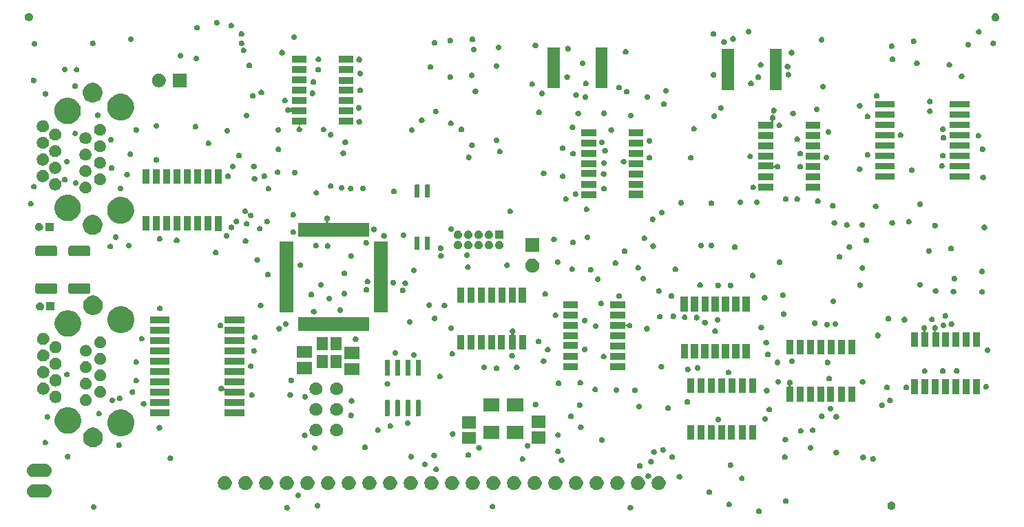
<source format=gbr>
%TF.GenerationSoftware,KiCad,Pcbnew,(5.1.6)-1*%
%TF.CreationDate,2021-06-14T09:51:15+02:00*%
%TF.ProjectId,ST25.004,53543235-2e30-4303-942e-6b696361645f,rev?*%
%TF.SameCoordinates,Original*%
%TF.FileFunction,Soldermask,Bot*%
%TF.FilePolarity,Negative*%
%FSLAX46Y46*%
G04 Gerber Fmt 4.6, Leading zero omitted, Abs format (unit mm)*
G04 Created by KiCad (PCBNEW (5.1.6)-1) date 2021-06-14 09:51:15*
%MOMM*%
%LPD*%
G01*
G04 APERTURE LIST*
%ADD10C,0.100000*%
G04 APERTURE END LIST*
D10*
G36*
X177343377Y-135987863D02*
G01*
X177394091Y-135997950D01*
X177457787Y-136024334D01*
X177515112Y-136062637D01*
X177563863Y-136111388D01*
X177602166Y-136168713D01*
X177628550Y-136232409D01*
X177642000Y-136300028D01*
X177642000Y-136368972D01*
X177628550Y-136436591D01*
X177602166Y-136500287D01*
X177563863Y-136557612D01*
X177515112Y-136606363D01*
X177457787Y-136644666D01*
X177394091Y-136671050D01*
X177343377Y-136681137D01*
X177326473Y-136684500D01*
X177257527Y-136684500D01*
X177240623Y-136681137D01*
X177189909Y-136671050D01*
X177126213Y-136644666D01*
X177068888Y-136606363D01*
X177020137Y-136557612D01*
X176981834Y-136500287D01*
X176955450Y-136436591D01*
X176942000Y-136368972D01*
X176942000Y-136300028D01*
X176955450Y-136232409D01*
X176981834Y-136168713D01*
X177020137Y-136111388D01*
X177068888Y-136062637D01*
X177126213Y-136024334D01*
X177189909Y-135997950D01*
X177240623Y-135987863D01*
X177257527Y-135984500D01*
X177326473Y-135984500D01*
X177343377Y-135987863D01*
G37*
G36*
X161583525Y-135550373D02*
G01*
X161647802Y-135576997D01*
X161705651Y-135615651D01*
X161754849Y-135664849D01*
X161793503Y-135722698D01*
X161820127Y-135786975D01*
X161833700Y-135855211D01*
X161833700Y-135924789D01*
X161820127Y-135993025D01*
X161793503Y-136057302D01*
X161754849Y-136115151D01*
X161705651Y-136164349D01*
X161647802Y-136203003D01*
X161583525Y-136229627D01*
X161515289Y-136243200D01*
X161445711Y-136243200D01*
X161377475Y-136229627D01*
X161313198Y-136203003D01*
X161255349Y-136164349D01*
X161206151Y-136115151D01*
X161167497Y-136057302D01*
X161140873Y-135993025D01*
X161127300Y-135924789D01*
X161127300Y-135855211D01*
X161140873Y-135786975D01*
X161167497Y-135722698D01*
X161206151Y-135664849D01*
X161255349Y-135615651D01*
X161313198Y-135576997D01*
X161377475Y-135550373D01*
X161445711Y-135536800D01*
X161515289Y-135536800D01*
X161583525Y-135550373D01*
G37*
G36*
X119304377Y-135543363D02*
G01*
X119355091Y-135553450D01*
X119418787Y-135579834D01*
X119476112Y-135618137D01*
X119524863Y-135666888D01*
X119563166Y-135724213D01*
X119589550Y-135787909D01*
X119591452Y-135797472D01*
X119603000Y-135855527D01*
X119603000Y-135924473D01*
X119602937Y-135924789D01*
X119589550Y-135992091D01*
X119563166Y-136055787D01*
X119524863Y-136113112D01*
X119476112Y-136161863D01*
X119418787Y-136200166D01*
X119355091Y-136226550D01*
X119304377Y-136236638D01*
X119287473Y-136240000D01*
X119218527Y-136240000D01*
X119201623Y-136236638D01*
X119150909Y-136226550D01*
X119087213Y-136200166D01*
X119029888Y-136161863D01*
X118981137Y-136113112D01*
X118942834Y-136055787D01*
X118916450Y-135992091D01*
X118903063Y-135924789D01*
X118903000Y-135924473D01*
X118903000Y-135855527D01*
X118914548Y-135797472D01*
X118916450Y-135787909D01*
X118942834Y-135724213D01*
X118981137Y-135666888D01*
X119029888Y-135618137D01*
X119087213Y-135579834D01*
X119150909Y-135553450D01*
X119201623Y-135543363D01*
X119218527Y-135540000D01*
X119287473Y-135540000D01*
X119304377Y-135543363D01*
G37*
G36*
X95548720Y-135452834D02*
G01*
X95602091Y-135463450D01*
X95665787Y-135489834D01*
X95723112Y-135528137D01*
X95771863Y-135576888D01*
X95810166Y-135634213D01*
X95836550Y-135697909D01*
X95846637Y-135748623D01*
X95850000Y-135765527D01*
X95850000Y-135834473D01*
X95846637Y-135851377D01*
X95836550Y-135902091D01*
X95810166Y-135965787D01*
X95771863Y-136023112D01*
X95723112Y-136071863D01*
X95665787Y-136110166D01*
X95602091Y-136136550D01*
X95551377Y-136146637D01*
X95534473Y-136150000D01*
X95465527Y-136150000D01*
X95448623Y-136146637D01*
X95397909Y-136136550D01*
X95334213Y-136110166D01*
X95276888Y-136071863D01*
X95228137Y-136023112D01*
X95189834Y-135965787D01*
X95163450Y-135902091D01*
X95153363Y-135851377D01*
X95150000Y-135834473D01*
X95150000Y-135765527D01*
X95153363Y-135748623D01*
X95163450Y-135697909D01*
X95189834Y-135634213D01*
X95228137Y-135576888D01*
X95276888Y-135528137D01*
X95334213Y-135489834D01*
X95397909Y-135463450D01*
X95451280Y-135452834D01*
X95465527Y-135450000D01*
X95534473Y-135450000D01*
X95548720Y-135452834D01*
G37*
G36*
X193669858Y-135144037D02*
G01*
X193763955Y-135172581D01*
X193850675Y-135218934D01*
X193926686Y-135281314D01*
X193989066Y-135357325D01*
X194035419Y-135444045D01*
X194063963Y-135538142D01*
X194073601Y-135635999D01*
X194073601Y-135636001D01*
X194063963Y-135733858D01*
X194035419Y-135827955D01*
X193989066Y-135914675D01*
X193926686Y-135990686D01*
X193850675Y-136053066D01*
X193763955Y-136099419D01*
X193669858Y-136127963D01*
X193572001Y-136137601D01*
X193571999Y-136137601D01*
X193474142Y-136127963D01*
X193380045Y-136099419D01*
X193293325Y-136053066D01*
X193217314Y-135990686D01*
X193154934Y-135914675D01*
X193108581Y-135827955D01*
X193080037Y-135733858D01*
X193070399Y-135636001D01*
X193070399Y-135635999D01*
X193080037Y-135538142D01*
X193108581Y-135444045D01*
X193154934Y-135357325D01*
X193217314Y-135281314D01*
X193293325Y-135218934D01*
X193380045Y-135172581D01*
X193474142Y-135144037D01*
X193571999Y-135134399D01*
X193572001Y-135134399D01*
X193669858Y-135144037D01*
G37*
G36*
X144577377Y-135416363D02*
G01*
X144628091Y-135426450D01*
X144691787Y-135452834D01*
X144749112Y-135491137D01*
X144797863Y-135539888D01*
X144836166Y-135597213D01*
X144862550Y-135660909D01*
X144876000Y-135728528D01*
X144876000Y-135797472D01*
X144862550Y-135865091D01*
X144836166Y-135928787D01*
X144797863Y-135986112D01*
X144749112Y-136034863D01*
X144691787Y-136073166D01*
X144628091Y-136099550D01*
X144577377Y-136109638D01*
X144560473Y-136113000D01*
X144491527Y-136113000D01*
X144474623Y-136109638D01*
X144423909Y-136099550D01*
X144360213Y-136073166D01*
X144302888Y-136034863D01*
X144254137Y-135986112D01*
X144215834Y-135928787D01*
X144189450Y-135865091D01*
X144176000Y-135797472D01*
X144176000Y-135728528D01*
X144189450Y-135660909D01*
X144215834Y-135597213D01*
X144254137Y-135539888D01*
X144302888Y-135491137D01*
X144360213Y-135452834D01*
X144423909Y-135426450D01*
X144474623Y-135416363D01*
X144491527Y-135413000D01*
X144560473Y-135413000D01*
X144577377Y-135416363D01*
G37*
G36*
X123050877Y-135289362D02*
G01*
X123101591Y-135299450D01*
X123165287Y-135325834D01*
X123222612Y-135364137D01*
X123271363Y-135412888D01*
X123309666Y-135470213D01*
X123336050Y-135533909D01*
X123349500Y-135601528D01*
X123349500Y-135670472D01*
X123336050Y-135738091D01*
X123309666Y-135801787D01*
X123271363Y-135859112D01*
X123222612Y-135907863D01*
X123165287Y-135946166D01*
X123101591Y-135972550D01*
X123050877Y-135982637D01*
X123033973Y-135986000D01*
X122965027Y-135986000D01*
X122948123Y-135982637D01*
X122897409Y-135972550D01*
X122833713Y-135946166D01*
X122776388Y-135907863D01*
X122727637Y-135859112D01*
X122689334Y-135801787D01*
X122662950Y-135738091D01*
X122649500Y-135670472D01*
X122649500Y-135601528D01*
X122662950Y-135533909D01*
X122689334Y-135470213D01*
X122727637Y-135412888D01*
X122776388Y-135364137D01*
X122833713Y-135325834D01*
X122897409Y-135299450D01*
X122948123Y-135289362D01*
X122965027Y-135286000D01*
X123033973Y-135286000D01*
X123050877Y-135289362D01*
G37*
G36*
X173660377Y-135162363D02*
G01*
X173711091Y-135172450D01*
X173774787Y-135198834D01*
X173832112Y-135237137D01*
X173880863Y-135285888D01*
X173919166Y-135343213D01*
X173945550Y-135406909D01*
X173948000Y-135419227D01*
X173956797Y-135463450D01*
X173959000Y-135474528D01*
X173959000Y-135543472D01*
X173945550Y-135611091D01*
X173919166Y-135674787D01*
X173880863Y-135732112D01*
X173832112Y-135780863D01*
X173774787Y-135819166D01*
X173711091Y-135845550D01*
X173662521Y-135855211D01*
X173643473Y-135859000D01*
X173574527Y-135859000D01*
X173555479Y-135855211D01*
X173506909Y-135845550D01*
X173443213Y-135819166D01*
X173385888Y-135780863D01*
X173337137Y-135732112D01*
X173298834Y-135674787D01*
X173272450Y-135611091D01*
X173259000Y-135543472D01*
X173259000Y-135474528D01*
X173261204Y-135463450D01*
X173270000Y-135419227D01*
X173272450Y-135406909D01*
X173298834Y-135343213D01*
X173337137Y-135285888D01*
X173385888Y-135237137D01*
X173443213Y-135198834D01*
X173506909Y-135172450D01*
X173557623Y-135162363D01*
X173574527Y-135159000D01*
X173643473Y-135159000D01*
X173660377Y-135162363D01*
G37*
G36*
X180697025Y-134739973D02*
G01*
X180761302Y-134766597D01*
X180819151Y-134805251D01*
X180868349Y-134854449D01*
X180907003Y-134912298D01*
X180933627Y-134976575D01*
X180947200Y-135044811D01*
X180947200Y-135114389D01*
X180933627Y-135182625D01*
X180907003Y-135246902D01*
X180868349Y-135304751D01*
X180819151Y-135353949D01*
X180761302Y-135392603D01*
X180697025Y-135419227D01*
X180628789Y-135432800D01*
X180559211Y-135432800D01*
X180490975Y-135419227D01*
X180426698Y-135392603D01*
X180368849Y-135353949D01*
X180319651Y-135304751D01*
X180280997Y-135246902D01*
X180254373Y-135182625D01*
X180240800Y-135114389D01*
X180240800Y-135044811D01*
X180254373Y-134976575D01*
X180280997Y-134912298D01*
X180319651Y-134854449D01*
X180368849Y-134805251D01*
X180426698Y-134766597D01*
X180490975Y-134739973D01*
X180559211Y-134726400D01*
X180628789Y-134726400D01*
X180697025Y-134739973D01*
G37*
G36*
X120701377Y-134019363D02*
G01*
X120752091Y-134029450D01*
X120815787Y-134055834D01*
X120873112Y-134094137D01*
X120921863Y-134142888D01*
X120960166Y-134200213D01*
X120986550Y-134263909D01*
X121000000Y-134331528D01*
X121000000Y-134400472D01*
X120986550Y-134468091D01*
X120960166Y-134531787D01*
X120921863Y-134589112D01*
X120873112Y-134637863D01*
X120815787Y-134676166D01*
X120752091Y-134702550D01*
X120701377Y-134712637D01*
X120684473Y-134716000D01*
X120615527Y-134716000D01*
X120598623Y-134712637D01*
X120547909Y-134702550D01*
X120484213Y-134676166D01*
X120426888Y-134637863D01*
X120378137Y-134589112D01*
X120339834Y-134531787D01*
X120313450Y-134468091D01*
X120300000Y-134400472D01*
X120300000Y-134331528D01*
X120313450Y-134263909D01*
X120339834Y-134200213D01*
X120378137Y-134142888D01*
X120426888Y-134094137D01*
X120484213Y-134055834D01*
X120547909Y-134029450D01*
X120598623Y-134019363D01*
X120615527Y-134016000D01*
X120684473Y-134016000D01*
X120701377Y-134019363D01*
G37*
G36*
X89590928Y-133053120D02*
G01*
X89670537Y-133060961D01*
X89823750Y-133107438D01*
X89823753Y-133107439D01*
X89964952Y-133182911D01*
X90088717Y-133284483D01*
X90190289Y-133408248D01*
X90265761Y-133549447D01*
X90265762Y-133549450D01*
X90312239Y-133702663D01*
X90327932Y-133862000D01*
X90312239Y-134021337D01*
X90265762Y-134174550D01*
X90265761Y-134174553D01*
X90190289Y-134315752D01*
X90088717Y-134439517D01*
X89964952Y-134541089D01*
X89823753Y-134616561D01*
X89823750Y-134616562D01*
X89670537Y-134663039D01*
X89590928Y-134670880D01*
X89551124Y-134674800D01*
X88048876Y-134674800D01*
X88009072Y-134670880D01*
X87929463Y-134663039D01*
X87776250Y-134616562D01*
X87776247Y-134616561D01*
X87635048Y-134541089D01*
X87511283Y-134439517D01*
X87409711Y-134315752D01*
X87334239Y-134174553D01*
X87334238Y-134174550D01*
X87287761Y-134021337D01*
X87272068Y-133862000D01*
X87287761Y-133702663D01*
X87334238Y-133549450D01*
X87334239Y-133549447D01*
X87409711Y-133408248D01*
X87511283Y-133284483D01*
X87635048Y-133182911D01*
X87776247Y-133107439D01*
X87776250Y-133107438D01*
X87929463Y-133060961D01*
X88009072Y-133053120D01*
X88048876Y-133049200D01*
X89551124Y-133049200D01*
X89590928Y-133053120D01*
G37*
G36*
X171299025Y-133645373D02*
G01*
X171363302Y-133671997D01*
X171421151Y-133710651D01*
X171470349Y-133759849D01*
X171509003Y-133817698D01*
X171535627Y-133881975D01*
X171549200Y-133950211D01*
X171549200Y-134019789D01*
X171535627Y-134088025D01*
X171509003Y-134152302D01*
X171470349Y-134210151D01*
X171421151Y-134259349D01*
X171363302Y-134298003D01*
X171299025Y-134324627D01*
X171230789Y-134338200D01*
X171161211Y-134338200D01*
X171092975Y-134324627D01*
X171028698Y-134298003D01*
X170970849Y-134259349D01*
X170921651Y-134210151D01*
X170882997Y-134152302D01*
X170856373Y-134088025D01*
X170842800Y-134019789D01*
X170842800Y-133950211D01*
X170856373Y-133881975D01*
X170882997Y-133817698D01*
X170921651Y-133759849D01*
X170970849Y-133710651D01*
X171028698Y-133671997D01*
X171092975Y-133645373D01*
X171161211Y-133631800D01*
X171230789Y-133631800D01*
X171299025Y-133645373D01*
G37*
G36*
X127104503Y-132043187D02*
G01*
X127261668Y-132108287D01*
X127403113Y-132202798D01*
X127523402Y-132323087D01*
X127617913Y-132464532D01*
X127683013Y-132621697D01*
X127716200Y-132788543D01*
X127716200Y-132958657D01*
X127683013Y-133125503D01*
X127617913Y-133282668D01*
X127523402Y-133424113D01*
X127403113Y-133544402D01*
X127261668Y-133638913D01*
X127104503Y-133704013D01*
X126937657Y-133737200D01*
X126767543Y-133737200D01*
X126600697Y-133704013D01*
X126443532Y-133638913D01*
X126302087Y-133544402D01*
X126181798Y-133424113D01*
X126087287Y-133282668D01*
X126022187Y-133125503D01*
X125989000Y-132958657D01*
X125989000Y-132788543D01*
X126022187Y-132621697D01*
X126087287Y-132464532D01*
X126181798Y-132323087D01*
X126302087Y-132202798D01*
X126443532Y-132108287D01*
X126600697Y-132043187D01*
X126767543Y-132010000D01*
X126937657Y-132010000D01*
X127104503Y-132043187D01*
G37*
G36*
X122024503Y-132043187D02*
G01*
X122181668Y-132108287D01*
X122323113Y-132202798D01*
X122443402Y-132323087D01*
X122537913Y-132464532D01*
X122603013Y-132621697D01*
X122636200Y-132788543D01*
X122636200Y-132958657D01*
X122603013Y-133125503D01*
X122537913Y-133282668D01*
X122443402Y-133424113D01*
X122323113Y-133544402D01*
X122181668Y-133638913D01*
X122024503Y-133704013D01*
X121857657Y-133737200D01*
X121687543Y-133737200D01*
X121520697Y-133704013D01*
X121363532Y-133638913D01*
X121222087Y-133544402D01*
X121101798Y-133424113D01*
X121007287Y-133282668D01*
X120942187Y-133125503D01*
X120909000Y-132958657D01*
X120909000Y-132788543D01*
X120942187Y-132621697D01*
X121007287Y-132464532D01*
X121101798Y-132323087D01*
X121222087Y-132202798D01*
X121363532Y-132108287D01*
X121520697Y-132043187D01*
X121687543Y-132010000D01*
X121857657Y-132010000D01*
X122024503Y-132043187D01*
G37*
G36*
X124564503Y-132043187D02*
G01*
X124721668Y-132108287D01*
X124863113Y-132202798D01*
X124983402Y-132323087D01*
X125077913Y-132464532D01*
X125143013Y-132621697D01*
X125176200Y-132788543D01*
X125176200Y-132958657D01*
X125143013Y-133125503D01*
X125077913Y-133282668D01*
X124983402Y-133424113D01*
X124863113Y-133544402D01*
X124721668Y-133638913D01*
X124564503Y-133704013D01*
X124397657Y-133737200D01*
X124227543Y-133737200D01*
X124060697Y-133704013D01*
X123903532Y-133638913D01*
X123762087Y-133544402D01*
X123641798Y-133424113D01*
X123547287Y-133282668D01*
X123482187Y-133125503D01*
X123449000Y-132958657D01*
X123449000Y-132788543D01*
X123482187Y-132621697D01*
X123547287Y-132464532D01*
X123641798Y-132323087D01*
X123762087Y-132202798D01*
X123903532Y-132108287D01*
X124060697Y-132043187D01*
X124227543Y-132010000D01*
X124397657Y-132010000D01*
X124564503Y-132043187D01*
G37*
G36*
X129644503Y-132043187D02*
G01*
X129801668Y-132108287D01*
X129943113Y-132202798D01*
X130063402Y-132323087D01*
X130157913Y-132464532D01*
X130223013Y-132621697D01*
X130256200Y-132788543D01*
X130256200Y-132958657D01*
X130223013Y-133125503D01*
X130157913Y-133282668D01*
X130063402Y-133424113D01*
X129943113Y-133544402D01*
X129801668Y-133638913D01*
X129644503Y-133704013D01*
X129477657Y-133737200D01*
X129307543Y-133737200D01*
X129140697Y-133704013D01*
X128983532Y-133638913D01*
X128842087Y-133544402D01*
X128721798Y-133424113D01*
X128627287Y-133282668D01*
X128562187Y-133125503D01*
X128529000Y-132958657D01*
X128529000Y-132788543D01*
X128562187Y-132621697D01*
X128627287Y-132464532D01*
X128721798Y-132323087D01*
X128842087Y-132202798D01*
X128983532Y-132108287D01*
X129140697Y-132043187D01*
X129307543Y-132010000D01*
X129477657Y-132010000D01*
X129644503Y-132043187D01*
G37*
G36*
X132184503Y-132043187D02*
G01*
X132341668Y-132108287D01*
X132483113Y-132202798D01*
X132603402Y-132323087D01*
X132697913Y-132464532D01*
X132763013Y-132621697D01*
X132796200Y-132788543D01*
X132796200Y-132958657D01*
X132763013Y-133125503D01*
X132697913Y-133282668D01*
X132603402Y-133424113D01*
X132483113Y-133544402D01*
X132341668Y-133638913D01*
X132184503Y-133704013D01*
X132017657Y-133737200D01*
X131847543Y-133737200D01*
X131680697Y-133704013D01*
X131523532Y-133638913D01*
X131382087Y-133544402D01*
X131261798Y-133424113D01*
X131167287Y-133282668D01*
X131102187Y-133125503D01*
X131069000Y-132958657D01*
X131069000Y-132788543D01*
X131102187Y-132621697D01*
X131167287Y-132464532D01*
X131261798Y-132323087D01*
X131382087Y-132202798D01*
X131523532Y-132108287D01*
X131680697Y-132043187D01*
X131847543Y-132010000D01*
X132017657Y-132010000D01*
X132184503Y-132043187D01*
G37*
G36*
X134724503Y-132043187D02*
G01*
X134881668Y-132108287D01*
X135023113Y-132202798D01*
X135143402Y-132323087D01*
X135237913Y-132464532D01*
X135303013Y-132621697D01*
X135336200Y-132788543D01*
X135336200Y-132958657D01*
X135303013Y-133125503D01*
X135237913Y-133282668D01*
X135143402Y-133424113D01*
X135023113Y-133544402D01*
X134881668Y-133638913D01*
X134724503Y-133704013D01*
X134557657Y-133737200D01*
X134387543Y-133737200D01*
X134220697Y-133704013D01*
X134063532Y-133638913D01*
X133922087Y-133544402D01*
X133801798Y-133424113D01*
X133707287Y-133282668D01*
X133642187Y-133125503D01*
X133609000Y-132958657D01*
X133609000Y-132788543D01*
X133642187Y-132621697D01*
X133707287Y-132464532D01*
X133801798Y-132323087D01*
X133922087Y-132202798D01*
X134063532Y-132108287D01*
X134220697Y-132043187D01*
X134387543Y-132010000D01*
X134557657Y-132010000D01*
X134724503Y-132043187D01*
G37*
G36*
X137264503Y-132043187D02*
G01*
X137421668Y-132108287D01*
X137563113Y-132202798D01*
X137683402Y-132323087D01*
X137777913Y-132464532D01*
X137843013Y-132621697D01*
X137876200Y-132788543D01*
X137876200Y-132958657D01*
X137843013Y-133125503D01*
X137777913Y-133282668D01*
X137683402Y-133424113D01*
X137563113Y-133544402D01*
X137421668Y-133638913D01*
X137264503Y-133704013D01*
X137097657Y-133737200D01*
X136927543Y-133737200D01*
X136760697Y-133704013D01*
X136603532Y-133638913D01*
X136462087Y-133544402D01*
X136341798Y-133424113D01*
X136247287Y-133282668D01*
X136182187Y-133125503D01*
X136149000Y-132958657D01*
X136149000Y-132788543D01*
X136182187Y-132621697D01*
X136247287Y-132464532D01*
X136341798Y-132323087D01*
X136462087Y-132202798D01*
X136603532Y-132108287D01*
X136760697Y-132043187D01*
X136927543Y-132010000D01*
X137097657Y-132010000D01*
X137264503Y-132043187D01*
G37*
G36*
X139804503Y-132043187D02*
G01*
X139961668Y-132108287D01*
X140103113Y-132202798D01*
X140223402Y-132323087D01*
X140317913Y-132464532D01*
X140383013Y-132621697D01*
X140416200Y-132788543D01*
X140416200Y-132958657D01*
X140383013Y-133125503D01*
X140317913Y-133282668D01*
X140223402Y-133424113D01*
X140103113Y-133544402D01*
X139961668Y-133638913D01*
X139804503Y-133704013D01*
X139637657Y-133737200D01*
X139467543Y-133737200D01*
X139300697Y-133704013D01*
X139143532Y-133638913D01*
X139002087Y-133544402D01*
X138881798Y-133424113D01*
X138787287Y-133282668D01*
X138722187Y-133125503D01*
X138689000Y-132958657D01*
X138689000Y-132788543D01*
X138722187Y-132621697D01*
X138787287Y-132464532D01*
X138881798Y-132323087D01*
X139002087Y-132202798D01*
X139143532Y-132108287D01*
X139300697Y-132043187D01*
X139467543Y-132010000D01*
X139637657Y-132010000D01*
X139804503Y-132043187D01*
G37*
G36*
X142344503Y-132043187D02*
G01*
X142501668Y-132108287D01*
X142643113Y-132202798D01*
X142763402Y-132323087D01*
X142857913Y-132464532D01*
X142923013Y-132621697D01*
X142956200Y-132788543D01*
X142956200Y-132958657D01*
X142923013Y-133125503D01*
X142857913Y-133282668D01*
X142763402Y-133424113D01*
X142643113Y-133544402D01*
X142501668Y-133638913D01*
X142344503Y-133704013D01*
X142177657Y-133737200D01*
X142007543Y-133737200D01*
X141840697Y-133704013D01*
X141683532Y-133638913D01*
X141542087Y-133544402D01*
X141421798Y-133424113D01*
X141327287Y-133282668D01*
X141262187Y-133125503D01*
X141229000Y-132958657D01*
X141229000Y-132788543D01*
X141262187Y-132621697D01*
X141327287Y-132464532D01*
X141421798Y-132323087D01*
X141542087Y-132202798D01*
X141683532Y-132108287D01*
X141840697Y-132043187D01*
X142007543Y-132010000D01*
X142177657Y-132010000D01*
X142344503Y-132043187D01*
G37*
G36*
X144884503Y-132043187D02*
G01*
X145041668Y-132108287D01*
X145183113Y-132202798D01*
X145303402Y-132323087D01*
X145397913Y-132464532D01*
X145463013Y-132621697D01*
X145496200Y-132788543D01*
X145496200Y-132958657D01*
X145463013Y-133125503D01*
X145397913Y-133282668D01*
X145303402Y-133424113D01*
X145183113Y-133544402D01*
X145041668Y-133638913D01*
X144884503Y-133704013D01*
X144717657Y-133737200D01*
X144547543Y-133737200D01*
X144380697Y-133704013D01*
X144223532Y-133638913D01*
X144082087Y-133544402D01*
X143961798Y-133424113D01*
X143867287Y-133282668D01*
X143802187Y-133125503D01*
X143769000Y-132958657D01*
X143769000Y-132788543D01*
X143802187Y-132621697D01*
X143867287Y-132464532D01*
X143961798Y-132323087D01*
X144082087Y-132202798D01*
X144223532Y-132108287D01*
X144380697Y-132043187D01*
X144547543Y-132010000D01*
X144717657Y-132010000D01*
X144884503Y-132043187D01*
G37*
G36*
X114404503Y-132043187D02*
G01*
X114561668Y-132108287D01*
X114703113Y-132202798D01*
X114823402Y-132323087D01*
X114917913Y-132464532D01*
X114983013Y-132621697D01*
X115016200Y-132788543D01*
X115016200Y-132958657D01*
X114983013Y-133125503D01*
X114917913Y-133282668D01*
X114823402Y-133424113D01*
X114703113Y-133544402D01*
X114561668Y-133638913D01*
X114404503Y-133704013D01*
X114237657Y-133737200D01*
X114067543Y-133737200D01*
X113900697Y-133704013D01*
X113743532Y-133638913D01*
X113602087Y-133544402D01*
X113481798Y-133424113D01*
X113387287Y-133282668D01*
X113322187Y-133125503D01*
X113289000Y-132958657D01*
X113289000Y-132788543D01*
X113322187Y-132621697D01*
X113387287Y-132464532D01*
X113481798Y-132323087D01*
X113602087Y-132202798D01*
X113743532Y-132108287D01*
X113900697Y-132043187D01*
X114067543Y-132010000D01*
X114237657Y-132010000D01*
X114404503Y-132043187D01*
G37*
G36*
X147424503Y-132043187D02*
G01*
X147581668Y-132108287D01*
X147723113Y-132202798D01*
X147843402Y-132323087D01*
X147937913Y-132464532D01*
X148003013Y-132621697D01*
X148036200Y-132788543D01*
X148036200Y-132958657D01*
X148003013Y-133125503D01*
X147937913Y-133282668D01*
X147843402Y-133424113D01*
X147723113Y-133544402D01*
X147581668Y-133638913D01*
X147424503Y-133704013D01*
X147257657Y-133737200D01*
X147087543Y-133737200D01*
X146920697Y-133704013D01*
X146763532Y-133638913D01*
X146622087Y-133544402D01*
X146501798Y-133424113D01*
X146407287Y-133282668D01*
X146342187Y-133125503D01*
X146309000Y-132958657D01*
X146309000Y-132788543D01*
X146342187Y-132621697D01*
X146407287Y-132464532D01*
X146501798Y-132323087D01*
X146622087Y-132202798D01*
X146763532Y-132108287D01*
X146920697Y-132043187D01*
X147087543Y-132010000D01*
X147257657Y-132010000D01*
X147424503Y-132043187D01*
G37*
G36*
X149964503Y-132043187D02*
G01*
X150121668Y-132108287D01*
X150263113Y-132202798D01*
X150383402Y-132323087D01*
X150477913Y-132464532D01*
X150543013Y-132621697D01*
X150576200Y-132788543D01*
X150576200Y-132958657D01*
X150543013Y-133125503D01*
X150477913Y-133282668D01*
X150383402Y-133424113D01*
X150263113Y-133544402D01*
X150121668Y-133638913D01*
X149964503Y-133704013D01*
X149797657Y-133737200D01*
X149627543Y-133737200D01*
X149460697Y-133704013D01*
X149303532Y-133638913D01*
X149162087Y-133544402D01*
X149041798Y-133424113D01*
X148947287Y-133282668D01*
X148882187Y-133125503D01*
X148849000Y-132958657D01*
X148849000Y-132788543D01*
X148882187Y-132621697D01*
X148947287Y-132464532D01*
X149041798Y-132323087D01*
X149162087Y-132202798D01*
X149303532Y-132108287D01*
X149460697Y-132043187D01*
X149627543Y-132010000D01*
X149797657Y-132010000D01*
X149964503Y-132043187D01*
G37*
G36*
X119484503Y-132043187D02*
G01*
X119641668Y-132108287D01*
X119783113Y-132202798D01*
X119903402Y-132323087D01*
X119997913Y-132464532D01*
X120063013Y-132621697D01*
X120096200Y-132788543D01*
X120096200Y-132958657D01*
X120063013Y-133125503D01*
X119997913Y-133282668D01*
X119903402Y-133424113D01*
X119783113Y-133544402D01*
X119641668Y-133638913D01*
X119484503Y-133704013D01*
X119317657Y-133737200D01*
X119147543Y-133737200D01*
X118980697Y-133704013D01*
X118823532Y-133638913D01*
X118682087Y-133544402D01*
X118561798Y-133424113D01*
X118467287Y-133282668D01*
X118402187Y-133125503D01*
X118369000Y-132958657D01*
X118369000Y-132788543D01*
X118402187Y-132621697D01*
X118467287Y-132464532D01*
X118561798Y-132323087D01*
X118682087Y-132202798D01*
X118823532Y-132108287D01*
X118980697Y-132043187D01*
X119147543Y-132010000D01*
X119317657Y-132010000D01*
X119484503Y-132043187D01*
G37*
G36*
X155044503Y-132043187D02*
G01*
X155201668Y-132108287D01*
X155343113Y-132202798D01*
X155463402Y-132323087D01*
X155557913Y-132464532D01*
X155623013Y-132621697D01*
X155656200Y-132788543D01*
X155656200Y-132958657D01*
X155623013Y-133125503D01*
X155557913Y-133282668D01*
X155463402Y-133424113D01*
X155343113Y-133544402D01*
X155201668Y-133638913D01*
X155044503Y-133704013D01*
X154877657Y-133737200D01*
X154707543Y-133737200D01*
X154540697Y-133704013D01*
X154383532Y-133638913D01*
X154242087Y-133544402D01*
X154121798Y-133424113D01*
X154027287Y-133282668D01*
X153962187Y-133125503D01*
X153929000Y-132958657D01*
X153929000Y-132788543D01*
X153962187Y-132621697D01*
X154027287Y-132464532D01*
X154121798Y-132323087D01*
X154242087Y-132202798D01*
X154383532Y-132108287D01*
X154540697Y-132043187D01*
X154707543Y-132010000D01*
X154877657Y-132010000D01*
X155044503Y-132043187D01*
G37*
G36*
X116944503Y-132043187D02*
G01*
X117101668Y-132108287D01*
X117243113Y-132202798D01*
X117363402Y-132323087D01*
X117457913Y-132464532D01*
X117523013Y-132621697D01*
X117556200Y-132788543D01*
X117556200Y-132958657D01*
X117523013Y-133125503D01*
X117457913Y-133282668D01*
X117363402Y-133424113D01*
X117243113Y-133544402D01*
X117101668Y-133638913D01*
X116944503Y-133704013D01*
X116777657Y-133737200D01*
X116607543Y-133737200D01*
X116440697Y-133704013D01*
X116283532Y-133638913D01*
X116142087Y-133544402D01*
X116021798Y-133424113D01*
X115927287Y-133282668D01*
X115862187Y-133125503D01*
X115829000Y-132958657D01*
X115829000Y-132788543D01*
X115862187Y-132621697D01*
X115927287Y-132464532D01*
X116021798Y-132323087D01*
X116142087Y-132202798D01*
X116283532Y-132108287D01*
X116440697Y-132043187D01*
X116607543Y-132010000D01*
X116777657Y-132010000D01*
X116944503Y-132043187D01*
G37*
G36*
X165204503Y-132043187D02*
G01*
X165361668Y-132108287D01*
X165503113Y-132202798D01*
X165623402Y-132323087D01*
X165717913Y-132464532D01*
X165783013Y-132621697D01*
X165816200Y-132788543D01*
X165816200Y-132958657D01*
X165783013Y-133125503D01*
X165717913Y-133282668D01*
X165623402Y-133424113D01*
X165503113Y-133544402D01*
X165361668Y-133638913D01*
X165204503Y-133704013D01*
X165037657Y-133737200D01*
X164867543Y-133737200D01*
X164700697Y-133704013D01*
X164543532Y-133638913D01*
X164402087Y-133544402D01*
X164281798Y-133424113D01*
X164187287Y-133282668D01*
X164122187Y-133125503D01*
X164089000Y-132958657D01*
X164089000Y-132788543D01*
X164122187Y-132621697D01*
X164187287Y-132464532D01*
X164281798Y-132323087D01*
X164402087Y-132202798D01*
X164543532Y-132108287D01*
X164700697Y-132043187D01*
X164867543Y-132010000D01*
X165037657Y-132010000D01*
X165204503Y-132043187D01*
G37*
G36*
X162664503Y-132043187D02*
G01*
X162821668Y-132108287D01*
X162963113Y-132202798D01*
X163083402Y-132323087D01*
X163177913Y-132464532D01*
X163243013Y-132621697D01*
X163276200Y-132788543D01*
X163276200Y-132958657D01*
X163243013Y-133125503D01*
X163177913Y-133282668D01*
X163083402Y-133424113D01*
X162963113Y-133544402D01*
X162821668Y-133638913D01*
X162664503Y-133704013D01*
X162497657Y-133737200D01*
X162327543Y-133737200D01*
X162160697Y-133704013D01*
X162003532Y-133638913D01*
X161862087Y-133544402D01*
X161741798Y-133424113D01*
X161647287Y-133282668D01*
X161582187Y-133125503D01*
X161549000Y-132958657D01*
X161549000Y-132788543D01*
X161582187Y-132621697D01*
X161647287Y-132464532D01*
X161741798Y-132323087D01*
X161862087Y-132202798D01*
X162003532Y-132108287D01*
X162160697Y-132043187D01*
X162327543Y-132010000D01*
X162497657Y-132010000D01*
X162664503Y-132043187D01*
G37*
G36*
X160124503Y-132043187D02*
G01*
X160281668Y-132108287D01*
X160423113Y-132202798D01*
X160543402Y-132323087D01*
X160637913Y-132464532D01*
X160703013Y-132621697D01*
X160736200Y-132788543D01*
X160736200Y-132958657D01*
X160703013Y-133125503D01*
X160637913Y-133282668D01*
X160543402Y-133424113D01*
X160423113Y-133544402D01*
X160281668Y-133638913D01*
X160124503Y-133704013D01*
X159957657Y-133737200D01*
X159787543Y-133737200D01*
X159620697Y-133704013D01*
X159463532Y-133638913D01*
X159322087Y-133544402D01*
X159201798Y-133424113D01*
X159107287Y-133282668D01*
X159042187Y-133125503D01*
X159009000Y-132958657D01*
X159009000Y-132788543D01*
X159042187Y-132621697D01*
X159107287Y-132464532D01*
X159201798Y-132323087D01*
X159322087Y-132202798D01*
X159463532Y-132108287D01*
X159620697Y-132043187D01*
X159787543Y-132010000D01*
X159957657Y-132010000D01*
X160124503Y-132043187D01*
G37*
G36*
X152504503Y-132043187D02*
G01*
X152661668Y-132108287D01*
X152803113Y-132202798D01*
X152923402Y-132323087D01*
X153017913Y-132464532D01*
X153083013Y-132621697D01*
X153116200Y-132788543D01*
X153116200Y-132958657D01*
X153083013Y-133125503D01*
X153017913Y-133282668D01*
X152923402Y-133424113D01*
X152803113Y-133544402D01*
X152661668Y-133638913D01*
X152504503Y-133704013D01*
X152337657Y-133737200D01*
X152167543Y-133737200D01*
X152000697Y-133704013D01*
X151843532Y-133638913D01*
X151702087Y-133544402D01*
X151581798Y-133424113D01*
X151487287Y-133282668D01*
X151422187Y-133125503D01*
X151389000Y-132958657D01*
X151389000Y-132788543D01*
X151422187Y-132621697D01*
X151487287Y-132464532D01*
X151581798Y-132323087D01*
X151702087Y-132202798D01*
X151843532Y-132108287D01*
X152000697Y-132043187D01*
X152167543Y-132010000D01*
X152337657Y-132010000D01*
X152504503Y-132043187D01*
G37*
G36*
X157584503Y-132043187D02*
G01*
X157741668Y-132108287D01*
X157883113Y-132202798D01*
X158003402Y-132323087D01*
X158097913Y-132464532D01*
X158163013Y-132621697D01*
X158196200Y-132788543D01*
X158196200Y-132958657D01*
X158163013Y-133125503D01*
X158097913Y-133282668D01*
X158003402Y-133424113D01*
X157883113Y-133544402D01*
X157741668Y-133638913D01*
X157584503Y-133704013D01*
X157417657Y-133737200D01*
X157247543Y-133737200D01*
X157080697Y-133704013D01*
X156923532Y-133638913D01*
X156782087Y-133544402D01*
X156661798Y-133424113D01*
X156567287Y-133282668D01*
X156502187Y-133125503D01*
X156469000Y-132958657D01*
X156469000Y-132788543D01*
X156502187Y-132621697D01*
X156567287Y-132464532D01*
X156661798Y-132323087D01*
X156782087Y-132202798D01*
X156923532Y-132108287D01*
X157080697Y-132043187D01*
X157247543Y-132010000D01*
X157417657Y-132010000D01*
X157584503Y-132043187D01*
G37*
G36*
X111864503Y-132043187D02*
G01*
X112021668Y-132108287D01*
X112163113Y-132202798D01*
X112283402Y-132323087D01*
X112377913Y-132464532D01*
X112443013Y-132621697D01*
X112476200Y-132788543D01*
X112476200Y-132958657D01*
X112443013Y-133125503D01*
X112377913Y-133282668D01*
X112283402Y-133424113D01*
X112163113Y-133544402D01*
X112021668Y-133638913D01*
X111864503Y-133704013D01*
X111697657Y-133737200D01*
X111527543Y-133737200D01*
X111360697Y-133704013D01*
X111203532Y-133638913D01*
X111062087Y-133544402D01*
X110941798Y-133424113D01*
X110847287Y-133282668D01*
X110782187Y-133125503D01*
X110749000Y-132958657D01*
X110749000Y-132788543D01*
X110782187Y-132621697D01*
X110847287Y-132464532D01*
X110941798Y-132323087D01*
X111062087Y-132202798D01*
X111203532Y-132108287D01*
X111360697Y-132043187D01*
X111527543Y-132010000D01*
X111697657Y-132010000D01*
X111864503Y-132043187D01*
G37*
G36*
X175286625Y-131945973D02*
G01*
X175350902Y-131972597D01*
X175408751Y-132011251D01*
X175457949Y-132060449D01*
X175496603Y-132118298D01*
X175523227Y-132182575D01*
X175536800Y-132250811D01*
X175536800Y-132320389D01*
X175523227Y-132388625D01*
X175496603Y-132452902D01*
X175457949Y-132510751D01*
X175408751Y-132559949D01*
X175350902Y-132598603D01*
X175286625Y-132625227D01*
X175218389Y-132638800D01*
X175148811Y-132638800D01*
X175080575Y-132625227D01*
X175016298Y-132598603D01*
X174958449Y-132559949D01*
X174909251Y-132510751D01*
X174870597Y-132452902D01*
X174843973Y-132388625D01*
X174830400Y-132320389D01*
X174830400Y-132250811D01*
X174843973Y-132182575D01*
X174870597Y-132118298D01*
X174909251Y-132060449D01*
X174958449Y-132011251D01*
X175016298Y-131972597D01*
X175080575Y-131945973D01*
X175148811Y-131932400D01*
X175218389Y-131932400D01*
X175286625Y-131945973D01*
G37*
G36*
X167616025Y-131740373D02*
G01*
X167680302Y-131766997D01*
X167738151Y-131805651D01*
X167787349Y-131854849D01*
X167826003Y-131912698D01*
X167852627Y-131976975D01*
X167866200Y-132045211D01*
X167866200Y-132114789D01*
X167852627Y-132183025D01*
X167826003Y-132247302D01*
X167787349Y-132305151D01*
X167738151Y-132354349D01*
X167680302Y-132393003D01*
X167616025Y-132419627D01*
X167547789Y-132433200D01*
X167478211Y-132433200D01*
X167409975Y-132419627D01*
X167345698Y-132393003D01*
X167287849Y-132354349D01*
X167238651Y-132305151D01*
X167199997Y-132247302D01*
X167173373Y-132183025D01*
X167159800Y-132114789D01*
X167159800Y-132045211D01*
X167173373Y-131976975D01*
X167199997Y-131912698D01*
X167238651Y-131854849D01*
X167287849Y-131805651D01*
X167345698Y-131766997D01*
X167409975Y-131740373D01*
X167478211Y-131726800D01*
X167547789Y-131726800D01*
X167616025Y-131740373D01*
G37*
G36*
X163780425Y-131656583D02*
G01*
X163844702Y-131683207D01*
X163902551Y-131721861D01*
X163951749Y-131771059D01*
X163990403Y-131828908D01*
X164017027Y-131893185D01*
X164030600Y-131961421D01*
X164030600Y-132030999D01*
X164017027Y-132099235D01*
X163990403Y-132163512D01*
X163951749Y-132221361D01*
X163902551Y-132270559D01*
X163844702Y-132309213D01*
X163780425Y-132335837D01*
X163712189Y-132349410D01*
X163642611Y-132349410D01*
X163574375Y-132335837D01*
X163510098Y-132309213D01*
X163452249Y-132270559D01*
X163403051Y-132221361D01*
X163364397Y-132163512D01*
X163337773Y-132099235D01*
X163324200Y-132030999D01*
X163324200Y-131961421D01*
X163337773Y-131893185D01*
X163364397Y-131828908D01*
X163403051Y-131771059D01*
X163452249Y-131721861D01*
X163510098Y-131683207D01*
X163574375Y-131656583D01*
X163642611Y-131643010D01*
X163712189Y-131643010D01*
X163780425Y-131656583D01*
G37*
G36*
X89588163Y-130512848D02*
G01*
X89670537Y-130520961D01*
X89789258Y-130556975D01*
X89823753Y-130567439D01*
X89964952Y-130642911D01*
X90088717Y-130744483D01*
X90190289Y-130868248D01*
X90265761Y-131009447D01*
X90265762Y-131009450D01*
X90312239Y-131162663D01*
X90327932Y-131322000D01*
X90312239Y-131481337D01*
X90298220Y-131527550D01*
X90265761Y-131634553D01*
X90190289Y-131775752D01*
X90088717Y-131899517D01*
X89964952Y-132001089D01*
X89823753Y-132076561D01*
X89823750Y-132076562D01*
X89670537Y-132123039D01*
X89590928Y-132130880D01*
X89551124Y-132134800D01*
X88048876Y-132134800D01*
X88009072Y-132130880D01*
X87929463Y-132123039D01*
X87776250Y-132076562D01*
X87776247Y-132076561D01*
X87635048Y-132001089D01*
X87511283Y-131899517D01*
X87409711Y-131775752D01*
X87334239Y-131634553D01*
X87301780Y-131527550D01*
X87287761Y-131481337D01*
X87272068Y-131322000D01*
X87287761Y-131162663D01*
X87334238Y-131009450D01*
X87334239Y-131009447D01*
X87409711Y-130868248D01*
X87511283Y-130744483D01*
X87635048Y-130642911D01*
X87776247Y-130567439D01*
X87810742Y-130556975D01*
X87929463Y-130520961D01*
X88011837Y-130512848D01*
X88048876Y-130509200D01*
X89551124Y-130509200D01*
X89588163Y-130512848D01*
G37*
G36*
X137655877Y-130844363D02*
G01*
X137706591Y-130854450D01*
X137770287Y-130880834D01*
X137827612Y-130919137D01*
X137876363Y-130967888D01*
X137914666Y-131025213D01*
X137941050Y-131088909D01*
X137954500Y-131156528D01*
X137954500Y-131225472D01*
X137941050Y-131293091D01*
X137914666Y-131356787D01*
X137876363Y-131414112D01*
X137827612Y-131462863D01*
X137770287Y-131501166D01*
X137706591Y-131527550D01*
X137655877Y-131537638D01*
X137638973Y-131541000D01*
X137570027Y-131541000D01*
X137553123Y-131537638D01*
X137502409Y-131527550D01*
X137438713Y-131501166D01*
X137381388Y-131462863D01*
X137332637Y-131414112D01*
X137294334Y-131356787D01*
X137267950Y-131293091D01*
X137254500Y-131225472D01*
X137254500Y-131156528D01*
X137267950Y-131088909D01*
X137294334Y-131025213D01*
X137332637Y-130967888D01*
X137381388Y-130919137D01*
X137438713Y-130880834D01*
X137502409Y-130854450D01*
X137553123Y-130844363D01*
X137570027Y-130841000D01*
X137638973Y-130841000D01*
X137655877Y-130844363D01*
G37*
G36*
X162674877Y-130399862D02*
G01*
X162725591Y-130409950D01*
X162789287Y-130436334D01*
X162846612Y-130474637D01*
X162895363Y-130523388D01*
X162933666Y-130580713D01*
X162960050Y-130644409D01*
X162973500Y-130712028D01*
X162973500Y-130780972D01*
X162960050Y-130848591D01*
X162933666Y-130912287D01*
X162895363Y-130969612D01*
X162846612Y-131018363D01*
X162789287Y-131056666D01*
X162725591Y-131083050D01*
X162674877Y-131093137D01*
X162657973Y-131096500D01*
X162589027Y-131096500D01*
X162572123Y-131093137D01*
X162521409Y-131083050D01*
X162457713Y-131056666D01*
X162400388Y-131018363D01*
X162351637Y-130969612D01*
X162313334Y-130912287D01*
X162286950Y-130848591D01*
X162273500Y-130780972D01*
X162273500Y-130712028D01*
X162286950Y-130644409D01*
X162313334Y-130580713D01*
X162351637Y-130523388D01*
X162400388Y-130474637D01*
X162457713Y-130436334D01*
X162521409Y-130409950D01*
X162572123Y-130399862D01*
X162589027Y-130396500D01*
X162657973Y-130396500D01*
X162674877Y-130399862D01*
G37*
G36*
X173889625Y-130320373D02*
G01*
X173953902Y-130346997D01*
X174011751Y-130385651D01*
X174060949Y-130434849D01*
X174099603Y-130492698D01*
X174126227Y-130556975D01*
X174139800Y-130625211D01*
X174139800Y-130694789D01*
X174126227Y-130763025D01*
X174099603Y-130827302D01*
X174060949Y-130885151D01*
X174011751Y-130934349D01*
X173953902Y-130973003D01*
X173889625Y-130999627D01*
X173821389Y-131013200D01*
X173751811Y-131013200D01*
X173683575Y-130999627D01*
X173619298Y-130973003D01*
X173561449Y-130934349D01*
X173512251Y-130885151D01*
X173473597Y-130827302D01*
X173446973Y-130763025D01*
X173433400Y-130694789D01*
X173433400Y-130625211D01*
X173446973Y-130556975D01*
X173473597Y-130492698D01*
X173512251Y-130434849D01*
X173561449Y-130385651D01*
X173619298Y-130346997D01*
X173683575Y-130320373D01*
X173751811Y-130306800D01*
X173821389Y-130306800D01*
X173889625Y-130320373D01*
G37*
G36*
X136258877Y-130209363D02*
G01*
X136309591Y-130219450D01*
X136373287Y-130245834D01*
X136430612Y-130284137D01*
X136479363Y-130332888D01*
X136517666Y-130390213D01*
X136544050Y-130453909D01*
X136548173Y-130474637D01*
X136555774Y-130512848D01*
X136557500Y-130521528D01*
X136557500Y-130590472D01*
X136544050Y-130658091D01*
X136517666Y-130721787D01*
X136479363Y-130779112D01*
X136430612Y-130827863D01*
X136373287Y-130866166D01*
X136309591Y-130892550D01*
X136258877Y-130902638D01*
X136241973Y-130906000D01*
X136173027Y-130906000D01*
X136156123Y-130902638D01*
X136105409Y-130892550D01*
X136041713Y-130866166D01*
X135984388Y-130827863D01*
X135935637Y-130779112D01*
X135897334Y-130721787D01*
X135870950Y-130658091D01*
X135857500Y-130590472D01*
X135857500Y-130521528D01*
X135859227Y-130512848D01*
X135866827Y-130474637D01*
X135870950Y-130453909D01*
X135897334Y-130390213D01*
X135935637Y-130332888D01*
X135984388Y-130284137D01*
X136041713Y-130245834D01*
X136105409Y-130219450D01*
X136156123Y-130209363D01*
X136173027Y-130206000D01*
X136241973Y-130206000D01*
X136258877Y-130209363D01*
G37*
G36*
X164123525Y-129898873D02*
G01*
X164187802Y-129925497D01*
X164245651Y-129964151D01*
X164294849Y-130013349D01*
X164333503Y-130071198D01*
X164360127Y-130135475D01*
X164373700Y-130203711D01*
X164373700Y-130273289D01*
X164360127Y-130341525D01*
X164333503Y-130405802D01*
X164294849Y-130463651D01*
X164245651Y-130512849D01*
X164187802Y-130551503D01*
X164123525Y-130578127D01*
X164055289Y-130591700D01*
X163985711Y-130591700D01*
X163917475Y-130578127D01*
X163853198Y-130551503D01*
X163795349Y-130512849D01*
X163746151Y-130463651D01*
X163707497Y-130405802D01*
X163680873Y-130341525D01*
X163667300Y-130273289D01*
X163667300Y-130203711D01*
X163680873Y-130135475D01*
X163707497Y-130071198D01*
X163746151Y-130013349D01*
X163795349Y-129964151D01*
X163853198Y-129925497D01*
X163917475Y-129898873D01*
X163985711Y-129885300D01*
X164055289Y-129885300D01*
X164123525Y-129898873D01*
G37*
G36*
X153138025Y-129708373D02*
G01*
X153202302Y-129734997D01*
X153260151Y-129773651D01*
X153309349Y-129822849D01*
X153348003Y-129880698D01*
X153374627Y-129944975D01*
X153388200Y-130013211D01*
X153388200Y-130082789D01*
X153374627Y-130151025D01*
X153348003Y-130215302D01*
X153309349Y-130273151D01*
X153260151Y-130322349D01*
X153202302Y-130361003D01*
X153138025Y-130387627D01*
X153069789Y-130401200D01*
X153000211Y-130401200D01*
X152931975Y-130387627D01*
X152867698Y-130361003D01*
X152809849Y-130322349D01*
X152760651Y-130273151D01*
X152721997Y-130215302D01*
X152695373Y-130151025D01*
X152681800Y-130082789D01*
X152681800Y-130013211D01*
X152695373Y-129944975D01*
X152721997Y-129880698D01*
X152760651Y-129822849D01*
X152809849Y-129773651D01*
X152867698Y-129734997D01*
X152931975Y-129708373D01*
X153000211Y-129694800D01*
X153069789Y-129694800D01*
X153138025Y-129708373D01*
G37*
G36*
X148260377Y-129574362D02*
G01*
X148311091Y-129584450D01*
X148374787Y-129610834D01*
X148432112Y-129649137D01*
X148480863Y-129697888D01*
X148519166Y-129755213D01*
X148545550Y-129818909D01*
X148548612Y-129834303D01*
X148559000Y-129886527D01*
X148559000Y-129955473D01*
X148555638Y-129972377D01*
X148545550Y-130023091D01*
X148519166Y-130086787D01*
X148480863Y-130144112D01*
X148432112Y-130192863D01*
X148374787Y-130231166D01*
X148311091Y-130257550D01*
X148260377Y-130267637D01*
X148243473Y-130271000D01*
X148174527Y-130271000D01*
X148157623Y-130267637D01*
X148106909Y-130257550D01*
X148043213Y-130231166D01*
X147985888Y-130192863D01*
X147937137Y-130144112D01*
X147898834Y-130086787D01*
X147872450Y-130023091D01*
X147862363Y-129972377D01*
X147859000Y-129955473D01*
X147859000Y-129886527D01*
X147869388Y-129834303D01*
X147872450Y-129818909D01*
X147898834Y-129755213D01*
X147937137Y-129697888D01*
X147985888Y-129649137D01*
X148043213Y-129610834D01*
X148106909Y-129584450D01*
X148157623Y-129574362D01*
X148174527Y-129571000D01*
X148243473Y-129571000D01*
X148260377Y-129574362D01*
G37*
G36*
X191403025Y-129560373D02*
G01*
X191467302Y-129586997D01*
X191525151Y-129625651D01*
X191574349Y-129674849D01*
X191613003Y-129732698D01*
X191639627Y-129796975D01*
X191653200Y-129865211D01*
X191653200Y-129934789D01*
X191639627Y-130003025D01*
X191613003Y-130067302D01*
X191574349Y-130125151D01*
X191525151Y-130174349D01*
X191467302Y-130213003D01*
X191403025Y-130239627D01*
X191334789Y-130253200D01*
X191265211Y-130253200D01*
X191196975Y-130239627D01*
X191132698Y-130213003D01*
X191074849Y-130174349D01*
X191025651Y-130125151D01*
X190986997Y-130067302D01*
X190960373Y-130003025D01*
X190946800Y-129934789D01*
X190946800Y-129865211D01*
X190960373Y-129796975D01*
X190986997Y-129732698D01*
X191025651Y-129674849D01*
X191074849Y-129625651D01*
X191132698Y-129586997D01*
X191196975Y-129560373D01*
X191265211Y-129546800D01*
X191334789Y-129546800D01*
X191403025Y-129560373D01*
G37*
G36*
X104972804Y-129474848D02*
G01*
X105023591Y-129484950D01*
X105087287Y-129511334D01*
X105144612Y-129549637D01*
X105193363Y-129598388D01*
X105231666Y-129655713D01*
X105258050Y-129719409D01*
X105271500Y-129787028D01*
X105271500Y-129855972D01*
X105258050Y-129923591D01*
X105231666Y-129987287D01*
X105193363Y-130044612D01*
X105144612Y-130093363D01*
X105087287Y-130131666D01*
X105023591Y-130158050D01*
X104972877Y-130168138D01*
X104955973Y-130171500D01*
X104887027Y-130171500D01*
X104870123Y-130168138D01*
X104819409Y-130158050D01*
X104755713Y-130131666D01*
X104698388Y-130093363D01*
X104649637Y-130044612D01*
X104611334Y-129987287D01*
X104584950Y-129923591D01*
X104571500Y-129855972D01*
X104571500Y-129787028D01*
X104584950Y-129719409D01*
X104611334Y-129655713D01*
X104649637Y-129598388D01*
X104698388Y-129549637D01*
X104755713Y-129511334D01*
X104819409Y-129484950D01*
X104870196Y-129474848D01*
X104887027Y-129471500D01*
X104955973Y-129471500D01*
X104972804Y-129474848D01*
G37*
G36*
X190203025Y-129360373D02*
G01*
X190267302Y-129386997D01*
X190325151Y-129425651D01*
X190374349Y-129474849D01*
X190413003Y-129532698D01*
X190439627Y-129596975D01*
X190453200Y-129665211D01*
X190453200Y-129734789D01*
X190439627Y-129803025D01*
X190413003Y-129867302D01*
X190374349Y-129925151D01*
X190325151Y-129974349D01*
X190267302Y-130013003D01*
X190203025Y-130039627D01*
X190134789Y-130053200D01*
X190065211Y-130053200D01*
X189996975Y-130039627D01*
X189932698Y-130013003D01*
X189874849Y-129974349D01*
X189825651Y-129925151D01*
X189786997Y-129867302D01*
X189760373Y-129803025D01*
X189746800Y-129734789D01*
X189746800Y-129665211D01*
X189760373Y-129596975D01*
X189786997Y-129532698D01*
X189825651Y-129474849D01*
X189874849Y-129425651D01*
X189932698Y-129386997D01*
X189996975Y-129360373D01*
X190065211Y-129346800D01*
X190134789Y-129346800D01*
X190203025Y-129360373D01*
G37*
G36*
X166727025Y-129327373D02*
G01*
X166791302Y-129353997D01*
X166849151Y-129392651D01*
X166898349Y-129441849D01*
X166937003Y-129499698D01*
X166963627Y-129563975D01*
X166977200Y-129632211D01*
X166977200Y-129701789D01*
X166963627Y-129770025D01*
X166937003Y-129834302D01*
X166898349Y-129892151D01*
X166849151Y-129941349D01*
X166791302Y-129980003D01*
X166727025Y-130006627D01*
X166658789Y-130020200D01*
X166589211Y-130020200D01*
X166520975Y-130006627D01*
X166456698Y-129980003D01*
X166398849Y-129941349D01*
X166349651Y-129892151D01*
X166310997Y-129834302D01*
X166284373Y-129770025D01*
X166270800Y-129701789D01*
X166270800Y-129632211D01*
X166284373Y-129563975D01*
X166310997Y-129499698D01*
X166349651Y-129441849D01*
X166398849Y-129392651D01*
X166456698Y-129353997D01*
X166520975Y-129327373D01*
X166589211Y-129313800D01*
X166658789Y-129313800D01*
X166727025Y-129327373D01*
G37*
G36*
X180570025Y-129327371D02*
G01*
X180634302Y-129353995D01*
X180692151Y-129392649D01*
X180741349Y-129441847D01*
X180780003Y-129499696D01*
X180806627Y-129563973D01*
X180820200Y-129632209D01*
X180820200Y-129701787D01*
X180806627Y-129770023D01*
X180780003Y-129834300D01*
X180741349Y-129892149D01*
X180692151Y-129941347D01*
X180634302Y-129980001D01*
X180570025Y-130006625D01*
X180501789Y-130020198D01*
X180432211Y-130020198D01*
X180363975Y-130006625D01*
X180299698Y-129980001D01*
X180241849Y-129941347D01*
X180192651Y-129892149D01*
X180153997Y-129834300D01*
X180127373Y-129770023D01*
X180113800Y-129701787D01*
X180113800Y-129632209D01*
X180127373Y-129563973D01*
X180153997Y-129499696D01*
X180192651Y-129441847D01*
X180241849Y-129392649D01*
X180299698Y-129353995D01*
X180363975Y-129327371D01*
X180432211Y-129313798D01*
X180501789Y-129313798D01*
X180570025Y-129327371D01*
G37*
G36*
X134550393Y-129262879D02*
G01*
X134601107Y-129272966D01*
X134664803Y-129299350D01*
X134722128Y-129337653D01*
X134770879Y-129386404D01*
X134770881Y-129386407D01*
X134807925Y-129441847D01*
X134809182Y-129443729D01*
X134835566Y-129507425D01*
X134849016Y-129575044D01*
X134849016Y-129643988D01*
X134835566Y-129711607D01*
X134809182Y-129775303D01*
X134770879Y-129832628D01*
X134722128Y-129881379D01*
X134664803Y-129919682D01*
X134601107Y-129946066D01*
X134553819Y-129955472D01*
X134533489Y-129959516D01*
X134464543Y-129959516D01*
X134444213Y-129955472D01*
X134396925Y-129946066D01*
X134333229Y-129919682D01*
X134275904Y-129881379D01*
X134227153Y-129832628D01*
X134188850Y-129775303D01*
X134162466Y-129711607D01*
X134149016Y-129643988D01*
X134149016Y-129575044D01*
X134162466Y-129507425D01*
X134188850Y-129443729D01*
X134190108Y-129441847D01*
X134227151Y-129386407D01*
X134227153Y-129386404D01*
X134275904Y-129337653D01*
X134333229Y-129299350D01*
X134396925Y-129272966D01*
X134447639Y-129262879D01*
X134464543Y-129259516D01*
X134533489Y-129259516D01*
X134550393Y-129262879D01*
G37*
G36*
X92351377Y-129253362D02*
G01*
X92402091Y-129263450D01*
X92465787Y-129289834D01*
X92523112Y-129328137D01*
X92571863Y-129376888D01*
X92610166Y-129434213D01*
X92636550Y-129497909D01*
X92643470Y-129532698D01*
X92650000Y-129565527D01*
X92650000Y-129634473D01*
X92649674Y-129636112D01*
X92636550Y-129702091D01*
X92610166Y-129765787D01*
X92571863Y-129823112D01*
X92523112Y-129871863D01*
X92465787Y-129910166D01*
X92402091Y-129936550D01*
X92354250Y-129946066D01*
X92334473Y-129950000D01*
X92265527Y-129950000D01*
X92245750Y-129946066D01*
X92197909Y-129936550D01*
X92134213Y-129910166D01*
X92076888Y-129871863D01*
X92028137Y-129823112D01*
X91989834Y-129765787D01*
X91963450Y-129702091D01*
X91950326Y-129636112D01*
X91950000Y-129634473D01*
X91950000Y-129565527D01*
X91956530Y-129532698D01*
X91963450Y-129497909D01*
X91989834Y-129434213D01*
X92028137Y-129376888D01*
X92076888Y-129328137D01*
X92134213Y-129289834D01*
X92197909Y-129263450D01*
X92248623Y-129253362D01*
X92265527Y-129250000D01*
X92334473Y-129250000D01*
X92351377Y-129253362D01*
G37*
G36*
X137396163Y-129128726D02*
G01*
X137452591Y-129139950D01*
X137516287Y-129166334D01*
X137573612Y-129204637D01*
X137622363Y-129253388D01*
X137660666Y-129310713D01*
X137687050Y-129374409D01*
X137694162Y-129410164D01*
X137700465Y-129441849D01*
X137700500Y-129442028D01*
X137700500Y-129510972D01*
X137687050Y-129578591D01*
X137660666Y-129642287D01*
X137622363Y-129699612D01*
X137573612Y-129748363D01*
X137516287Y-129786666D01*
X137452591Y-129813050D01*
X137403332Y-129822848D01*
X137384973Y-129826500D01*
X137316027Y-129826500D01*
X137297668Y-129822848D01*
X137248409Y-129813050D01*
X137184713Y-129786666D01*
X137127388Y-129748363D01*
X137078637Y-129699612D01*
X137040334Y-129642287D01*
X137013950Y-129578591D01*
X137000500Y-129510972D01*
X137000500Y-129442028D01*
X137000536Y-129441849D01*
X137006838Y-129410164D01*
X137013950Y-129374409D01*
X137040334Y-129310713D01*
X137078637Y-129253388D01*
X137127388Y-129204637D01*
X137184713Y-129166334D01*
X137248409Y-129139950D01*
X137304837Y-129128726D01*
X137316027Y-129126500D01*
X137384973Y-129126500D01*
X137396163Y-129128726D01*
G37*
G36*
X141592877Y-129066363D02*
G01*
X141643591Y-129076450D01*
X141707287Y-129102834D01*
X141764612Y-129141137D01*
X141813363Y-129189888D01*
X141851666Y-129247213D01*
X141878050Y-129310909D01*
X141886621Y-129353998D01*
X141891175Y-129376891D01*
X141891500Y-129378528D01*
X141891500Y-129447472D01*
X141878050Y-129515091D01*
X141851666Y-129578787D01*
X141813363Y-129636112D01*
X141764612Y-129684863D01*
X141707287Y-129723166D01*
X141643591Y-129749550D01*
X141592877Y-129759637D01*
X141575973Y-129763000D01*
X141507027Y-129763000D01*
X141490123Y-129759637D01*
X141439409Y-129749550D01*
X141375713Y-129723166D01*
X141318388Y-129684863D01*
X141269637Y-129636112D01*
X141231334Y-129578787D01*
X141204950Y-129515091D01*
X141191500Y-129447472D01*
X141191500Y-129378528D01*
X141191826Y-129376891D01*
X141196379Y-129353998D01*
X141204950Y-129310909D01*
X141231334Y-129247213D01*
X141269637Y-129189888D01*
X141318388Y-129141137D01*
X141375713Y-129102834D01*
X141439409Y-129076450D01*
X141490123Y-129066363D01*
X141507027Y-129063000D01*
X141575973Y-129063000D01*
X141592877Y-129066363D01*
G37*
G36*
X186851377Y-128753363D02*
G01*
X186902091Y-128763450D01*
X186965787Y-128789834D01*
X187023112Y-128828137D01*
X187071863Y-128876888D01*
X187110166Y-128934213D01*
X187136550Y-128997909D01*
X187139808Y-129014289D01*
X187150000Y-129065527D01*
X187150000Y-129134473D01*
X187147547Y-129146803D01*
X187136550Y-129202091D01*
X187110166Y-129265787D01*
X187071863Y-129323112D01*
X187023112Y-129371863D01*
X186965787Y-129410166D01*
X186902091Y-129436550D01*
X186851377Y-129446638D01*
X186834473Y-129450000D01*
X186765527Y-129450000D01*
X186748623Y-129446638D01*
X186697909Y-129436550D01*
X186634213Y-129410166D01*
X186576888Y-129371863D01*
X186528137Y-129323112D01*
X186489834Y-129265787D01*
X186463450Y-129202091D01*
X186452453Y-129146803D01*
X186450000Y-129134473D01*
X186450000Y-129065527D01*
X186460192Y-129014289D01*
X186463450Y-128997909D01*
X186489834Y-128934213D01*
X186528137Y-128876888D01*
X186576888Y-128828137D01*
X186634213Y-128789834D01*
X186697909Y-128763450D01*
X186748623Y-128753363D01*
X186765527Y-128750000D01*
X186834473Y-128750000D01*
X186851377Y-128753363D01*
G37*
G36*
X164429923Y-128680001D02*
G01*
X164480637Y-128690088D01*
X164544333Y-128716472D01*
X164601658Y-128754775D01*
X164650409Y-128803526D01*
X164688712Y-128860851D01*
X164715096Y-128924547D01*
X164719107Y-128944713D01*
X164728546Y-128992165D01*
X164728546Y-129061111D01*
X164727667Y-129065528D01*
X164715096Y-129128729D01*
X164688712Y-129192425D01*
X164650409Y-129249750D01*
X164601658Y-129298501D01*
X164544333Y-129336804D01*
X164480637Y-129363188D01*
X164437024Y-129371863D01*
X164413019Y-129376638D01*
X164344073Y-129376638D01*
X164320068Y-129371863D01*
X164276455Y-129363188D01*
X164212759Y-129336804D01*
X164155434Y-129298501D01*
X164106683Y-129249750D01*
X164068380Y-129192425D01*
X164041996Y-129128729D01*
X164029425Y-129065528D01*
X164028546Y-129061111D01*
X164028546Y-128992165D01*
X164037985Y-128944713D01*
X164041996Y-128924547D01*
X164068380Y-128860851D01*
X164106683Y-128803526D01*
X164155434Y-128754775D01*
X164212759Y-128716472D01*
X164276455Y-128690088D01*
X164327169Y-128680001D01*
X164344073Y-128676638D01*
X164413019Y-128676638D01*
X164429923Y-128680001D01*
G37*
G36*
X152677131Y-128639873D02*
G01*
X152741408Y-128666497D01*
X152799257Y-128705151D01*
X152848455Y-128754349D01*
X152887109Y-128812198D01*
X152913733Y-128876475D01*
X152927306Y-128944711D01*
X152927306Y-129014289D01*
X152913733Y-129082525D01*
X152887109Y-129146802D01*
X152848455Y-129204651D01*
X152799257Y-129253849D01*
X152741408Y-129292503D01*
X152677131Y-129319127D01*
X152608895Y-129332700D01*
X152539317Y-129332700D01*
X152471081Y-129319127D01*
X152406804Y-129292503D01*
X152348955Y-129253849D01*
X152299757Y-129204651D01*
X152261103Y-129146802D01*
X152234479Y-129082525D01*
X152220906Y-129014289D01*
X152220906Y-128944711D01*
X152234479Y-128876475D01*
X152261103Y-128812198D01*
X152299757Y-128754349D01*
X152348955Y-128705151D01*
X152406804Y-128666497D01*
X152471081Y-128639873D01*
X152539317Y-128626300D01*
X152608895Y-128626300D01*
X152677131Y-128639873D01*
G37*
G36*
X165532377Y-128431362D02*
G01*
X165583091Y-128441450D01*
X165646787Y-128467834D01*
X165704112Y-128506137D01*
X165752863Y-128554888D01*
X165791166Y-128612213D01*
X165817550Y-128675909D01*
X165825618Y-128716472D01*
X165831000Y-128743527D01*
X165831000Y-128812473D01*
X165827884Y-128828137D01*
X165817550Y-128880091D01*
X165791166Y-128943787D01*
X165752863Y-129001112D01*
X165704112Y-129049863D01*
X165646787Y-129088166D01*
X165583091Y-129114550D01*
X165532377Y-129124637D01*
X165515473Y-129128000D01*
X165446527Y-129128000D01*
X165429623Y-129124637D01*
X165378909Y-129114550D01*
X165315213Y-129088166D01*
X165257888Y-129049863D01*
X165209137Y-129001112D01*
X165170834Y-128943787D01*
X165144450Y-128880091D01*
X165134116Y-128828137D01*
X165131000Y-128812473D01*
X165131000Y-128743527D01*
X165136382Y-128716472D01*
X165144450Y-128675909D01*
X165170834Y-128612213D01*
X165209137Y-128554888D01*
X165257888Y-128506137D01*
X165315213Y-128467834D01*
X165378909Y-128441450D01*
X165429623Y-128431362D01*
X165446527Y-128428000D01*
X165515473Y-128428000D01*
X165532377Y-128431362D01*
G37*
G36*
X142978025Y-128184373D02*
G01*
X143042302Y-128210997D01*
X143100151Y-128249651D01*
X143149349Y-128298849D01*
X143188003Y-128356698D01*
X143214627Y-128420975D01*
X143228200Y-128489211D01*
X143228200Y-128558789D01*
X143214627Y-128627025D01*
X143188003Y-128691302D01*
X143149349Y-128749151D01*
X143100151Y-128798349D01*
X143042302Y-128837003D01*
X142978025Y-128863627D01*
X142909789Y-128877200D01*
X142840211Y-128877200D01*
X142771975Y-128863627D01*
X142707698Y-128837003D01*
X142649849Y-128798349D01*
X142600651Y-128749151D01*
X142561997Y-128691302D01*
X142535373Y-128627025D01*
X142521800Y-128558789D01*
X142521800Y-128489211D01*
X142535373Y-128420975D01*
X142561997Y-128356698D01*
X142600651Y-128298849D01*
X142617113Y-128282387D01*
X142632658Y-128263445D01*
X142636204Y-128256810D01*
X142650844Y-128248985D01*
X142707696Y-128210998D01*
X142771975Y-128184373D01*
X142840211Y-128170800D01*
X142909789Y-128170800D01*
X142978025Y-128184373D01*
G37*
G36*
X122733377Y-128177362D02*
G01*
X122784091Y-128187450D01*
X122847787Y-128213834D01*
X122905112Y-128252137D01*
X122953863Y-128300888D01*
X122992166Y-128358213D01*
X123018550Y-128421909D01*
X123021310Y-128435787D01*
X123032000Y-128489527D01*
X123032000Y-128558473D01*
X123031937Y-128558789D01*
X123018550Y-128626091D01*
X122992166Y-128689787D01*
X122953863Y-128747112D01*
X122905112Y-128795863D01*
X122847787Y-128834166D01*
X122784091Y-128860550D01*
X122733377Y-128870637D01*
X122716473Y-128874000D01*
X122647527Y-128874000D01*
X122630623Y-128870637D01*
X122579909Y-128860550D01*
X122516213Y-128834166D01*
X122458888Y-128795863D01*
X122410137Y-128747112D01*
X122371834Y-128689787D01*
X122345450Y-128626091D01*
X122332063Y-128558789D01*
X122332000Y-128558473D01*
X122332000Y-128489527D01*
X122342690Y-128435787D01*
X122345450Y-128421909D01*
X122371834Y-128358213D01*
X122410137Y-128300888D01*
X122458888Y-128252137D01*
X122516213Y-128213834D01*
X122579909Y-128187450D01*
X122630623Y-128177362D01*
X122647527Y-128174000D01*
X122716473Y-128174000D01*
X122733377Y-128177362D01*
G37*
G36*
X183693377Y-128177362D02*
G01*
X183744091Y-128187450D01*
X183807787Y-128213834D01*
X183865112Y-128252137D01*
X183913863Y-128300888D01*
X183952166Y-128358213D01*
X183978550Y-128421909D01*
X183981310Y-128435787D01*
X183992000Y-128489527D01*
X183992000Y-128558473D01*
X183991937Y-128558789D01*
X183978550Y-128626091D01*
X183952166Y-128689787D01*
X183913863Y-128747112D01*
X183865112Y-128795863D01*
X183807787Y-128834166D01*
X183744091Y-128860550D01*
X183693377Y-128870637D01*
X183676473Y-128874000D01*
X183607527Y-128874000D01*
X183590623Y-128870637D01*
X183539909Y-128860550D01*
X183476213Y-128834166D01*
X183418888Y-128795863D01*
X183370137Y-128747112D01*
X183331834Y-128689787D01*
X183305450Y-128626091D01*
X183292063Y-128558789D01*
X183292000Y-128558473D01*
X183292000Y-128489527D01*
X183302690Y-128435787D01*
X183305450Y-128421909D01*
X183331834Y-128358213D01*
X183370137Y-128300888D01*
X183418888Y-128252137D01*
X183476213Y-128213834D01*
X183539909Y-128187450D01*
X183590623Y-128177362D01*
X183607527Y-128174000D01*
X183676473Y-128174000D01*
X183693377Y-128177362D01*
G37*
G36*
X128892877Y-128113863D02*
G01*
X128943591Y-128123950D01*
X129007287Y-128150334D01*
X129064612Y-128188637D01*
X129113363Y-128237388D01*
X129151666Y-128294713D01*
X129178050Y-128358409D01*
X129180771Y-128372091D01*
X129190920Y-128423109D01*
X129191500Y-128426028D01*
X129191500Y-128494972D01*
X129178050Y-128562591D01*
X129151666Y-128626287D01*
X129113363Y-128683612D01*
X129064612Y-128732363D01*
X129007287Y-128770666D01*
X128943591Y-128797050D01*
X128892877Y-128807138D01*
X128875973Y-128810500D01*
X128807027Y-128810500D01*
X128790123Y-128807138D01*
X128739409Y-128797050D01*
X128675713Y-128770666D01*
X128618388Y-128732363D01*
X128569637Y-128683612D01*
X128531334Y-128626287D01*
X128504950Y-128562591D01*
X128491500Y-128494972D01*
X128491500Y-128426028D01*
X128492081Y-128423109D01*
X128502229Y-128372091D01*
X128504950Y-128358409D01*
X128531334Y-128294713D01*
X128569637Y-128237388D01*
X128618388Y-128188637D01*
X128675713Y-128150334D01*
X128739409Y-128123950D01*
X128790123Y-128113863D01*
X128807027Y-128110500D01*
X128875973Y-128110500D01*
X128892877Y-128113863D01*
G37*
G36*
X148895377Y-127923363D02*
G01*
X148946091Y-127933450D01*
X149009787Y-127959834D01*
X149067112Y-127998137D01*
X149115863Y-128046888D01*
X149115865Y-128046891D01*
X149134868Y-128075331D01*
X149150413Y-128094273D01*
X149169355Y-128109819D01*
X149170802Y-128110592D01*
X149170092Y-128117799D01*
X149172494Y-128142185D01*
X149179606Y-128165629D01*
X149180550Y-128167909D01*
X149180551Y-128167912D01*
X149193790Y-128234472D01*
X149194000Y-128235528D01*
X149194000Y-128304472D01*
X149180550Y-128372091D01*
X149154166Y-128435787D01*
X149115863Y-128493112D01*
X149067112Y-128541863D01*
X149009787Y-128580166D01*
X148946091Y-128606550D01*
X148895377Y-128616637D01*
X148878473Y-128620000D01*
X148809527Y-128620000D01*
X148792623Y-128616637D01*
X148741909Y-128606550D01*
X148678213Y-128580166D01*
X148620888Y-128541863D01*
X148572137Y-128493112D01*
X148533834Y-128435787D01*
X148507450Y-128372091D01*
X148494000Y-128304472D01*
X148494000Y-128235528D01*
X148507450Y-128167909D01*
X148533834Y-128104213D01*
X148572137Y-128046888D01*
X148620888Y-127998137D01*
X148678213Y-127959834D01*
X148741909Y-127933450D01*
X148792623Y-127923363D01*
X148809527Y-127920000D01*
X148878473Y-127920000D01*
X148895377Y-127923363D01*
G37*
G36*
X98651377Y-127853362D02*
G01*
X98702091Y-127863450D01*
X98765787Y-127889834D01*
X98823112Y-127928137D01*
X98871863Y-127976888D01*
X98910166Y-128034213D01*
X98936550Y-128097909D01*
X98945357Y-128142185D01*
X98950000Y-128165527D01*
X98950000Y-128234473D01*
X98949099Y-128239000D01*
X98936550Y-128302091D01*
X98910166Y-128365787D01*
X98871863Y-128423112D01*
X98823112Y-128471863D01*
X98765787Y-128510166D01*
X98702091Y-128536550D01*
X98651377Y-128546637D01*
X98634473Y-128550000D01*
X98565527Y-128550000D01*
X98548623Y-128546637D01*
X98497909Y-128536550D01*
X98434213Y-128510166D01*
X98376888Y-128471863D01*
X98328137Y-128423112D01*
X98289834Y-128365787D01*
X98263450Y-128302091D01*
X98250901Y-128239000D01*
X98250000Y-128234473D01*
X98250000Y-128165527D01*
X98254643Y-128142185D01*
X98263450Y-128097909D01*
X98289834Y-128034213D01*
X98328137Y-127976888D01*
X98376888Y-127928137D01*
X98434213Y-127889834D01*
X98497909Y-127863450D01*
X98548623Y-127853362D01*
X98565527Y-127850000D01*
X98634473Y-127850000D01*
X98651377Y-127853362D01*
G37*
G36*
X95764402Y-126081691D02*
G01*
X95985517Y-126173280D01*
X96184516Y-126306247D01*
X96353753Y-126475484D01*
X96486720Y-126674483D01*
X96578309Y-126895598D01*
X96625000Y-127130332D01*
X96625000Y-127369668D01*
X96578309Y-127604402D01*
X96486720Y-127825517D01*
X96353753Y-128024516D01*
X96184516Y-128193753D01*
X95985517Y-128326720D01*
X95764402Y-128418309D01*
X95529668Y-128465000D01*
X95290332Y-128465000D01*
X95055598Y-128418309D01*
X94834483Y-128326720D01*
X94635484Y-128193753D01*
X94466247Y-128024516D01*
X94333280Y-127825517D01*
X94241691Y-127604402D01*
X94195000Y-127369668D01*
X94195000Y-127130332D01*
X94241691Y-126895598D01*
X94333280Y-126674483D01*
X94466247Y-126475484D01*
X94635484Y-126306247D01*
X94834483Y-126173280D01*
X95055598Y-126081691D01*
X95290332Y-126035000D01*
X95529668Y-126035000D01*
X95764402Y-126081691D01*
G37*
G36*
X89586377Y-127542362D02*
G01*
X89637091Y-127552450D01*
X89700787Y-127578834D01*
X89758112Y-127617137D01*
X89806863Y-127665888D01*
X89845166Y-127723213D01*
X89871550Y-127786909D01*
X89877767Y-127818164D01*
X89885000Y-127854527D01*
X89885000Y-127923473D01*
X89884072Y-127928137D01*
X89871550Y-127991091D01*
X89845166Y-128054787D01*
X89806863Y-128112112D01*
X89758112Y-128160863D01*
X89700787Y-128199166D01*
X89637091Y-128225550D01*
X89592236Y-128234472D01*
X89569473Y-128239000D01*
X89500527Y-128239000D01*
X89477764Y-128234472D01*
X89432909Y-128225550D01*
X89369213Y-128199166D01*
X89311888Y-128160863D01*
X89263137Y-128112112D01*
X89224834Y-128054787D01*
X89198450Y-127991091D01*
X89185928Y-127928137D01*
X89185000Y-127923473D01*
X89185000Y-127854527D01*
X89192233Y-127818164D01*
X89198450Y-127786909D01*
X89224834Y-127723213D01*
X89263137Y-127665888D01*
X89311888Y-127617137D01*
X89369213Y-127578834D01*
X89432909Y-127552450D01*
X89483623Y-127542362D01*
X89500527Y-127539000D01*
X89569473Y-127539000D01*
X89586377Y-127542362D01*
G37*
G36*
X142456400Y-128069000D02*
G01*
X140753200Y-128069000D01*
X140753200Y-126565800D01*
X142456400Y-126565800D01*
X142456400Y-128069000D01*
G37*
G36*
X151067000Y-127992800D02*
G01*
X149363800Y-127992800D01*
X149363800Y-126489600D01*
X151067000Y-126489600D01*
X151067000Y-127992800D01*
G37*
G36*
X158065425Y-127221573D02*
G01*
X158129702Y-127248197D01*
X158187551Y-127286851D01*
X158236749Y-127336049D01*
X158275403Y-127393898D01*
X158302027Y-127458175D01*
X158315600Y-127526411D01*
X158315600Y-127595989D01*
X158302027Y-127664225D01*
X158275403Y-127728502D01*
X158236749Y-127786351D01*
X158187551Y-127835549D01*
X158129702Y-127874203D01*
X158065425Y-127900827D01*
X157997189Y-127914400D01*
X157927611Y-127914400D01*
X157859375Y-127900827D01*
X157795098Y-127874203D01*
X157737249Y-127835549D01*
X157688051Y-127786351D01*
X157649397Y-127728502D01*
X157622773Y-127664225D01*
X157609200Y-127595989D01*
X157609200Y-127526411D01*
X157622773Y-127458175D01*
X157649397Y-127393898D01*
X157688051Y-127336049D01*
X157737249Y-127286851D01*
X157795098Y-127248197D01*
X157859375Y-127221573D01*
X157927611Y-127208000D01*
X157997189Y-127208000D01*
X158065425Y-127221573D01*
G37*
G36*
X180581877Y-127161363D02*
G01*
X180632591Y-127171450D01*
X180696287Y-127197834D01*
X180753612Y-127236137D01*
X180802363Y-127284888D01*
X180840666Y-127342213D01*
X180867050Y-127405909D01*
X180880500Y-127473528D01*
X180880500Y-127542472D01*
X180867050Y-127610091D01*
X180840666Y-127673787D01*
X180802363Y-127731112D01*
X180753612Y-127779863D01*
X180696287Y-127818166D01*
X180632591Y-127844550D01*
X180582432Y-127854527D01*
X180564973Y-127858000D01*
X180496027Y-127858000D01*
X180478568Y-127854527D01*
X180428409Y-127844550D01*
X180364713Y-127818166D01*
X180307388Y-127779863D01*
X180258637Y-127731112D01*
X180220334Y-127673787D01*
X180193950Y-127610091D01*
X180180500Y-127542472D01*
X180180500Y-127473528D01*
X180193950Y-127405909D01*
X180220334Y-127342213D01*
X180258637Y-127284888D01*
X180307388Y-127236137D01*
X180364713Y-127197834D01*
X180428409Y-127171450D01*
X180479123Y-127161363D01*
X180496027Y-127158000D01*
X180564973Y-127158000D01*
X180581877Y-127161363D01*
G37*
G36*
X170611800Y-127563100D02*
G01*
X169748200Y-127563100D01*
X169748200Y-125759900D01*
X170611800Y-125759900D01*
X170611800Y-127563100D01*
G37*
G36*
X176961800Y-127563100D02*
G01*
X176098200Y-127563100D01*
X176098200Y-125759900D01*
X176961800Y-125759900D01*
X176961800Y-127563100D01*
G37*
G36*
X175691800Y-127563100D02*
G01*
X174828200Y-127563100D01*
X174828200Y-125759900D01*
X175691800Y-125759900D01*
X175691800Y-127563100D01*
G37*
G36*
X174351800Y-127563100D02*
G01*
X173488200Y-127563100D01*
X173488200Y-125759900D01*
X174351800Y-125759900D01*
X174351800Y-127563100D01*
G37*
G36*
X173151800Y-127563100D02*
G01*
X172288200Y-127563100D01*
X172288200Y-125759900D01*
X173151800Y-125759900D01*
X173151800Y-127563100D01*
G37*
G36*
X171881800Y-127563100D02*
G01*
X171018200Y-127563100D01*
X171018200Y-125759900D01*
X171881800Y-125759900D01*
X171881800Y-127563100D01*
G37*
G36*
X169341800Y-127563100D02*
G01*
X168478200Y-127563100D01*
X168478200Y-125759900D01*
X169341800Y-125759900D01*
X169341800Y-127563100D01*
G37*
G36*
X145400600Y-127469600D02*
G01*
X143397400Y-127469600D01*
X143397400Y-125866400D01*
X145400600Y-125866400D01*
X145400600Y-127469600D01*
G37*
G36*
X148321600Y-127469600D02*
G01*
X146318400Y-127469600D01*
X146318400Y-125866400D01*
X148321600Y-125866400D01*
X148321600Y-127469600D01*
G37*
G36*
X121493387Y-126627962D02*
G01*
X121544101Y-126638050D01*
X121607797Y-126664434D01*
X121665122Y-126702737D01*
X121713873Y-126751488D01*
X121752176Y-126808813D01*
X121778560Y-126872509D01*
X121792010Y-126940128D01*
X121792010Y-127009072D01*
X121778560Y-127076691D01*
X121752176Y-127140387D01*
X121713873Y-127197712D01*
X121665122Y-127246463D01*
X121607797Y-127284766D01*
X121544101Y-127311150D01*
X121493387Y-127321238D01*
X121476483Y-127324600D01*
X121407537Y-127324600D01*
X121390633Y-127321238D01*
X121339919Y-127311150D01*
X121276223Y-127284766D01*
X121218898Y-127246463D01*
X121170147Y-127197712D01*
X121131844Y-127140387D01*
X121105460Y-127076691D01*
X121092010Y-127009072D01*
X121092010Y-126940128D01*
X121105460Y-126872509D01*
X121131844Y-126808813D01*
X121170147Y-126751488D01*
X121218898Y-126702737D01*
X121276223Y-126664434D01*
X121339919Y-126638050D01*
X121390633Y-126627962D01*
X121407537Y-126624600D01*
X121476483Y-126624600D01*
X121493387Y-126627962D01*
G37*
G36*
X152680625Y-126611973D02*
G01*
X152744902Y-126638597D01*
X152802751Y-126677251D01*
X152851949Y-126726449D01*
X152890603Y-126784298D01*
X152917227Y-126848575D01*
X152930800Y-126916811D01*
X152930800Y-126986389D01*
X152917227Y-127054625D01*
X152890603Y-127118902D01*
X152851949Y-127176751D01*
X152802751Y-127225949D01*
X152744902Y-127264603D01*
X152680625Y-127291227D01*
X152612389Y-127304800D01*
X152542811Y-127304800D01*
X152474575Y-127291227D01*
X152410298Y-127264603D01*
X152352449Y-127225949D01*
X152303251Y-127176751D01*
X152264597Y-127118902D01*
X152237973Y-127054625D01*
X152224400Y-126986389D01*
X152224400Y-126916811D01*
X152237973Y-126848575D01*
X152264597Y-126784298D01*
X152303251Y-126726449D01*
X152352449Y-126677251D01*
X152410298Y-126638597D01*
X152474575Y-126611973D01*
X152542811Y-126598400D01*
X152612389Y-126598400D01*
X152680625Y-126611973D01*
G37*
G36*
X139687877Y-126462862D02*
G01*
X139738591Y-126472950D01*
X139802287Y-126499334D01*
X139859612Y-126537637D01*
X139908363Y-126586388D01*
X139946666Y-126643713D01*
X139973050Y-126707409D01*
X139981848Y-126751639D01*
X139986500Y-126775027D01*
X139986500Y-126843973D01*
X139983138Y-126860877D01*
X139973050Y-126911591D01*
X139946666Y-126975287D01*
X139908363Y-127032612D01*
X139859612Y-127081363D01*
X139802287Y-127119666D01*
X139738591Y-127146050D01*
X139687877Y-127156138D01*
X139670973Y-127159500D01*
X139602027Y-127159500D01*
X139585123Y-127156138D01*
X139534409Y-127146050D01*
X139470713Y-127119666D01*
X139413388Y-127081363D01*
X139364637Y-127032612D01*
X139326334Y-126975287D01*
X139299950Y-126911591D01*
X139289862Y-126860877D01*
X139286500Y-126843973D01*
X139286500Y-126775027D01*
X139291152Y-126751639D01*
X139299950Y-126707409D01*
X139326334Y-126643713D01*
X139364637Y-126586388D01*
X139413388Y-126537637D01*
X139470713Y-126499334D01*
X139534409Y-126472950D01*
X139585123Y-126462862D01*
X139602027Y-126459500D01*
X139670973Y-126459500D01*
X139687877Y-126462862D01*
G37*
G36*
X125576693Y-125614397D02*
G01*
X125713338Y-125670998D01*
X125718753Y-125673241D01*
X125846604Y-125758668D01*
X125955332Y-125867396D01*
X126010000Y-125949213D01*
X126040760Y-125995249D01*
X126099603Y-126137307D01*
X126129600Y-126288116D01*
X126129600Y-126441884D01*
X126099603Y-126592693D01*
X126044199Y-126726448D01*
X126040759Y-126734753D01*
X125955332Y-126862604D01*
X125846604Y-126971332D01*
X125718753Y-127056759D01*
X125718752Y-127056760D01*
X125718751Y-127056760D01*
X125576693Y-127115603D01*
X125425884Y-127145600D01*
X125272116Y-127145600D01*
X125121307Y-127115603D01*
X124979249Y-127056760D01*
X124979248Y-127056760D01*
X124979247Y-127056759D01*
X124851396Y-126971332D01*
X124742668Y-126862604D01*
X124657241Y-126734753D01*
X124653801Y-126726448D01*
X124598397Y-126592693D01*
X124568400Y-126441884D01*
X124568400Y-126288116D01*
X124598397Y-126137307D01*
X124657240Y-125995249D01*
X124688000Y-125949213D01*
X124742668Y-125867396D01*
X124851396Y-125758668D01*
X124979247Y-125673241D01*
X124984662Y-125670998D01*
X125121307Y-125614397D01*
X125272116Y-125584400D01*
X125425884Y-125584400D01*
X125576693Y-125614397D01*
G37*
G36*
X123036693Y-125614397D02*
G01*
X123173338Y-125670998D01*
X123178753Y-125673241D01*
X123306604Y-125758668D01*
X123415332Y-125867396D01*
X123470000Y-125949213D01*
X123500760Y-125995249D01*
X123559603Y-126137307D01*
X123589600Y-126288116D01*
X123589600Y-126441884D01*
X123559603Y-126592693D01*
X123504199Y-126726448D01*
X123500759Y-126734753D01*
X123415332Y-126862604D01*
X123306604Y-126971332D01*
X123178753Y-127056759D01*
X123178752Y-127056760D01*
X123178751Y-127056760D01*
X123036693Y-127115603D01*
X122885884Y-127145600D01*
X122732116Y-127145600D01*
X122581307Y-127115603D01*
X122439249Y-127056760D01*
X122439248Y-127056760D01*
X122439247Y-127056759D01*
X122311396Y-126971332D01*
X122202668Y-126862604D01*
X122117241Y-126734753D01*
X122113801Y-126726448D01*
X122058397Y-126592693D01*
X122028400Y-126441884D01*
X122028400Y-126288116D01*
X122058397Y-126137307D01*
X122117240Y-125995249D01*
X122148000Y-125949213D01*
X122202668Y-125867396D01*
X122311396Y-125758668D01*
X122439247Y-125673241D01*
X122444662Y-125670998D01*
X122581307Y-125614397D01*
X122732116Y-125584400D01*
X122885884Y-125584400D01*
X123036693Y-125614397D01*
G37*
G36*
X99047874Y-123829023D02*
G01*
X99321287Y-123883408D01*
X99621568Y-124007789D01*
X99891814Y-124188361D01*
X100121639Y-124418186D01*
X100302211Y-124688432D01*
X100426592Y-124988713D01*
X100468080Y-125197290D01*
X100490000Y-125307488D01*
X100490000Y-125632512D01*
X100488430Y-125640403D01*
X100426592Y-125951287D01*
X100302211Y-126251568D01*
X100121639Y-126521814D01*
X99891814Y-126751639D01*
X99621568Y-126932211D01*
X99321287Y-127056592D01*
X99047874Y-127110977D01*
X99002512Y-127120000D01*
X98677488Y-127120000D01*
X98632126Y-127110977D01*
X98358713Y-127056592D01*
X98058432Y-126932211D01*
X97788186Y-126751639D01*
X97558361Y-126521814D01*
X97377789Y-126251568D01*
X97253408Y-125951287D01*
X97191570Y-125640403D01*
X97190000Y-125632512D01*
X97190000Y-125307488D01*
X97211920Y-125197290D01*
X97253408Y-124988713D01*
X97377789Y-124688432D01*
X97558361Y-124418186D01*
X97788186Y-124188361D01*
X98058432Y-124007789D01*
X98358713Y-123883408D01*
X98632126Y-123829023D01*
X98677488Y-123820000D01*
X99002512Y-123820000D01*
X99047874Y-123829023D01*
G37*
G36*
X182525625Y-126103973D02*
G01*
X182589902Y-126130597D01*
X182647751Y-126169251D01*
X182696949Y-126218449D01*
X182735603Y-126276298D01*
X182762227Y-126340575D01*
X182775800Y-126408811D01*
X182775800Y-126478389D01*
X182762227Y-126546625D01*
X182735603Y-126610902D01*
X182696949Y-126668751D01*
X182647751Y-126717949D01*
X182589902Y-126756603D01*
X182525625Y-126783227D01*
X182457389Y-126796800D01*
X182387811Y-126796800D01*
X182319575Y-126783227D01*
X182255298Y-126756603D01*
X182197449Y-126717949D01*
X182148251Y-126668751D01*
X182109597Y-126610902D01*
X182082973Y-126546625D01*
X182069400Y-126478389D01*
X182069400Y-126408811D01*
X182082973Y-126340575D01*
X182109597Y-126276298D01*
X182148251Y-126218449D01*
X182197449Y-126169251D01*
X182255298Y-126130597D01*
X182319575Y-126103973D01*
X182387811Y-126090400D01*
X182457389Y-126090400D01*
X182525625Y-126103973D01*
G37*
G36*
X92636633Y-123572632D02*
G01*
X92793606Y-123603856D01*
X93089337Y-123726351D01*
X93355488Y-123904188D01*
X93581831Y-124130531D01*
X93759668Y-124396682D01*
X93882163Y-124692413D01*
X93903979Y-124802088D01*
X93940535Y-124985865D01*
X93944611Y-125006359D01*
X93944611Y-125326457D01*
X93882163Y-125640403D01*
X93759668Y-125936134D01*
X93581831Y-126202285D01*
X93355488Y-126428628D01*
X93089337Y-126606465D01*
X92793606Y-126728960D01*
X92680335Y-126751491D01*
X92479661Y-126791408D01*
X92159561Y-126791408D01*
X91958887Y-126751491D01*
X91845616Y-126728960D01*
X91549885Y-126606465D01*
X91283734Y-126428628D01*
X91057391Y-126202285D01*
X90879554Y-125936134D01*
X90757059Y-125640403D01*
X90694611Y-125326457D01*
X90694611Y-125006359D01*
X90698688Y-124985865D01*
X90735243Y-124802088D01*
X90757059Y-124692413D01*
X90879554Y-124396682D01*
X91057391Y-124130531D01*
X91283734Y-123904188D01*
X91549885Y-123726351D01*
X91845616Y-123603856D01*
X92002589Y-123572632D01*
X92159561Y-123541408D01*
X92479661Y-123541408D01*
X92636633Y-123572632D01*
G37*
G36*
X183947377Y-126018363D02*
G01*
X183998091Y-126028450D01*
X184061787Y-126054834D01*
X184119112Y-126093137D01*
X184167863Y-126141888D01*
X184206166Y-126199213D01*
X184232550Y-126262909D01*
X184246000Y-126330528D01*
X184246000Y-126399472D01*
X184232550Y-126467091D01*
X184206166Y-126530787D01*
X184167863Y-126588112D01*
X184119112Y-126636863D01*
X184061787Y-126675166D01*
X183998091Y-126701550D01*
X183947377Y-126711638D01*
X183930473Y-126715000D01*
X183861527Y-126715000D01*
X183844623Y-126711638D01*
X183793909Y-126701550D01*
X183730213Y-126675166D01*
X183672888Y-126636863D01*
X183624137Y-126588112D01*
X183585834Y-126530787D01*
X183559450Y-126467091D01*
X183546000Y-126399472D01*
X183546000Y-126330528D01*
X183559450Y-126262909D01*
X183585834Y-126199213D01*
X183624137Y-126141888D01*
X183672888Y-126093137D01*
X183730213Y-126054834D01*
X183793909Y-126028450D01*
X183844623Y-126018363D01*
X183861527Y-126015000D01*
X183930473Y-126015000D01*
X183947377Y-126018363D01*
G37*
G36*
X130480377Y-126018363D02*
G01*
X130531091Y-126028450D01*
X130594787Y-126054834D01*
X130652112Y-126093137D01*
X130700863Y-126141888D01*
X130739166Y-126199213D01*
X130765550Y-126262909D01*
X130779000Y-126330528D01*
X130779000Y-126399472D01*
X130765550Y-126467091D01*
X130739166Y-126530787D01*
X130700863Y-126588112D01*
X130652112Y-126636863D01*
X130594787Y-126675166D01*
X130531091Y-126701550D01*
X130480377Y-126711638D01*
X130463473Y-126715000D01*
X130394527Y-126715000D01*
X130377623Y-126711638D01*
X130326909Y-126701550D01*
X130263213Y-126675166D01*
X130205888Y-126636863D01*
X130157137Y-126588112D01*
X130118834Y-126530787D01*
X130092450Y-126467091D01*
X130079000Y-126399472D01*
X130079000Y-126330528D01*
X130092450Y-126262909D01*
X130118834Y-126199213D01*
X130157137Y-126141888D01*
X130205888Y-126093137D01*
X130263213Y-126054834D01*
X130326909Y-126028450D01*
X130377623Y-126018363D01*
X130394527Y-126015000D01*
X130463473Y-126015000D01*
X130480377Y-126018363D01*
G37*
G36*
X103619877Y-125700862D02*
G01*
X103670591Y-125710950D01*
X103734287Y-125737334D01*
X103791612Y-125775637D01*
X103840363Y-125824388D01*
X103878666Y-125881713D01*
X103905050Y-125945409D01*
X103918500Y-126013028D01*
X103918500Y-126081972D01*
X103905050Y-126149591D01*
X103878666Y-126213287D01*
X103840363Y-126270612D01*
X103791612Y-126319363D01*
X103734287Y-126357666D01*
X103670591Y-126384050D01*
X103619877Y-126394137D01*
X103602973Y-126397500D01*
X103534027Y-126397500D01*
X103517123Y-126394137D01*
X103466409Y-126384050D01*
X103402713Y-126357666D01*
X103345388Y-126319363D01*
X103296637Y-126270612D01*
X103258334Y-126213287D01*
X103231950Y-126149591D01*
X103218500Y-126081972D01*
X103218500Y-126013028D01*
X103231950Y-125945409D01*
X103258334Y-125881713D01*
X103296637Y-125824388D01*
X103345388Y-125775637D01*
X103402713Y-125737334D01*
X103466409Y-125710950D01*
X103517123Y-125700862D01*
X103534027Y-125697500D01*
X103602973Y-125697500D01*
X103619877Y-125700862D01*
G37*
G36*
X155487521Y-125644373D02*
G01*
X155551798Y-125670997D01*
X155609647Y-125709651D01*
X155658845Y-125758849D01*
X155697499Y-125816698D01*
X155724123Y-125880975D01*
X155737696Y-125949211D01*
X155737696Y-126018789D01*
X155724123Y-126087025D01*
X155697499Y-126151302D01*
X155658845Y-126209151D01*
X155609647Y-126258349D01*
X155551798Y-126297003D01*
X155487521Y-126323627D01*
X155419285Y-126337200D01*
X155349707Y-126337200D01*
X155281471Y-126323627D01*
X155217194Y-126297003D01*
X155159345Y-126258349D01*
X155110147Y-126209151D01*
X155071493Y-126151302D01*
X155044869Y-126087025D01*
X155031296Y-126018789D01*
X155031296Y-125949211D01*
X155044869Y-125880975D01*
X155071493Y-125816698D01*
X155110147Y-125758849D01*
X155159345Y-125709651D01*
X155217194Y-125670997D01*
X155281471Y-125644373D01*
X155349707Y-125630800D01*
X155419285Y-125630800D01*
X155487521Y-125644373D01*
G37*
G36*
X132004377Y-125510362D02*
G01*
X132055091Y-125520450D01*
X132118787Y-125546834D01*
X132176112Y-125585137D01*
X132224863Y-125633888D01*
X132263166Y-125691213D01*
X132289550Y-125754909D01*
X132303000Y-125822528D01*
X132303000Y-125891472D01*
X132289550Y-125959091D01*
X132263166Y-126022787D01*
X132224863Y-126080112D01*
X132176112Y-126128863D01*
X132118787Y-126167166D01*
X132055091Y-126193550D01*
X132011181Y-126202284D01*
X131987473Y-126207000D01*
X131918527Y-126207000D01*
X131894819Y-126202284D01*
X131850909Y-126193550D01*
X131787213Y-126167166D01*
X131729888Y-126128863D01*
X131681137Y-126080112D01*
X131642834Y-126022787D01*
X131616450Y-125959091D01*
X131603000Y-125891472D01*
X131603000Y-125822528D01*
X131616450Y-125754909D01*
X131642834Y-125691213D01*
X131681137Y-125633888D01*
X131729888Y-125585137D01*
X131787213Y-125546834D01*
X131850909Y-125520450D01*
X131901623Y-125510362D01*
X131918527Y-125507000D01*
X131987473Y-125507000D01*
X132004377Y-125510362D01*
G37*
G36*
X142456400Y-126169000D02*
G01*
X140753200Y-126169000D01*
X140753200Y-124665800D01*
X142456400Y-124665800D01*
X142456400Y-126169000D01*
G37*
G36*
X151067000Y-126092800D02*
G01*
X149363800Y-126092800D01*
X149363800Y-124589600D01*
X151067000Y-124589600D01*
X151067000Y-126092800D01*
G37*
G36*
X134163377Y-125129363D02*
G01*
X134214091Y-125139450D01*
X134277787Y-125165834D01*
X134335112Y-125204137D01*
X134383863Y-125252888D01*
X134422166Y-125310213D01*
X134448550Y-125373909D01*
X134462000Y-125441528D01*
X134462000Y-125510472D01*
X134448550Y-125578091D01*
X134422166Y-125641787D01*
X134383863Y-125699112D01*
X134335112Y-125747863D01*
X134277787Y-125786166D01*
X134214091Y-125812550D01*
X134163932Y-125822527D01*
X134146473Y-125826000D01*
X134077527Y-125826000D01*
X134060068Y-125822527D01*
X134009909Y-125812550D01*
X133946213Y-125786166D01*
X133888888Y-125747863D01*
X133840137Y-125699112D01*
X133801834Y-125641787D01*
X133775450Y-125578091D01*
X133762000Y-125510472D01*
X133762000Y-125441528D01*
X133775450Y-125373909D01*
X133801834Y-125310213D01*
X133840137Y-125252888D01*
X133888888Y-125204137D01*
X133946213Y-125165834D01*
X134009909Y-125139450D01*
X134060623Y-125129363D01*
X134077527Y-125126000D01*
X134146473Y-125126000D01*
X134163377Y-125129363D01*
G37*
G36*
X172326877Y-124684863D02*
G01*
X172377591Y-124694950D01*
X172441287Y-124721334D01*
X172498612Y-124759637D01*
X172547363Y-124808388D01*
X172585666Y-124865713D01*
X172612050Y-124929409D01*
X172625500Y-124997028D01*
X172625500Y-125065972D01*
X172612050Y-125133591D01*
X172585666Y-125197287D01*
X172547363Y-125254612D01*
X172498612Y-125303363D01*
X172441287Y-125341666D01*
X172377591Y-125368050D01*
X172326877Y-125378138D01*
X172309973Y-125381500D01*
X172241027Y-125381500D01*
X172224123Y-125378138D01*
X172173409Y-125368050D01*
X172109713Y-125341666D01*
X172052388Y-125303363D01*
X172003637Y-125254612D01*
X171965334Y-125197287D01*
X171938950Y-125133591D01*
X171925500Y-125065972D01*
X171925500Y-124997028D01*
X171938950Y-124929409D01*
X171965334Y-124865713D01*
X172003637Y-124808388D01*
X172052388Y-124759637D01*
X172109713Y-124721334D01*
X172173409Y-124694950D01*
X172224123Y-124684863D01*
X172241027Y-124681500D01*
X172309973Y-124681500D01*
X172326877Y-124684863D01*
G37*
G36*
X178105377Y-124621363D02*
G01*
X178156091Y-124631450D01*
X178219787Y-124657834D01*
X178277112Y-124696137D01*
X178325863Y-124744888D01*
X178364166Y-124802213D01*
X178390550Y-124865909D01*
X178404000Y-124933528D01*
X178404000Y-125002472D01*
X178390550Y-125070091D01*
X178364166Y-125133787D01*
X178325863Y-125191112D01*
X178277112Y-125239863D01*
X178219787Y-125278166D01*
X178156091Y-125304550D01*
X178105377Y-125314638D01*
X178088473Y-125318000D01*
X178019527Y-125318000D01*
X178002623Y-125314638D01*
X177951909Y-125304550D01*
X177888213Y-125278166D01*
X177830888Y-125239863D01*
X177782137Y-125191112D01*
X177743834Y-125133787D01*
X177717450Y-125070091D01*
X177704000Y-125002472D01*
X177704000Y-124933528D01*
X177717450Y-124865909D01*
X177743834Y-124802213D01*
X177782137Y-124744888D01*
X177830888Y-124696137D01*
X177888213Y-124657834D01*
X177951909Y-124631450D01*
X178002623Y-124621363D01*
X178019527Y-124618000D01*
X178088473Y-124618000D01*
X178105377Y-124621363D01*
G37*
G36*
X89840377Y-124367363D02*
G01*
X89891091Y-124377450D01*
X89954787Y-124403834D01*
X90012112Y-124442137D01*
X90060863Y-124490888D01*
X90099166Y-124548213D01*
X90125550Y-124611909D01*
X90139000Y-124679528D01*
X90139000Y-124748472D01*
X90125550Y-124816091D01*
X90099166Y-124879787D01*
X90060863Y-124937112D01*
X90012112Y-124985863D01*
X89954787Y-125024166D01*
X89891091Y-125050550D01*
X89840377Y-125060637D01*
X89823473Y-125064000D01*
X89754527Y-125064000D01*
X89737623Y-125060637D01*
X89686909Y-125050550D01*
X89623213Y-125024166D01*
X89565888Y-124985863D01*
X89517137Y-124937112D01*
X89478834Y-124879787D01*
X89452450Y-124816091D01*
X89439000Y-124748472D01*
X89439000Y-124679528D01*
X89452450Y-124611909D01*
X89478834Y-124548213D01*
X89517137Y-124490888D01*
X89565888Y-124442137D01*
X89623213Y-124403834D01*
X89686909Y-124377450D01*
X89737623Y-124367363D01*
X89754527Y-124364000D01*
X89823473Y-124364000D01*
X89840377Y-124367363D01*
G37*
G36*
X186851375Y-124353362D02*
G01*
X186902089Y-124363450D01*
X186965785Y-124389834D01*
X187023110Y-124428137D01*
X187071861Y-124476888D01*
X187110164Y-124534213D01*
X187136548Y-124597909D01*
X187149998Y-124665528D01*
X187149998Y-124734472D01*
X187136548Y-124802091D01*
X187110164Y-124865787D01*
X187071861Y-124923112D01*
X187023110Y-124971863D01*
X186965785Y-125010166D01*
X186902089Y-125036550D01*
X186851375Y-125046637D01*
X186834471Y-125050000D01*
X186765525Y-125050000D01*
X186748621Y-125046637D01*
X186697907Y-125036550D01*
X186634211Y-125010166D01*
X186576886Y-124971863D01*
X186528135Y-124923112D01*
X186489832Y-124865787D01*
X186463448Y-124802091D01*
X186449998Y-124734472D01*
X186449998Y-124665528D01*
X186463448Y-124597909D01*
X186489832Y-124534213D01*
X186528135Y-124476888D01*
X186576886Y-124428137D01*
X186634211Y-124389834D01*
X186697907Y-124363450D01*
X186748621Y-124353362D01*
X186765525Y-124350000D01*
X186834471Y-124350000D01*
X186851375Y-124353362D01*
G37*
G36*
X185116425Y-124318773D02*
G01*
X185180702Y-124345397D01*
X185238551Y-124384051D01*
X185287749Y-124433249D01*
X185326403Y-124491098D01*
X185353027Y-124555375D01*
X185366600Y-124623611D01*
X185366600Y-124693189D01*
X185353027Y-124761425D01*
X185326403Y-124825702D01*
X185287749Y-124883551D01*
X185238551Y-124932749D01*
X185180702Y-124971403D01*
X185116425Y-124998027D01*
X185048189Y-125011600D01*
X184978611Y-125011600D01*
X184910375Y-124998027D01*
X184846098Y-124971403D01*
X184788249Y-124932749D01*
X184739051Y-124883551D01*
X184700397Y-124825702D01*
X184673773Y-124761425D01*
X184660200Y-124693189D01*
X184660200Y-124623611D01*
X184673773Y-124555375D01*
X184700397Y-124491098D01*
X184739051Y-124433249D01*
X184788249Y-124384051D01*
X184846098Y-124345397D01*
X184910375Y-124318773D01*
X184978611Y-124305200D01*
X185048189Y-124305200D01*
X185116425Y-124318773D01*
G37*
G36*
X154229377Y-124303862D02*
G01*
X154280091Y-124313950D01*
X154343787Y-124340334D01*
X154401112Y-124378637D01*
X154449863Y-124427388D01*
X154488166Y-124484713D01*
X154514550Y-124548409D01*
X154516082Y-124556112D01*
X154528000Y-124616027D01*
X154528000Y-124684973D01*
X154527142Y-124689287D01*
X154514550Y-124752591D01*
X154488166Y-124816287D01*
X154449863Y-124873612D01*
X154401112Y-124922363D01*
X154343787Y-124960666D01*
X154280091Y-124987050D01*
X154229932Y-124997027D01*
X154212473Y-125000500D01*
X154143527Y-125000500D01*
X154126068Y-124997027D01*
X154075909Y-124987050D01*
X154012213Y-124960666D01*
X153954888Y-124922363D01*
X153906137Y-124873612D01*
X153867834Y-124816287D01*
X153841450Y-124752591D01*
X153828858Y-124689287D01*
X153828000Y-124684973D01*
X153828000Y-124616027D01*
X153839918Y-124556112D01*
X153841450Y-124548409D01*
X153867834Y-124484713D01*
X153906137Y-124427388D01*
X153954888Y-124378637D01*
X154012213Y-124340334D01*
X154075909Y-124313950D01*
X154126623Y-124303862D01*
X154143527Y-124300500D01*
X154212473Y-124300500D01*
X154229377Y-124303862D01*
G37*
G36*
X127178377Y-124176862D02*
G01*
X127229091Y-124186950D01*
X127292787Y-124213334D01*
X127350112Y-124251637D01*
X127398863Y-124300388D01*
X127437166Y-124357713D01*
X127463550Y-124421409D01*
X127477000Y-124489028D01*
X127477000Y-124557972D01*
X127463550Y-124625591D01*
X127437166Y-124689287D01*
X127398863Y-124746612D01*
X127350112Y-124795363D01*
X127292787Y-124833666D01*
X127229091Y-124860050D01*
X127178377Y-124870137D01*
X127161473Y-124873500D01*
X127092527Y-124873500D01*
X127075623Y-124870137D01*
X127024909Y-124860050D01*
X126961213Y-124833666D01*
X126903888Y-124795363D01*
X126855137Y-124746612D01*
X126816834Y-124689287D01*
X126790450Y-124625591D01*
X126777000Y-124557972D01*
X126777000Y-124489028D01*
X126790450Y-124421409D01*
X126816834Y-124357713D01*
X126855137Y-124300388D01*
X126903888Y-124251637D01*
X126961213Y-124213334D01*
X127024909Y-124186950D01*
X127075623Y-124176862D01*
X127092527Y-124173500D01*
X127161473Y-124173500D01*
X127178377Y-124176862D01*
G37*
G36*
X96190377Y-123986363D02*
G01*
X96241091Y-123996450D01*
X96304787Y-124022834D01*
X96362112Y-124061137D01*
X96410863Y-124109888D01*
X96449166Y-124167213D01*
X96475550Y-124230909D01*
X96489000Y-124298528D01*
X96489000Y-124367472D01*
X96475550Y-124435091D01*
X96449166Y-124498787D01*
X96410863Y-124556112D01*
X96362112Y-124604863D01*
X96304787Y-124643166D01*
X96241091Y-124669550D01*
X96190932Y-124679527D01*
X96173473Y-124683000D01*
X96104527Y-124683000D01*
X96087068Y-124679527D01*
X96036909Y-124669550D01*
X95973213Y-124643166D01*
X95915888Y-124604863D01*
X95867137Y-124556112D01*
X95828834Y-124498787D01*
X95802450Y-124435091D01*
X95789000Y-124367472D01*
X95789000Y-124298528D01*
X95802450Y-124230909D01*
X95828834Y-124167213D01*
X95867137Y-124109888D01*
X95915888Y-124061137D01*
X95973213Y-124022834D01*
X96036909Y-123996450D01*
X96087623Y-123986363D01*
X96104527Y-123983000D01*
X96173473Y-123983000D01*
X96190377Y-123986363D01*
G37*
G36*
X131801453Y-122660274D02*
G01*
X131817753Y-122665219D01*
X131832775Y-122673249D01*
X131845944Y-122684056D01*
X131856751Y-122697225D01*
X131864781Y-122712247D01*
X131869726Y-122728547D01*
X131872000Y-122751640D01*
X131872000Y-124514360D01*
X131869726Y-124537453D01*
X131864781Y-124553753D01*
X131856751Y-124568775D01*
X131845944Y-124581944D01*
X131832775Y-124592751D01*
X131817753Y-124600781D01*
X131801453Y-124605726D01*
X131778360Y-124608000D01*
X131365640Y-124608000D01*
X131342547Y-124605726D01*
X131326247Y-124600781D01*
X131311225Y-124592751D01*
X131298056Y-124581944D01*
X131287249Y-124568775D01*
X131279219Y-124553753D01*
X131274274Y-124537453D01*
X131272000Y-124514360D01*
X131272000Y-122751640D01*
X131274274Y-122728547D01*
X131279219Y-122712247D01*
X131287249Y-122697225D01*
X131298056Y-122684056D01*
X131311225Y-122673249D01*
X131326247Y-122665219D01*
X131342547Y-122660274D01*
X131365640Y-122658000D01*
X131778360Y-122658000D01*
X131801453Y-122660274D01*
G37*
G36*
X133071453Y-122660274D02*
G01*
X133087753Y-122665219D01*
X133102775Y-122673249D01*
X133115944Y-122684056D01*
X133126751Y-122697225D01*
X133134781Y-122712247D01*
X133139726Y-122728547D01*
X133142000Y-122751640D01*
X133142000Y-124514360D01*
X133139726Y-124537453D01*
X133134781Y-124553753D01*
X133126751Y-124568775D01*
X133115944Y-124581944D01*
X133102775Y-124592751D01*
X133087753Y-124600781D01*
X133071453Y-124605726D01*
X133048360Y-124608000D01*
X132635640Y-124608000D01*
X132612547Y-124605726D01*
X132596247Y-124600781D01*
X132581225Y-124592751D01*
X132568056Y-124581944D01*
X132557249Y-124568775D01*
X132549219Y-124553753D01*
X132544274Y-124537453D01*
X132542000Y-124514360D01*
X132542000Y-122751640D01*
X132544274Y-122728547D01*
X132549219Y-122712247D01*
X132557249Y-122697225D01*
X132568056Y-122684056D01*
X132581225Y-122673249D01*
X132596247Y-122665219D01*
X132612547Y-122660274D01*
X132635640Y-122658000D01*
X133048360Y-122658000D01*
X133071453Y-122660274D01*
G37*
G36*
X134341453Y-122660274D02*
G01*
X134357753Y-122665219D01*
X134372775Y-122673249D01*
X134385944Y-122684056D01*
X134396751Y-122697225D01*
X134404781Y-122712247D01*
X134409726Y-122728547D01*
X134412000Y-122751640D01*
X134412000Y-124514360D01*
X134409726Y-124537453D01*
X134404781Y-124553753D01*
X134396751Y-124568775D01*
X134385944Y-124581944D01*
X134372775Y-124592751D01*
X134357753Y-124600781D01*
X134341453Y-124605726D01*
X134318360Y-124608000D01*
X133905640Y-124608000D01*
X133882547Y-124605726D01*
X133866247Y-124600781D01*
X133851225Y-124592751D01*
X133838056Y-124581944D01*
X133827249Y-124568775D01*
X133819219Y-124553753D01*
X133814274Y-124537453D01*
X133812000Y-124514360D01*
X133812000Y-122751640D01*
X133814274Y-122728547D01*
X133819219Y-122712247D01*
X133827249Y-122697225D01*
X133838056Y-122684056D01*
X133851225Y-122673249D01*
X133866247Y-122665219D01*
X133882547Y-122660274D01*
X133905640Y-122658000D01*
X134318360Y-122658000D01*
X134341453Y-122660274D01*
G37*
G36*
X135611453Y-122660274D02*
G01*
X135627753Y-122665219D01*
X135642775Y-122673249D01*
X135655944Y-122684056D01*
X135666751Y-122697225D01*
X135674781Y-122712247D01*
X135679726Y-122728547D01*
X135682000Y-122751640D01*
X135682000Y-124514360D01*
X135679726Y-124537453D01*
X135674781Y-124553753D01*
X135666751Y-124568775D01*
X135655944Y-124581944D01*
X135642775Y-124592751D01*
X135627753Y-124600781D01*
X135611453Y-124605726D01*
X135588360Y-124608000D01*
X135175640Y-124608000D01*
X135152547Y-124605726D01*
X135136247Y-124600781D01*
X135121225Y-124592751D01*
X135108056Y-124581944D01*
X135097249Y-124568775D01*
X135089219Y-124553753D01*
X135084274Y-124537453D01*
X135082000Y-124514360D01*
X135082000Y-122751640D01*
X135084274Y-122728547D01*
X135089219Y-122712247D01*
X135097249Y-122697225D01*
X135108056Y-122684056D01*
X135121225Y-122673249D01*
X135136247Y-122665219D01*
X135152547Y-122660274D01*
X135175640Y-122658000D01*
X135588360Y-122658000D01*
X135611453Y-122660274D01*
G37*
G36*
X104805600Y-124607600D02*
G01*
X102402400Y-124607600D01*
X102402400Y-123804400D01*
X104805600Y-123804400D01*
X104805600Y-124607600D01*
G37*
G36*
X114005600Y-124607600D02*
G01*
X111602400Y-124607600D01*
X111602400Y-123804400D01*
X114005600Y-123804400D01*
X114005600Y-124607600D01*
G37*
G36*
X123036693Y-123074397D02*
G01*
X123178751Y-123133240D01*
X123178753Y-123133241D01*
X123306604Y-123218668D01*
X123415332Y-123327396D01*
X123486332Y-123433656D01*
X123500760Y-123455249D01*
X123559603Y-123597307D01*
X123589600Y-123748116D01*
X123589600Y-123901884D01*
X123559603Y-124052693D01*
X123508941Y-124175000D01*
X123500759Y-124194753D01*
X123415332Y-124322604D01*
X123306604Y-124431332D01*
X123178753Y-124516759D01*
X123178752Y-124516760D01*
X123178751Y-124516760D01*
X123036693Y-124575603D01*
X122885884Y-124605600D01*
X122732116Y-124605600D01*
X122581307Y-124575603D01*
X122439249Y-124516760D01*
X122439248Y-124516760D01*
X122439247Y-124516759D01*
X122311396Y-124431332D01*
X122202668Y-124322604D01*
X122117241Y-124194753D01*
X122109059Y-124175000D01*
X122058397Y-124052693D01*
X122028400Y-123901884D01*
X122028400Y-123748116D01*
X122058397Y-123597307D01*
X122117240Y-123455249D01*
X122131668Y-123433656D01*
X122202668Y-123327396D01*
X122311396Y-123218668D01*
X122439247Y-123133241D01*
X122439249Y-123133240D01*
X122581307Y-123074397D01*
X122732116Y-123044400D01*
X122885884Y-123044400D01*
X123036693Y-123074397D01*
G37*
G36*
X125576693Y-123074397D02*
G01*
X125718751Y-123133240D01*
X125718753Y-123133241D01*
X125846604Y-123218668D01*
X125955332Y-123327396D01*
X126026332Y-123433656D01*
X126040760Y-123455249D01*
X126099603Y-123597307D01*
X126129600Y-123748116D01*
X126129600Y-123901884D01*
X126099603Y-124052693D01*
X126048941Y-124175000D01*
X126040759Y-124194753D01*
X125955332Y-124322604D01*
X125846604Y-124431332D01*
X125718753Y-124516759D01*
X125718752Y-124516760D01*
X125718751Y-124516760D01*
X125576693Y-124575603D01*
X125425884Y-124605600D01*
X125272116Y-124605600D01*
X125121307Y-124575603D01*
X124979249Y-124516760D01*
X124979248Y-124516760D01*
X124979247Y-124516759D01*
X124851396Y-124431332D01*
X124742668Y-124322604D01*
X124657241Y-124194753D01*
X124649059Y-124175000D01*
X124598397Y-124052693D01*
X124568400Y-123901884D01*
X124568400Y-123748116D01*
X124598397Y-123597307D01*
X124657240Y-123455249D01*
X124671668Y-123433656D01*
X124742668Y-123327396D01*
X124851396Y-123218668D01*
X124979247Y-123133241D01*
X124979249Y-123133240D01*
X125121307Y-123074397D01*
X125272116Y-123044400D01*
X125425884Y-123044400D01*
X125576693Y-123074397D01*
G37*
G36*
X178605763Y-123476848D02*
G01*
X178664091Y-123488450D01*
X178727787Y-123514834D01*
X178785112Y-123553137D01*
X178833863Y-123601888D01*
X178872166Y-123659213D01*
X178898550Y-123722909D01*
X178912000Y-123790528D01*
X178912000Y-123859472D01*
X178898550Y-123927091D01*
X178872166Y-123990787D01*
X178833863Y-124048112D01*
X178785112Y-124096863D01*
X178727787Y-124135166D01*
X178664091Y-124161550D01*
X178613377Y-124171637D01*
X178596473Y-124175000D01*
X178527527Y-124175000D01*
X178510623Y-124171637D01*
X178459909Y-124161550D01*
X178396213Y-124135166D01*
X178338888Y-124096863D01*
X178290137Y-124048112D01*
X178251834Y-123990787D01*
X178225450Y-123927091D01*
X178212000Y-123859472D01*
X178212000Y-123790528D01*
X178225450Y-123722909D01*
X178251834Y-123659213D01*
X178290137Y-123601888D01*
X178338888Y-123553137D01*
X178396213Y-123514834D01*
X178459909Y-123488450D01*
X178518237Y-123476848D01*
X178527527Y-123475000D01*
X178596473Y-123475000D01*
X178605763Y-123476848D01*
G37*
G36*
X148321600Y-124069600D02*
G01*
X146318400Y-124069600D01*
X146318400Y-122466400D01*
X148321600Y-122466400D01*
X148321600Y-124069600D01*
G37*
G36*
X145400600Y-124069600D02*
G01*
X143397400Y-124069600D01*
X143397400Y-122466400D01*
X145400600Y-122466400D01*
X145400600Y-124069600D01*
G37*
G36*
X186203025Y-123360373D02*
G01*
X186267302Y-123386997D01*
X186325151Y-123425651D01*
X186374349Y-123474849D01*
X186413003Y-123532698D01*
X186439627Y-123596975D01*
X186453200Y-123665211D01*
X186453200Y-123734789D01*
X186439627Y-123803025D01*
X186413003Y-123867302D01*
X186374349Y-123925151D01*
X186325151Y-123974349D01*
X186267302Y-124013003D01*
X186203025Y-124039627D01*
X186134789Y-124053200D01*
X186065211Y-124053200D01*
X185996975Y-124039627D01*
X185932698Y-124013003D01*
X185874849Y-123974349D01*
X185825651Y-123925151D01*
X185786997Y-123867302D01*
X185760373Y-123803025D01*
X185746800Y-123734789D01*
X185746800Y-123665211D01*
X185760373Y-123596975D01*
X185786997Y-123532698D01*
X185825651Y-123474849D01*
X185874849Y-123425651D01*
X185932698Y-123386997D01*
X185996975Y-123360373D01*
X186065211Y-123346800D01*
X186134789Y-123346800D01*
X186203025Y-123360373D01*
G37*
G36*
X166167377Y-123287863D02*
G01*
X166218091Y-123297950D01*
X166281787Y-123324334D01*
X166339112Y-123362637D01*
X166387863Y-123411388D01*
X166426166Y-123468713D01*
X166452550Y-123532409D01*
X166466000Y-123600028D01*
X166466000Y-123668972D01*
X166452550Y-123736591D01*
X166426166Y-123800287D01*
X166387863Y-123857612D01*
X166339112Y-123906363D01*
X166281787Y-123944666D01*
X166218091Y-123971050D01*
X166167377Y-123981138D01*
X166150473Y-123984500D01*
X166081527Y-123984500D01*
X166064623Y-123981138D01*
X166013909Y-123971050D01*
X165950213Y-123944666D01*
X165892888Y-123906363D01*
X165844137Y-123857612D01*
X165805834Y-123800287D01*
X165779450Y-123736591D01*
X165766000Y-123668972D01*
X165766000Y-123600028D01*
X165779450Y-123532409D01*
X165805834Y-123468713D01*
X165844137Y-123411388D01*
X165892888Y-123362637D01*
X165950213Y-123324334D01*
X166013909Y-123297950D01*
X166064623Y-123287863D01*
X166081527Y-123284500D01*
X166150473Y-123284500D01*
X166167377Y-123287863D01*
G37*
G36*
X162611377Y-123097362D02*
G01*
X162662091Y-123107450D01*
X162725787Y-123133834D01*
X162783112Y-123172137D01*
X162831863Y-123220888D01*
X162870166Y-123278213D01*
X162896550Y-123341909D01*
X162904705Y-123382908D01*
X162908707Y-123403025D01*
X162910000Y-123409528D01*
X162910000Y-123478472D01*
X162896550Y-123546091D01*
X162870166Y-123609787D01*
X162831863Y-123667112D01*
X162783112Y-123715863D01*
X162725787Y-123754166D01*
X162662091Y-123780550D01*
X162611932Y-123790527D01*
X162594473Y-123794000D01*
X162525527Y-123794000D01*
X162508068Y-123790527D01*
X162457909Y-123780550D01*
X162394213Y-123754166D01*
X162336888Y-123715863D01*
X162288137Y-123667112D01*
X162249834Y-123609787D01*
X162223450Y-123546091D01*
X162210000Y-123478472D01*
X162210000Y-123409528D01*
X162211294Y-123403025D01*
X162215295Y-123382908D01*
X162223450Y-123341909D01*
X162249834Y-123278213D01*
X162288137Y-123220888D01*
X162336888Y-123172137D01*
X162394213Y-123133834D01*
X162457909Y-123107450D01*
X162508623Y-123097362D01*
X162525527Y-123094000D01*
X162594473Y-123094000D01*
X162611377Y-123097362D01*
G37*
G36*
X192503023Y-122960373D02*
G01*
X192567300Y-122986997D01*
X192625149Y-123025651D01*
X192674347Y-123074849D01*
X192713001Y-123132698D01*
X192739625Y-123196975D01*
X192753198Y-123265211D01*
X192753198Y-123334789D01*
X192739625Y-123403025D01*
X192713001Y-123467302D01*
X192674347Y-123525151D01*
X192625149Y-123574349D01*
X192567300Y-123613003D01*
X192503023Y-123639627D01*
X192434787Y-123653200D01*
X192365209Y-123653200D01*
X192296973Y-123639627D01*
X192232696Y-123613003D01*
X192174847Y-123574349D01*
X192125649Y-123525151D01*
X192086995Y-123467302D01*
X192060371Y-123403025D01*
X192046798Y-123334789D01*
X192046798Y-123265211D01*
X192060371Y-123196975D01*
X192086995Y-123132698D01*
X192125649Y-123074849D01*
X192174847Y-123025651D01*
X192232696Y-122986997D01*
X192296973Y-122960373D01*
X192365209Y-122946800D01*
X192434787Y-122946800D01*
X192503023Y-122960373D01*
G37*
G36*
X155347625Y-122926727D02*
G01*
X155411902Y-122953351D01*
X155469751Y-122992005D01*
X155518949Y-123041203D01*
X155557603Y-123099052D01*
X155584227Y-123163329D01*
X155597800Y-123231565D01*
X155597800Y-123301143D01*
X155584227Y-123369379D01*
X155557603Y-123433656D01*
X155518949Y-123491505D01*
X155469751Y-123540703D01*
X155411902Y-123579357D01*
X155347625Y-123605981D01*
X155279389Y-123619554D01*
X155209811Y-123619554D01*
X155141575Y-123605981D01*
X155077298Y-123579357D01*
X155019449Y-123540703D01*
X154970251Y-123491505D01*
X154931597Y-123433656D01*
X154904973Y-123369379D01*
X154891400Y-123301143D01*
X154891400Y-123231565D01*
X154904973Y-123163329D01*
X154931597Y-123099052D01*
X154970251Y-123041203D01*
X155019449Y-122992005D01*
X155077298Y-122953351D01*
X155141575Y-122926727D01*
X155209811Y-122913154D01*
X155279389Y-122913154D01*
X155347625Y-122926727D01*
G37*
G36*
X149912025Y-122862873D02*
G01*
X149976302Y-122889497D01*
X150034151Y-122928151D01*
X150083349Y-122977349D01*
X150122003Y-123035198D01*
X150148627Y-123099475D01*
X150162200Y-123167711D01*
X150162200Y-123237289D01*
X150148627Y-123305525D01*
X150122003Y-123369802D01*
X150083349Y-123427651D01*
X150034151Y-123476849D01*
X149976302Y-123515503D01*
X149912025Y-123542127D01*
X149843789Y-123555700D01*
X149774211Y-123555700D01*
X149705975Y-123542127D01*
X149641698Y-123515503D01*
X149583849Y-123476849D01*
X149534651Y-123427651D01*
X149495997Y-123369802D01*
X149469373Y-123305525D01*
X149455800Y-123237289D01*
X149455800Y-123167711D01*
X149469373Y-123099475D01*
X149495997Y-123035198D01*
X149534651Y-122977349D01*
X149583849Y-122928151D01*
X149641698Y-122889497D01*
X149705975Y-122862873D01*
X149774211Y-122849300D01*
X149843789Y-122849300D01*
X149912025Y-122862873D01*
G37*
G36*
X101684522Y-122751997D02*
G01*
X101742101Y-122763450D01*
X101805797Y-122789834D01*
X101863122Y-122828137D01*
X101911873Y-122876888D01*
X101950176Y-122934213D01*
X101976560Y-122997909D01*
X101990010Y-123065528D01*
X101990010Y-123134472D01*
X101976560Y-123202091D01*
X101950176Y-123265787D01*
X101911873Y-123323112D01*
X101863122Y-123371863D01*
X101805797Y-123410166D01*
X101742101Y-123436550D01*
X101691387Y-123446637D01*
X101674483Y-123450000D01*
X101605537Y-123450000D01*
X101588633Y-123446637D01*
X101537919Y-123436550D01*
X101474223Y-123410166D01*
X101416898Y-123371863D01*
X101368147Y-123323112D01*
X101329844Y-123265787D01*
X101303460Y-123202091D01*
X101290010Y-123134472D01*
X101290010Y-123065528D01*
X101303460Y-122997909D01*
X101329844Y-122934213D01*
X101368147Y-122876888D01*
X101416898Y-122828137D01*
X101474223Y-122789834D01*
X101537919Y-122763450D01*
X101595498Y-122751997D01*
X101605537Y-122750000D01*
X101674483Y-122750000D01*
X101684522Y-122751997D01*
G37*
G36*
X94733225Y-121977091D02*
G01*
X94866257Y-122032195D01*
X94985984Y-122112194D01*
X95087806Y-122214016D01*
X95167805Y-122333743D01*
X95222909Y-122466775D01*
X95251000Y-122608001D01*
X95251000Y-122751999D01*
X95222909Y-122893225D01*
X95167805Y-123026257D01*
X95087806Y-123145984D01*
X94985984Y-123247806D01*
X94866257Y-123327805D01*
X94733225Y-123382909D01*
X94591999Y-123411000D01*
X94448001Y-123411000D01*
X94306775Y-123382909D01*
X94173743Y-123327805D01*
X94054016Y-123247806D01*
X93952194Y-123145984D01*
X93872195Y-123026257D01*
X93817091Y-122893225D01*
X93789000Y-122751999D01*
X93789000Y-122608001D01*
X93817091Y-122466775D01*
X93872195Y-122333743D01*
X93952194Y-122214016D01*
X94054016Y-122112194D01*
X94173743Y-122032195D01*
X94306775Y-121977091D01*
X94448001Y-121949000D01*
X94591999Y-121949000D01*
X94733225Y-121977091D01*
G37*
G36*
X114005600Y-123337600D02*
G01*
X111602400Y-123337600D01*
X111602400Y-122534400D01*
X114005600Y-122534400D01*
X114005600Y-123337600D01*
G37*
G36*
X104805600Y-123337600D02*
G01*
X102402400Y-123337600D01*
X102402400Y-122534400D01*
X104805600Y-122534400D01*
X104805600Y-123337600D01*
G37*
G36*
X168516877Y-122525862D02*
G01*
X168567591Y-122535950D01*
X168631287Y-122562334D01*
X168688612Y-122600637D01*
X168737363Y-122649388D01*
X168775666Y-122706713D01*
X168802050Y-122770409D01*
X168815500Y-122838028D01*
X168815500Y-122906972D01*
X168802050Y-122974591D01*
X168775666Y-123038287D01*
X168737363Y-123095612D01*
X168688612Y-123144363D01*
X168631287Y-123182666D01*
X168567591Y-123209050D01*
X168519237Y-123218668D01*
X168499973Y-123222500D01*
X168431027Y-123222500D01*
X168411763Y-123218668D01*
X168363409Y-123209050D01*
X168299713Y-123182666D01*
X168242388Y-123144363D01*
X168193637Y-123095612D01*
X168155334Y-123038287D01*
X168128950Y-122974591D01*
X168115500Y-122906972D01*
X168115500Y-122838028D01*
X168128950Y-122770409D01*
X168155334Y-122706713D01*
X168193637Y-122649388D01*
X168242388Y-122600637D01*
X168299713Y-122562334D01*
X168363409Y-122535950D01*
X168414123Y-122525862D01*
X168431027Y-122522500D01*
X168499973Y-122522500D01*
X168516877Y-122525862D01*
G37*
G36*
X127234313Y-122403290D02*
G01*
X127299996Y-122416355D01*
X127363692Y-122442739D01*
X127421017Y-122481042D01*
X127469768Y-122529793D01*
X127508071Y-122587118D01*
X127534455Y-122650814D01*
X127547905Y-122718433D01*
X127547905Y-122787377D01*
X127534455Y-122854996D01*
X127508071Y-122918692D01*
X127469768Y-122976017D01*
X127421017Y-123024768D01*
X127363692Y-123063071D01*
X127299996Y-123089455D01*
X127251753Y-123099051D01*
X127232378Y-123102905D01*
X127163432Y-123102905D01*
X127144057Y-123099051D01*
X127095814Y-123089455D01*
X127032118Y-123063071D01*
X126974793Y-123024768D01*
X126926042Y-122976017D01*
X126887739Y-122918692D01*
X126861355Y-122854996D01*
X126847905Y-122787377D01*
X126847905Y-122718433D01*
X126861355Y-122650814D01*
X126887739Y-122587118D01*
X126926042Y-122529793D01*
X126974793Y-122481042D01*
X127032118Y-122442739D01*
X127095814Y-122416355D01*
X127161497Y-122403290D01*
X127163432Y-122402905D01*
X127232378Y-122402905D01*
X127234313Y-122403290D01*
G37*
G36*
X193451377Y-122353362D02*
G01*
X193502091Y-122363450D01*
X193565787Y-122389834D01*
X193623112Y-122428137D01*
X193671863Y-122476888D01*
X193710166Y-122534213D01*
X193736550Y-122597909D01*
X193746419Y-122647527D01*
X193750000Y-122665527D01*
X193750000Y-122734473D01*
X193749423Y-122737374D01*
X193736550Y-122802091D01*
X193710166Y-122865787D01*
X193671863Y-122923112D01*
X193623112Y-122971863D01*
X193565787Y-123010166D01*
X193502091Y-123036550D01*
X193451377Y-123046637D01*
X193434473Y-123050000D01*
X193365527Y-123050000D01*
X193348623Y-123046637D01*
X193297909Y-123036550D01*
X193234213Y-123010166D01*
X193176888Y-122971863D01*
X193128137Y-122923112D01*
X193089834Y-122865787D01*
X193063450Y-122802091D01*
X193050577Y-122737374D01*
X193050000Y-122734473D01*
X193050000Y-122665527D01*
X193053581Y-122647527D01*
X193063450Y-122597909D01*
X193089834Y-122534213D01*
X193128137Y-122476888D01*
X193176888Y-122428137D01*
X193234213Y-122389834D01*
X193297909Y-122363450D01*
X193348623Y-122353362D01*
X193365527Y-122350000D01*
X193434473Y-122350000D01*
X193451377Y-122353362D01*
G37*
G36*
X97833230Y-122333742D02*
G01*
X97892091Y-122345450D01*
X97955787Y-122371834D01*
X98013112Y-122410137D01*
X98061863Y-122458888D01*
X98100075Y-122516076D01*
X98115613Y-122535009D01*
X98134554Y-122550554D01*
X98156165Y-122562106D01*
X98179614Y-122569219D01*
X98183212Y-122569573D01*
X98176612Y-122574990D01*
X98161067Y-122593931D01*
X98149515Y-122615542D01*
X98142402Y-122638991D01*
X98140000Y-122663378D01*
X98140000Y-122716472D01*
X98126550Y-122784091D01*
X98100166Y-122847787D01*
X98061863Y-122905112D01*
X98013112Y-122953863D01*
X97955787Y-122992166D01*
X97892091Y-123018550D01*
X97841377Y-123028638D01*
X97824473Y-123032000D01*
X97755527Y-123032000D01*
X97738623Y-123028638D01*
X97687909Y-123018550D01*
X97624213Y-122992166D01*
X97566888Y-122953863D01*
X97518137Y-122905112D01*
X97479834Y-122847787D01*
X97453450Y-122784091D01*
X97440000Y-122716472D01*
X97440000Y-122647528D01*
X97453450Y-122579909D01*
X97479834Y-122516213D01*
X97518137Y-122458888D01*
X97566888Y-122410137D01*
X97624213Y-122371834D01*
X97687909Y-122345450D01*
X97746770Y-122333742D01*
X97755527Y-122332000D01*
X97824473Y-122332000D01*
X97833230Y-122333742D01*
G37*
G36*
X91019688Y-121530902D02*
G01*
X91019690Y-121530903D01*
X91019691Y-121530903D01*
X91028382Y-121534503D01*
X91157004Y-121587780D01*
X91237087Y-121641290D01*
X91280577Y-121670349D01*
X91385670Y-121775442D01*
X91385672Y-121775445D01*
X91468239Y-121899015D01*
X91487250Y-121944911D01*
X91524816Y-122035603D01*
X91525117Y-122036331D01*
X91554111Y-122182095D01*
X91554111Y-122330721D01*
X91528617Y-122458891D01*
X91525116Y-122476488D01*
X91508661Y-122516213D01*
X91468239Y-122613801D01*
X91391568Y-122728547D01*
X91385670Y-122737374D01*
X91280577Y-122842467D01*
X91280574Y-122842469D01*
X91157004Y-122925036D01*
X91104461Y-122946800D01*
X91019691Y-122981913D01*
X91019690Y-122981913D01*
X91019688Y-122981914D01*
X90873924Y-123010908D01*
X90725298Y-123010908D01*
X90579534Y-122981914D01*
X90579532Y-122981913D01*
X90579531Y-122981913D01*
X90494761Y-122946800D01*
X90442218Y-122925036D01*
X90318648Y-122842469D01*
X90318645Y-122842467D01*
X90213552Y-122737374D01*
X90207654Y-122728547D01*
X90130983Y-122613801D01*
X90090561Y-122516213D01*
X90074106Y-122476488D01*
X90070606Y-122458891D01*
X90045111Y-122330721D01*
X90045111Y-122182095D01*
X90074105Y-122036331D01*
X90074407Y-122035603D01*
X90111972Y-121944911D01*
X90130983Y-121899015D01*
X90213550Y-121775445D01*
X90213552Y-121775442D01*
X90318645Y-121670349D01*
X90362135Y-121641290D01*
X90442218Y-121587780D01*
X90570840Y-121534503D01*
X90579531Y-121530903D01*
X90579532Y-121530903D01*
X90579534Y-121530902D01*
X90725298Y-121501908D01*
X90873924Y-121501908D01*
X91019688Y-121530902D01*
G37*
G36*
X181179425Y-120157773D02*
G01*
X181243702Y-120184397D01*
X181301551Y-120223051D01*
X181350749Y-120272249D01*
X181389403Y-120330098D01*
X181416027Y-120394375D01*
X181429600Y-120462611D01*
X181429600Y-120532189D01*
X181416027Y-120600425D01*
X181389403Y-120664702D01*
X181350749Y-120722551D01*
X181301551Y-120771749D01*
X181264856Y-120796268D01*
X181245914Y-120811813D01*
X181230369Y-120830755D01*
X181218818Y-120852366D01*
X181211705Y-120875815D01*
X181209303Y-120900201D01*
X181211705Y-120924587D01*
X181218818Y-120948036D01*
X181230369Y-120969647D01*
X181245914Y-120988589D01*
X181264856Y-121004134D01*
X181286467Y-121015685D01*
X181309916Y-121022798D01*
X181334302Y-121025200D01*
X181508200Y-121025200D01*
X181508200Y-122828400D01*
X180644600Y-122828400D01*
X180644600Y-121025200D01*
X180818498Y-121025200D01*
X180842884Y-121022798D01*
X180866333Y-121015685D01*
X180887944Y-121004134D01*
X180906886Y-120988589D01*
X180922431Y-120969647D01*
X180933982Y-120948036D01*
X180941095Y-120924587D01*
X180943497Y-120900201D01*
X180941095Y-120875815D01*
X180933982Y-120852366D01*
X180922431Y-120830755D01*
X180906886Y-120811813D01*
X180887944Y-120796268D01*
X180851249Y-120771749D01*
X180802051Y-120722551D01*
X180763397Y-120664702D01*
X180736773Y-120600425D01*
X180723200Y-120532189D01*
X180723200Y-120462611D01*
X180736773Y-120394375D01*
X180763397Y-120330098D01*
X180802051Y-120272249D01*
X180851249Y-120223051D01*
X180909098Y-120184397D01*
X180973375Y-120157773D01*
X181041611Y-120144200D01*
X181111189Y-120144200D01*
X181179425Y-120157773D01*
G37*
G36*
X189128200Y-122828400D02*
G01*
X188264600Y-122828400D01*
X188264600Y-121025200D01*
X189128200Y-121025200D01*
X189128200Y-122828400D01*
G37*
G36*
X187858200Y-122828400D02*
G01*
X186994600Y-122828400D01*
X186994600Y-121025200D01*
X187858200Y-121025200D01*
X187858200Y-122828400D01*
G37*
G36*
X186518200Y-122828400D02*
G01*
X185654600Y-122828400D01*
X185654600Y-121025200D01*
X186518200Y-121025200D01*
X186518200Y-122828400D01*
G37*
G36*
X184048200Y-122828400D02*
G01*
X183184600Y-122828400D01*
X183184600Y-121025200D01*
X184048200Y-121025200D01*
X184048200Y-122828400D01*
G37*
G36*
X182778200Y-122828400D02*
G01*
X181914600Y-122828400D01*
X181914600Y-121025200D01*
X182778200Y-121025200D01*
X182778200Y-122828400D01*
G37*
G36*
X185318200Y-122828400D02*
G01*
X184454600Y-122828400D01*
X184454600Y-121025200D01*
X185318200Y-121025200D01*
X185318200Y-122828400D01*
G37*
G36*
X98730377Y-122081362D02*
G01*
X98781091Y-122091450D01*
X98844787Y-122117834D01*
X98902112Y-122156137D01*
X98950863Y-122204888D01*
X98989166Y-122262213D01*
X99015550Y-122325909D01*
X99023017Y-122363450D01*
X99027165Y-122384300D01*
X99029000Y-122393528D01*
X99029000Y-122462472D01*
X99015550Y-122530091D01*
X98989166Y-122593787D01*
X98950863Y-122651112D01*
X98902112Y-122699863D01*
X98844787Y-122738166D01*
X98781091Y-122764550D01*
X98730377Y-122774637D01*
X98713473Y-122778000D01*
X98644527Y-122778000D01*
X98627623Y-122774637D01*
X98576909Y-122764550D01*
X98513213Y-122738166D01*
X98455888Y-122699863D01*
X98407137Y-122651112D01*
X98368925Y-122593924D01*
X98353387Y-122574991D01*
X98334446Y-122559446D01*
X98312835Y-122547894D01*
X98289386Y-122540781D01*
X98285788Y-122540427D01*
X98292388Y-122535010D01*
X98307933Y-122516069D01*
X98319485Y-122494458D01*
X98326598Y-122471009D01*
X98329000Y-122446622D01*
X98329000Y-122393527D01*
X98334983Y-122363450D01*
X98342450Y-122325909D01*
X98368834Y-122262213D01*
X98407137Y-122204888D01*
X98455888Y-122156137D01*
X98513213Y-122117834D01*
X98576909Y-122091450D01*
X98627623Y-122081362D01*
X98644527Y-122078000D01*
X98713473Y-122078000D01*
X98730377Y-122081362D01*
G37*
G36*
X121526877Y-121890863D02*
G01*
X121577591Y-121900950D01*
X121641287Y-121927334D01*
X121698612Y-121965637D01*
X121747363Y-122014388D01*
X121785666Y-122071713D01*
X121812050Y-122135409D01*
X121825500Y-122203028D01*
X121825500Y-122271972D01*
X121812050Y-122339591D01*
X121785666Y-122403287D01*
X121747363Y-122460612D01*
X121698612Y-122509363D01*
X121641287Y-122547666D01*
X121577591Y-122574050D01*
X121526877Y-122584138D01*
X121509973Y-122587500D01*
X121441027Y-122587500D01*
X121424123Y-122584138D01*
X121373409Y-122574050D01*
X121309713Y-122547666D01*
X121252388Y-122509363D01*
X121203637Y-122460612D01*
X121165334Y-122403287D01*
X121138950Y-122339591D01*
X121125500Y-122271972D01*
X121125500Y-122203028D01*
X121138950Y-122135409D01*
X121165334Y-122071713D01*
X121203637Y-122014388D01*
X121252388Y-121965637D01*
X121309713Y-121927334D01*
X121373409Y-121900950D01*
X121424123Y-121890863D01*
X121441027Y-121887500D01*
X121509973Y-121887500D01*
X121526877Y-121890863D01*
G37*
G36*
X114986375Y-121700364D02*
G01*
X115037089Y-121710452D01*
X115100785Y-121736836D01*
X115158110Y-121775139D01*
X115206861Y-121823890D01*
X115245164Y-121881215D01*
X115271548Y-121944911D01*
X115276571Y-121970164D01*
X115283751Y-122006258D01*
X115284998Y-122012530D01*
X115284998Y-122081474D01*
X115271548Y-122149093D01*
X115245164Y-122212789D01*
X115206861Y-122270114D01*
X115158110Y-122318865D01*
X115100785Y-122357168D01*
X115037089Y-122383552D01*
X114986940Y-122393527D01*
X114969471Y-122397002D01*
X114900525Y-122397002D01*
X114883056Y-122393527D01*
X114832907Y-122383552D01*
X114769211Y-122357168D01*
X114711886Y-122318865D01*
X114663135Y-122270114D01*
X114624832Y-122212789D01*
X114598448Y-122149093D01*
X114584998Y-122081474D01*
X114584998Y-122012530D01*
X114586246Y-122006258D01*
X114593425Y-121970164D01*
X114598448Y-121944911D01*
X114624832Y-121881215D01*
X114663135Y-121823890D01*
X114711886Y-121775139D01*
X114769211Y-121736836D01*
X114832907Y-121710452D01*
X114883621Y-121700364D01*
X114900525Y-121697002D01*
X114969471Y-121697002D01*
X114986375Y-121700364D01*
G37*
G36*
X96513225Y-120957091D02*
G01*
X96646257Y-121012195D01*
X96765984Y-121092194D01*
X96867806Y-121194016D01*
X96947805Y-121313743D01*
X97002909Y-121446775D01*
X97031000Y-121588001D01*
X97031000Y-121731999D01*
X97002909Y-121873225D01*
X96947805Y-122006257D01*
X96867806Y-122125984D01*
X96765984Y-122227806D01*
X96646257Y-122307805D01*
X96513225Y-122362909D01*
X96371999Y-122391000D01*
X96228001Y-122391000D01*
X96086775Y-122362909D01*
X95953743Y-122307805D01*
X95834016Y-122227806D01*
X95732194Y-122125984D01*
X95652195Y-122006257D01*
X95597091Y-121873225D01*
X95569000Y-121731999D01*
X95569000Y-121588001D01*
X95597091Y-121446775D01*
X95652195Y-121313743D01*
X95732194Y-121194016D01*
X95834016Y-121092194D01*
X95953743Y-121012195D01*
X96086775Y-120957091D01*
X96228001Y-120929000D01*
X96371999Y-120929000D01*
X96513225Y-120957091D01*
G37*
G36*
X119710777Y-121687663D02*
G01*
X119761491Y-121697750D01*
X119825187Y-121724134D01*
X119882512Y-121762437D01*
X119931263Y-121811188D01*
X119969566Y-121868513D01*
X119995950Y-121932209D01*
X120003500Y-121970166D01*
X120009400Y-121999827D01*
X120009400Y-122068773D01*
X120006873Y-122081475D01*
X119995950Y-122136391D01*
X119969566Y-122200087D01*
X119931263Y-122257412D01*
X119882512Y-122306163D01*
X119825187Y-122344466D01*
X119761491Y-122370850D01*
X119710777Y-122380937D01*
X119693873Y-122384300D01*
X119624927Y-122384300D01*
X119608023Y-122380937D01*
X119557309Y-122370850D01*
X119493613Y-122344466D01*
X119436288Y-122306163D01*
X119387537Y-122257412D01*
X119349234Y-122200087D01*
X119322850Y-122136391D01*
X119311927Y-122081475D01*
X119309400Y-122068773D01*
X119309400Y-121999827D01*
X119315300Y-121970166D01*
X119322850Y-121932209D01*
X119349234Y-121868513D01*
X119387537Y-121811188D01*
X119436288Y-121762437D01*
X119493613Y-121724134D01*
X119557309Y-121697750D01*
X119608023Y-121687663D01*
X119624927Y-121684300D01*
X119693873Y-121684300D01*
X119710777Y-121687663D01*
G37*
G36*
X111291525Y-120881873D02*
G01*
X111355802Y-120908497D01*
X111407955Y-120943345D01*
X111429566Y-120954896D01*
X111445142Y-120959621D01*
X111448422Y-120970434D01*
X111459973Y-120992045D01*
X111462848Y-120996348D01*
X111497627Y-121048397D01*
X111501503Y-121054199D01*
X111528127Y-121118475D01*
X111537140Y-121163787D01*
X111544253Y-121187236D01*
X111555804Y-121208847D01*
X111571349Y-121227789D01*
X111590291Y-121243334D01*
X111611902Y-121254885D01*
X111635351Y-121261998D01*
X111659737Y-121264400D01*
X114005600Y-121264400D01*
X114005600Y-122067600D01*
X111602400Y-122067600D01*
X111602400Y-121603588D01*
X111599998Y-121579202D01*
X111592885Y-121555753D01*
X111581334Y-121534142D01*
X111565789Y-121515200D01*
X111546847Y-121499655D01*
X111525236Y-121488104D01*
X111501787Y-121480991D01*
X111477401Y-121478589D01*
X111453015Y-121480991D01*
X111429566Y-121488104D01*
X111407955Y-121499655D01*
X111355802Y-121534503D01*
X111291525Y-121561127D01*
X111223289Y-121574700D01*
X111153711Y-121574700D01*
X111085475Y-121561127D01*
X111021198Y-121534503D01*
X110963349Y-121495849D01*
X110914151Y-121446651D01*
X110875497Y-121388802D01*
X110848873Y-121324525D01*
X110835300Y-121256289D01*
X110835300Y-121186711D01*
X110848873Y-121118475D01*
X110875497Y-121054198D01*
X110914151Y-120996349D01*
X110963349Y-120947151D01*
X111021198Y-120908497D01*
X111085475Y-120881873D01*
X111153711Y-120868300D01*
X111223289Y-120868300D01*
X111291525Y-120881873D01*
G37*
G36*
X104805600Y-122067600D02*
G01*
X102402400Y-122067600D01*
X102402400Y-121264400D01*
X104805600Y-121264400D01*
X104805600Y-122067600D01*
G37*
G36*
X123036693Y-120534397D02*
G01*
X123178751Y-120593240D01*
X123178753Y-120593241D01*
X123306604Y-120678668D01*
X123415332Y-120787396D01*
X123496249Y-120908498D01*
X123500760Y-120915249D01*
X123559603Y-121057307D01*
X123589600Y-121208116D01*
X123589600Y-121361884D01*
X123559603Y-121512693D01*
X123508896Y-121635109D01*
X123500759Y-121654753D01*
X123415332Y-121782604D01*
X123306604Y-121891332D01*
X123178753Y-121976759D01*
X123178752Y-121976760D01*
X123178751Y-121976760D01*
X123036693Y-122035603D01*
X122885884Y-122065600D01*
X122732116Y-122065600D01*
X122581307Y-122035603D01*
X122439249Y-121976760D01*
X122439248Y-121976760D01*
X122439247Y-121976759D01*
X122311396Y-121891332D01*
X122202668Y-121782604D01*
X122117241Y-121654753D01*
X122109104Y-121635109D01*
X122058397Y-121512693D01*
X122028400Y-121361884D01*
X122028400Y-121208116D01*
X122058397Y-121057307D01*
X122117240Y-120915249D01*
X122121751Y-120908498D01*
X122202668Y-120787396D01*
X122311396Y-120678668D01*
X122439247Y-120593241D01*
X122439249Y-120593240D01*
X122581307Y-120534397D01*
X122732116Y-120504400D01*
X122885884Y-120504400D01*
X123036693Y-120534397D01*
G37*
G36*
X125576693Y-120534397D02*
G01*
X125718751Y-120593240D01*
X125718753Y-120593241D01*
X125846604Y-120678668D01*
X125955332Y-120787396D01*
X126036249Y-120908498D01*
X126040760Y-120915249D01*
X126099603Y-121057307D01*
X126129600Y-121208116D01*
X126129600Y-121361884D01*
X126099603Y-121512693D01*
X126048896Y-121635109D01*
X126040759Y-121654753D01*
X125955332Y-121782604D01*
X125846604Y-121891332D01*
X125718753Y-121976759D01*
X125718752Y-121976760D01*
X125718751Y-121976760D01*
X125576693Y-122035603D01*
X125425884Y-122065600D01*
X125272116Y-122065600D01*
X125121307Y-122035603D01*
X124979249Y-121976760D01*
X124979248Y-121976760D01*
X124979247Y-121976759D01*
X124851396Y-121891332D01*
X124742668Y-121782604D01*
X124657241Y-121654753D01*
X124649104Y-121635109D01*
X124598397Y-121512693D01*
X124568400Y-121361884D01*
X124568400Y-121208116D01*
X124598397Y-121057307D01*
X124657240Y-120915249D01*
X124661751Y-120908498D01*
X124742668Y-120787396D01*
X124851396Y-120678668D01*
X124979247Y-120593241D01*
X124979249Y-120593240D01*
X125121307Y-120534397D01*
X125272116Y-120504400D01*
X125425884Y-120504400D01*
X125576693Y-120534397D01*
G37*
G36*
X100309564Y-121313002D02*
G01*
X100362091Y-121323450D01*
X100425787Y-121349834D01*
X100483112Y-121388137D01*
X100531863Y-121436888D01*
X100570166Y-121494213D01*
X100596550Y-121557909D01*
X100603689Y-121593801D01*
X100608671Y-121618844D01*
X100610000Y-121625528D01*
X100610000Y-121694472D01*
X100596550Y-121762091D01*
X100570166Y-121825787D01*
X100531863Y-121883112D01*
X100483112Y-121931863D01*
X100425787Y-121970166D01*
X100362091Y-121996550D01*
X100313290Y-122006257D01*
X100294473Y-122010000D01*
X100225527Y-122010000D01*
X100206710Y-122006257D01*
X100157909Y-121996550D01*
X100094213Y-121970166D01*
X100036888Y-121931863D01*
X99988137Y-121883112D01*
X99949834Y-121825787D01*
X99923450Y-121762091D01*
X99910000Y-121694472D01*
X99910000Y-121625528D01*
X99911330Y-121618844D01*
X99916311Y-121593801D01*
X99923450Y-121557909D01*
X99949834Y-121494213D01*
X99988137Y-121436888D01*
X100036888Y-121388137D01*
X100094213Y-121349834D01*
X100157909Y-121323450D01*
X100210436Y-121313002D01*
X100225527Y-121310000D01*
X100294473Y-121310000D01*
X100309564Y-121313002D01*
G37*
G36*
X89499688Y-120510902D02*
G01*
X89499690Y-120510903D01*
X89499691Y-120510903D01*
X89556410Y-120534397D01*
X89637004Y-120567780D01*
X89760021Y-120649978D01*
X89760577Y-120650349D01*
X89865670Y-120755442D01*
X89865672Y-120755445D01*
X89948239Y-120879015D01*
X89965987Y-120921863D01*
X90004850Y-121015685D01*
X90005117Y-121016331D01*
X90034111Y-121162095D01*
X90034111Y-121310721D01*
X90007073Y-121446652D01*
X90005116Y-121456488D01*
X89986302Y-121501908D01*
X89948239Y-121593801D01*
X89880972Y-121694473D01*
X89865670Y-121717374D01*
X89760577Y-121822467D01*
X89760574Y-121822469D01*
X89637004Y-121905036D01*
X89583172Y-121927334D01*
X89499691Y-121961913D01*
X89499690Y-121961913D01*
X89499688Y-121961914D01*
X89353924Y-121990908D01*
X89205298Y-121990908D01*
X89059534Y-121961914D01*
X89059532Y-121961913D01*
X89059531Y-121961913D01*
X88976050Y-121927334D01*
X88922218Y-121905036D01*
X88798648Y-121822469D01*
X88798645Y-121822467D01*
X88693552Y-121717374D01*
X88678250Y-121694473D01*
X88610983Y-121593801D01*
X88572920Y-121501908D01*
X88554106Y-121456488D01*
X88552150Y-121446652D01*
X88525111Y-121310721D01*
X88525111Y-121162095D01*
X88554105Y-121016331D01*
X88554373Y-121015685D01*
X88593235Y-120921863D01*
X88610983Y-120879015D01*
X88693550Y-120755445D01*
X88693552Y-120755442D01*
X88798645Y-120650349D01*
X88799201Y-120649978D01*
X88922218Y-120567780D01*
X89002812Y-120534397D01*
X89059531Y-120510903D01*
X89059532Y-120510903D01*
X89059534Y-120510902D01*
X89205298Y-120481908D01*
X89353924Y-120481908D01*
X89499688Y-120510902D01*
G37*
G36*
X200659800Y-121901600D02*
G01*
X199796200Y-121901600D01*
X199796200Y-120098400D01*
X200659800Y-120098400D01*
X200659800Y-121901600D01*
G37*
G36*
X198119800Y-121901600D02*
G01*
X197256200Y-121901600D01*
X197256200Y-120098400D01*
X198119800Y-120098400D01*
X198119800Y-121901600D01*
G37*
G36*
X199389800Y-121901600D02*
G01*
X198526200Y-121901600D01*
X198526200Y-120098400D01*
X199389800Y-120098400D01*
X199389800Y-121901600D01*
G37*
G36*
X196859800Y-121901600D02*
G01*
X195996200Y-121901600D01*
X195996200Y-121182280D01*
X195993798Y-121157894D01*
X195986685Y-121134445D01*
X195975134Y-121112834D01*
X195964602Y-121100000D01*
X195975134Y-121087166D01*
X195986685Y-121065555D01*
X195993798Y-121042106D01*
X195996200Y-121017720D01*
X195996200Y-120098400D01*
X196859800Y-120098400D01*
X196859800Y-121901600D01*
G37*
G36*
X204469800Y-121901600D02*
G01*
X203606200Y-121901600D01*
X203606200Y-120098400D01*
X204469800Y-120098400D01*
X204469800Y-121901600D01*
G37*
G36*
X203199800Y-121901600D02*
G01*
X202336200Y-121901600D01*
X202336200Y-120098400D01*
X203199800Y-120098400D01*
X203199800Y-121901600D01*
G37*
G36*
X201929800Y-121901600D02*
G01*
X201066200Y-121901600D01*
X201066200Y-120098400D01*
X201929800Y-120098400D01*
X201929800Y-121901600D01*
G37*
G36*
X178295877Y-121128863D02*
G01*
X178346591Y-121138950D01*
X178410287Y-121165334D01*
X178467612Y-121203637D01*
X178516363Y-121252388D01*
X178554666Y-121309713D01*
X178581050Y-121373409D01*
X178590035Y-121418581D01*
X178594222Y-121439627D01*
X178594500Y-121441028D01*
X178594500Y-121509972D01*
X178581050Y-121577591D01*
X178554666Y-121641287D01*
X178516363Y-121698612D01*
X178467612Y-121747363D01*
X178410287Y-121785666D01*
X178346591Y-121812050D01*
X178295877Y-121822138D01*
X178278973Y-121825500D01*
X178210027Y-121825500D01*
X178193123Y-121822138D01*
X178142409Y-121812050D01*
X178078713Y-121785666D01*
X178021388Y-121747363D01*
X177972637Y-121698612D01*
X177934334Y-121641287D01*
X177907950Y-121577591D01*
X177894500Y-121509972D01*
X177894500Y-121441028D01*
X177894779Y-121439627D01*
X177898965Y-121418581D01*
X177907950Y-121373409D01*
X177934334Y-121309713D01*
X177972637Y-121252388D01*
X178021388Y-121203637D01*
X178078713Y-121165334D01*
X178142409Y-121138950D01*
X178193123Y-121128863D01*
X178210027Y-121125500D01*
X178278973Y-121125500D01*
X178295877Y-121128863D01*
G37*
G36*
X162080931Y-121106417D02*
G01*
X162131645Y-121116504D01*
X162195341Y-121142888D01*
X162252666Y-121181191D01*
X162301417Y-121229942D01*
X162339720Y-121287267D01*
X162366104Y-121350963D01*
X162373631Y-121388803D01*
X162379554Y-121418581D01*
X162379554Y-121487527D01*
X162377141Y-121499655D01*
X162366104Y-121555145D01*
X162339720Y-121618841D01*
X162301417Y-121676166D01*
X162252666Y-121724917D01*
X162195341Y-121763220D01*
X162131645Y-121789604D01*
X162080931Y-121799692D01*
X162064027Y-121803054D01*
X161995081Y-121803054D01*
X161978177Y-121799692D01*
X161927463Y-121789604D01*
X161863767Y-121763220D01*
X161806442Y-121724917D01*
X161757691Y-121676166D01*
X161719388Y-121618841D01*
X161693004Y-121555145D01*
X161681967Y-121499655D01*
X161679554Y-121487527D01*
X161679554Y-121418581D01*
X161685477Y-121388803D01*
X161693004Y-121350963D01*
X161719388Y-121287267D01*
X161757691Y-121229942D01*
X161806442Y-121181191D01*
X161863767Y-121142888D01*
X161927463Y-121116504D01*
X161978177Y-121106417D01*
X161995081Y-121103054D01*
X162064027Y-121103054D01*
X162080931Y-121106417D01*
G37*
G36*
X169341800Y-121763100D02*
G01*
X168478200Y-121763100D01*
X168478200Y-119959900D01*
X169341800Y-119959900D01*
X169341800Y-121763100D01*
G37*
G36*
X175691800Y-121763100D02*
G01*
X174828200Y-121763100D01*
X174828200Y-119959900D01*
X175691800Y-119959900D01*
X175691800Y-121763100D01*
G37*
G36*
X174421800Y-121763100D02*
G01*
X173558200Y-121763100D01*
X173558200Y-119959900D01*
X174421800Y-119959900D01*
X174421800Y-121763100D01*
G37*
G36*
X173151800Y-121763100D02*
G01*
X172288200Y-121763100D01*
X172288200Y-119959900D01*
X173151800Y-119959900D01*
X173151800Y-121763100D01*
G37*
G36*
X176951800Y-121763100D02*
G01*
X176088200Y-121763100D01*
X176088200Y-119959900D01*
X176951800Y-119959900D01*
X176951800Y-121763100D01*
G37*
G36*
X170611800Y-121763100D02*
G01*
X169748200Y-121763100D01*
X169748200Y-119959900D01*
X170611800Y-119959900D01*
X170611800Y-121763100D01*
G37*
G36*
X171881800Y-121763100D02*
G01*
X171018200Y-121763100D01*
X171018200Y-119959900D01*
X171881800Y-119959900D01*
X171881800Y-121763100D01*
G37*
G36*
X159816615Y-121065211D02*
G01*
X159868091Y-121075450D01*
X159931787Y-121101834D01*
X159989112Y-121140137D01*
X160037863Y-121188888D01*
X160076166Y-121246213D01*
X160102550Y-121309909D01*
X160111103Y-121352908D01*
X160116000Y-121377527D01*
X160116000Y-121446473D01*
X160115964Y-121446652D01*
X160102550Y-121514091D01*
X160076166Y-121577787D01*
X160037863Y-121635112D01*
X159989112Y-121683863D01*
X159931787Y-121722166D01*
X159868091Y-121748550D01*
X159817377Y-121758637D01*
X159800473Y-121762000D01*
X159731527Y-121762000D01*
X159714623Y-121758637D01*
X159663909Y-121748550D01*
X159600213Y-121722166D01*
X159542888Y-121683863D01*
X159494137Y-121635112D01*
X159455834Y-121577787D01*
X159429450Y-121514091D01*
X159416036Y-121446652D01*
X159416000Y-121446473D01*
X159416000Y-121377527D01*
X159420897Y-121352908D01*
X159429450Y-121309909D01*
X159455834Y-121246213D01*
X159494137Y-121188888D01*
X159542888Y-121140137D01*
X159600213Y-121101834D01*
X159663909Y-121075450D01*
X159715385Y-121065211D01*
X159731527Y-121062000D01*
X159800473Y-121062000D01*
X159816615Y-121065211D01*
G37*
G36*
X157252625Y-121021773D02*
G01*
X157316902Y-121048397D01*
X157374751Y-121087051D01*
X157423949Y-121136249D01*
X157462603Y-121194098D01*
X157489227Y-121258375D01*
X157502800Y-121326611D01*
X157502800Y-121396189D01*
X157489227Y-121464425D01*
X157462603Y-121528702D01*
X157423949Y-121586551D01*
X157374751Y-121635749D01*
X157316902Y-121674403D01*
X157252625Y-121701027D01*
X157184389Y-121714600D01*
X157114811Y-121714600D01*
X157046575Y-121701027D01*
X156982298Y-121674403D01*
X156924449Y-121635749D01*
X156875251Y-121586551D01*
X156836597Y-121528702D01*
X156809973Y-121464425D01*
X156796400Y-121396189D01*
X156796400Y-121326611D01*
X156809973Y-121258375D01*
X156836597Y-121194098D01*
X156875251Y-121136249D01*
X156924449Y-121087051D01*
X156982298Y-121048397D01*
X157046575Y-121021773D01*
X157114811Y-121008200D01*
X157184389Y-121008200D01*
X157252625Y-121021773D01*
G37*
G36*
X195503025Y-120760373D02*
G01*
X195567302Y-120786997D01*
X195625151Y-120825651D01*
X195674349Y-120874849D01*
X195713003Y-120932698D01*
X195739627Y-120996975D01*
X195748604Y-121042106D01*
X195755717Y-121065555D01*
X195767268Y-121087166D01*
X195777800Y-121100000D01*
X195767268Y-121112834D01*
X195755717Y-121134445D01*
X195748604Y-121157894D01*
X195739627Y-121203025D01*
X195713003Y-121267302D01*
X195674349Y-121325151D01*
X195625151Y-121374349D01*
X195567302Y-121413003D01*
X195503025Y-121439627D01*
X195434789Y-121453200D01*
X195365211Y-121453200D01*
X195296975Y-121439627D01*
X195232698Y-121413003D01*
X195174849Y-121374349D01*
X195125651Y-121325151D01*
X195086997Y-121267302D01*
X195060373Y-121203025D01*
X195046800Y-121134789D01*
X195046800Y-121065211D01*
X195060373Y-120996975D01*
X195086997Y-120932698D01*
X195125651Y-120874849D01*
X195174849Y-120825651D01*
X195232698Y-120786997D01*
X195296975Y-120760373D01*
X195365211Y-120746800D01*
X195434789Y-120746800D01*
X195503025Y-120760373D01*
G37*
G36*
X193085970Y-120752287D02*
G01*
X193142091Y-120763450D01*
X193205787Y-120789834D01*
X193263112Y-120828137D01*
X193311863Y-120876888D01*
X193350166Y-120934213D01*
X193376550Y-120997909D01*
X193381978Y-121025200D01*
X193390000Y-121065527D01*
X193390000Y-121134473D01*
X193389937Y-121134789D01*
X193376550Y-121202091D01*
X193350166Y-121265787D01*
X193311863Y-121323112D01*
X193263112Y-121371863D01*
X193205787Y-121410166D01*
X193142091Y-121436550D01*
X193092209Y-121446472D01*
X193074473Y-121450000D01*
X193005527Y-121450000D01*
X192987791Y-121446472D01*
X192937909Y-121436550D01*
X192874213Y-121410166D01*
X192816888Y-121371863D01*
X192768137Y-121323112D01*
X192729834Y-121265787D01*
X192703450Y-121202091D01*
X192690063Y-121134789D01*
X192690000Y-121134473D01*
X192690000Y-121065527D01*
X192698022Y-121025200D01*
X192703450Y-120997909D01*
X192729834Y-120934213D01*
X192768137Y-120876888D01*
X192816888Y-120828137D01*
X192874213Y-120789834D01*
X192937909Y-120763450D01*
X192994030Y-120752287D01*
X193005527Y-120750000D01*
X193074473Y-120750000D01*
X193085970Y-120752287D01*
G37*
G36*
X94733225Y-119947091D02*
G01*
X94866257Y-120002195D01*
X94985984Y-120082194D01*
X95087806Y-120184016D01*
X95167805Y-120303743D01*
X95222909Y-120436775D01*
X95251000Y-120578001D01*
X95251000Y-120721999D01*
X95222909Y-120863225D01*
X95167805Y-120996257D01*
X95087806Y-121115984D01*
X94985984Y-121217806D01*
X94866257Y-121297805D01*
X94733225Y-121352909D01*
X94591999Y-121381000D01*
X94448001Y-121381000D01*
X94306775Y-121352909D01*
X94173743Y-121297805D01*
X94054016Y-121217806D01*
X93952194Y-121115984D01*
X93872195Y-120996257D01*
X93817091Y-120863225D01*
X93789000Y-120721999D01*
X93789000Y-120578001D01*
X93817091Y-120436775D01*
X93872195Y-120303743D01*
X93952194Y-120184016D01*
X94054016Y-120082194D01*
X94173743Y-120002195D01*
X94306775Y-119947091D01*
X94448001Y-119919000D01*
X94591999Y-119919000D01*
X94733225Y-119947091D01*
G37*
G36*
X205303025Y-120660373D02*
G01*
X205367302Y-120686997D01*
X205425151Y-120725651D01*
X205474349Y-120774849D01*
X205513003Y-120832698D01*
X205539627Y-120896975D01*
X205553200Y-120965211D01*
X205553200Y-121034789D01*
X205539627Y-121103025D01*
X205513003Y-121167302D01*
X205474349Y-121225151D01*
X205425151Y-121274349D01*
X205367302Y-121313003D01*
X205303025Y-121339627D01*
X205234789Y-121353200D01*
X205165211Y-121353200D01*
X205096975Y-121339627D01*
X205032698Y-121313003D01*
X204974849Y-121274349D01*
X204925651Y-121225151D01*
X204886997Y-121167302D01*
X204860373Y-121103025D01*
X204846800Y-121034789D01*
X204846800Y-120965211D01*
X204860373Y-120896975D01*
X204886997Y-120832698D01*
X204925651Y-120774849D01*
X204974849Y-120725651D01*
X205032698Y-120686997D01*
X205096975Y-120660373D01*
X205165211Y-120646800D01*
X205234789Y-120646800D01*
X205303025Y-120660373D01*
G37*
G36*
X131653387Y-120303363D02*
G01*
X131704101Y-120313450D01*
X131767797Y-120339834D01*
X131825122Y-120378137D01*
X131873873Y-120426888D01*
X131912176Y-120484213D01*
X131938560Y-120547909D01*
X131952010Y-120615528D01*
X131952010Y-120684472D01*
X131938560Y-120752091D01*
X131912176Y-120815787D01*
X131873873Y-120873112D01*
X131825122Y-120921863D01*
X131767797Y-120960166D01*
X131704101Y-120986550D01*
X131655300Y-120996257D01*
X131636483Y-121000000D01*
X131567537Y-121000000D01*
X131548720Y-120996257D01*
X131499919Y-120986550D01*
X131436223Y-120960166D01*
X131378898Y-120921863D01*
X131330147Y-120873112D01*
X131291844Y-120815787D01*
X131265460Y-120752091D01*
X131252010Y-120684472D01*
X131252010Y-120615528D01*
X131265460Y-120547909D01*
X131291844Y-120484213D01*
X131330147Y-120426888D01*
X131378898Y-120378137D01*
X131436223Y-120339834D01*
X131499919Y-120313450D01*
X131550633Y-120303363D01*
X131567537Y-120300000D01*
X131636483Y-120300000D01*
X131653387Y-120303363D01*
G37*
G36*
X91019688Y-119490902D02*
G01*
X91019690Y-119490903D01*
X91019691Y-119490903D01*
X91088346Y-119519341D01*
X91157004Y-119547780D01*
X91248762Y-119609091D01*
X91280577Y-119630349D01*
X91385670Y-119735442D01*
X91385672Y-119735445D01*
X91468239Y-119859015D01*
X91488544Y-119908036D01*
X91520055Y-119984109D01*
X91525117Y-119996331D01*
X91554111Y-120142095D01*
X91554111Y-120290721D01*
X91525455Y-120434787D01*
X91525116Y-120436488D01*
X91502923Y-120490067D01*
X91468239Y-120573801D01*
X91398169Y-120678668D01*
X91385670Y-120697374D01*
X91280577Y-120802467D01*
X91280574Y-120802469D01*
X91157004Y-120885036D01*
X91088346Y-120913475D01*
X91019691Y-120941913D01*
X91019690Y-120941913D01*
X91019688Y-120941914D01*
X90873924Y-120970908D01*
X90725298Y-120970908D01*
X90579534Y-120941914D01*
X90579532Y-120941913D01*
X90579531Y-120941913D01*
X90510876Y-120913475D01*
X90442218Y-120885036D01*
X90318648Y-120802469D01*
X90318645Y-120802467D01*
X90213552Y-120697374D01*
X90201053Y-120678668D01*
X90130983Y-120573801D01*
X90096299Y-120490067D01*
X90074106Y-120436488D01*
X90073768Y-120434787D01*
X90045111Y-120290721D01*
X90045111Y-120142095D01*
X90074105Y-119996331D01*
X90079168Y-119984109D01*
X90110678Y-119908036D01*
X90130983Y-119859015D01*
X90213550Y-119735445D01*
X90213552Y-119735442D01*
X90318645Y-119630349D01*
X90350460Y-119609091D01*
X90442218Y-119547780D01*
X90510876Y-119519341D01*
X90579531Y-119490903D01*
X90579532Y-119490903D01*
X90579534Y-119490902D01*
X90725298Y-119461908D01*
X90873924Y-119461908D01*
X91019688Y-119490902D01*
G37*
G36*
X152705377Y-120239863D02*
G01*
X152756091Y-120249950D01*
X152819787Y-120276334D01*
X152877112Y-120314637D01*
X152925863Y-120363388D01*
X152964166Y-120420713D01*
X152990550Y-120484409D01*
X152995820Y-120510903D01*
X153004000Y-120552027D01*
X153004000Y-120620973D01*
X153003964Y-120621152D01*
X152990550Y-120688591D01*
X152964166Y-120752287D01*
X152925863Y-120809612D01*
X152877112Y-120858363D01*
X152819787Y-120896666D01*
X152756091Y-120923050D01*
X152707591Y-120932697D01*
X152688473Y-120936500D01*
X152619527Y-120936500D01*
X152600409Y-120932697D01*
X152551909Y-120923050D01*
X152488213Y-120896666D01*
X152430888Y-120858363D01*
X152382137Y-120809612D01*
X152343834Y-120752287D01*
X152317450Y-120688591D01*
X152304036Y-120621152D01*
X152304000Y-120620973D01*
X152304000Y-120552027D01*
X152312180Y-120510903D01*
X152317450Y-120484409D01*
X152343834Y-120420713D01*
X152382137Y-120363388D01*
X152430888Y-120314637D01*
X152488213Y-120276334D01*
X152551909Y-120249950D01*
X152602623Y-120239863D01*
X152619527Y-120236500D01*
X152688473Y-120236500D01*
X152705377Y-120239863D01*
G37*
G36*
X155424025Y-120183373D02*
G01*
X155488302Y-120209997D01*
X155546151Y-120248651D01*
X155595349Y-120297849D01*
X155634003Y-120355698D01*
X155660627Y-120419975D01*
X155674200Y-120488211D01*
X155674200Y-120557789D01*
X155660627Y-120626025D01*
X155634003Y-120690302D01*
X155595349Y-120748151D01*
X155546151Y-120797349D01*
X155488302Y-120836003D01*
X155424025Y-120862627D01*
X155355789Y-120876200D01*
X155286211Y-120876200D01*
X155217975Y-120862627D01*
X155153698Y-120836003D01*
X155095849Y-120797349D01*
X155046651Y-120748151D01*
X155007997Y-120690302D01*
X154981373Y-120626025D01*
X154967800Y-120557789D01*
X154967800Y-120488211D01*
X154981373Y-120419975D01*
X155007997Y-120355698D01*
X155046651Y-120297849D01*
X155095849Y-120248651D01*
X155153698Y-120209997D01*
X155217975Y-120183373D01*
X155286211Y-120169800D01*
X155355789Y-120169800D01*
X155424025Y-120183373D01*
G37*
G36*
X104805600Y-120797600D02*
G01*
X102402400Y-120797600D01*
X102402400Y-119994400D01*
X104805600Y-119994400D01*
X104805600Y-120797600D01*
G37*
G36*
X114005600Y-120797600D02*
G01*
X111602400Y-120797600D01*
X111602400Y-119994400D01*
X114005600Y-119994400D01*
X114005600Y-120797600D01*
G37*
G36*
X179744525Y-120056373D02*
G01*
X179808802Y-120082997D01*
X179866651Y-120121651D01*
X179915849Y-120170849D01*
X179954503Y-120228698D01*
X179981127Y-120292975D01*
X179994700Y-120361211D01*
X179994700Y-120430789D01*
X179981127Y-120499025D01*
X179954503Y-120563302D01*
X179915849Y-120621151D01*
X179866651Y-120670349D01*
X179808802Y-120709003D01*
X179744525Y-120735627D01*
X179676289Y-120749200D01*
X179606711Y-120749200D01*
X179538475Y-120735627D01*
X179474198Y-120709003D01*
X179416349Y-120670349D01*
X179367151Y-120621151D01*
X179328497Y-120563302D01*
X179301873Y-120499025D01*
X179288300Y-120430789D01*
X179288300Y-120361211D01*
X179301873Y-120292975D01*
X179328497Y-120228698D01*
X179367151Y-120170849D01*
X179416349Y-120121651D01*
X179474198Y-120082997D01*
X179538475Y-120056373D01*
X179606711Y-120042800D01*
X179676289Y-120042800D01*
X179744525Y-120056373D01*
G37*
G36*
X190134815Y-120056373D02*
G01*
X190199092Y-120082997D01*
X190256941Y-120121651D01*
X190306139Y-120170849D01*
X190344793Y-120228698D01*
X190371417Y-120292975D01*
X190384990Y-120361211D01*
X190384990Y-120430789D01*
X190371417Y-120499025D01*
X190344793Y-120563302D01*
X190306139Y-120621151D01*
X190256941Y-120670349D01*
X190199092Y-120709003D01*
X190134815Y-120735627D01*
X190066579Y-120749200D01*
X189997001Y-120749200D01*
X189928765Y-120735627D01*
X189864488Y-120709003D01*
X189806639Y-120670349D01*
X189757441Y-120621151D01*
X189718787Y-120563302D01*
X189692163Y-120499025D01*
X189678590Y-120430789D01*
X189678590Y-120361211D01*
X189692163Y-120292975D01*
X189718787Y-120228698D01*
X189757441Y-120170849D01*
X189806639Y-120121651D01*
X189864488Y-120082997D01*
X189928765Y-120056373D01*
X189997001Y-120042800D01*
X190066579Y-120042800D01*
X190134815Y-120056373D01*
G37*
G36*
X100760117Y-119921913D02*
G01*
X100813091Y-119932450D01*
X100876787Y-119958834D01*
X100934112Y-119997137D01*
X100982863Y-120045888D01*
X101021166Y-120103213D01*
X101047550Y-120166909D01*
X101061000Y-120234528D01*
X101061000Y-120303472D01*
X101047550Y-120371091D01*
X101021166Y-120434787D01*
X100982863Y-120492112D01*
X100934112Y-120540863D01*
X100876787Y-120579166D01*
X100813091Y-120605550D01*
X100762932Y-120615527D01*
X100745473Y-120619000D01*
X100676527Y-120619000D01*
X100659068Y-120615527D01*
X100608909Y-120605550D01*
X100545213Y-120579166D01*
X100487888Y-120540863D01*
X100439137Y-120492112D01*
X100400834Y-120434787D01*
X100374450Y-120371091D01*
X100361000Y-120303472D01*
X100361000Y-120234528D01*
X100374450Y-120166909D01*
X100400834Y-120103213D01*
X100439137Y-120045888D01*
X100487888Y-119997137D01*
X100545213Y-119958834D01*
X100608909Y-119932450D01*
X100661883Y-119921913D01*
X100676527Y-119919000D01*
X100745473Y-119919000D01*
X100760117Y-119921913D01*
G37*
G36*
X119812377Y-119871564D02*
G01*
X119863091Y-119881652D01*
X119926787Y-119908036D01*
X119984112Y-119946339D01*
X120032863Y-119995090D01*
X120071166Y-120052415D01*
X120097550Y-120116111D01*
X120111000Y-120183730D01*
X120111000Y-120252674D01*
X120097550Y-120320293D01*
X120071166Y-120383989D01*
X120032863Y-120441314D01*
X119984112Y-120490065D01*
X119926787Y-120528368D01*
X119863091Y-120554752D01*
X119820106Y-120563302D01*
X119795473Y-120568202D01*
X119726527Y-120568202D01*
X119701894Y-120563302D01*
X119658909Y-120554752D01*
X119595213Y-120528368D01*
X119537888Y-120490065D01*
X119489137Y-120441314D01*
X119450834Y-120383989D01*
X119424450Y-120320293D01*
X119411000Y-120252674D01*
X119411000Y-120183730D01*
X119424450Y-120116111D01*
X119450834Y-120052415D01*
X119489137Y-119995090D01*
X119537888Y-119946339D01*
X119595213Y-119908036D01*
X119658909Y-119881652D01*
X119709623Y-119871564D01*
X119726527Y-119868202D01*
X119795473Y-119868202D01*
X119812377Y-119871564D01*
G37*
G36*
X186031025Y-119675373D02*
G01*
X186095302Y-119701997D01*
X186153151Y-119740651D01*
X186202349Y-119789849D01*
X186241003Y-119847698D01*
X186267627Y-119911975D01*
X186281200Y-119980211D01*
X186281200Y-120049789D01*
X186267627Y-120118025D01*
X186241003Y-120182302D01*
X186202349Y-120240151D01*
X186153151Y-120289349D01*
X186095302Y-120328003D01*
X186031025Y-120354627D01*
X185962789Y-120368200D01*
X185893211Y-120368200D01*
X185824975Y-120354627D01*
X185760698Y-120328003D01*
X185702849Y-120289349D01*
X185653651Y-120240151D01*
X185614997Y-120182302D01*
X185588373Y-120118025D01*
X185574800Y-120049789D01*
X185574800Y-119980211D01*
X185588373Y-119911975D01*
X185614997Y-119847698D01*
X185653651Y-119789849D01*
X185702849Y-119740651D01*
X185760698Y-119701997D01*
X185824975Y-119675373D01*
X185893211Y-119661800D01*
X185962789Y-119661800D01*
X186031025Y-119675373D01*
G37*
G36*
X96513225Y-118927091D02*
G01*
X96646257Y-118982195D01*
X96765984Y-119062194D01*
X96867806Y-119164016D01*
X96947805Y-119283743D01*
X97002909Y-119416775D01*
X97031000Y-119558001D01*
X97031000Y-119701999D01*
X97002909Y-119843225D01*
X96947805Y-119976257D01*
X96867806Y-120095984D01*
X96765984Y-120197806D01*
X96646257Y-120277805D01*
X96513225Y-120332909D01*
X96371999Y-120361000D01*
X96228001Y-120361000D01*
X96086775Y-120332909D01*
X95953743Y-120277805D01*
X95834016Y-120197806D01*
X95732194Y-120095984D01*
X95652195Y-119976257D01*
X95597091Y-119843225D01*
X95569000Y-119701999D01*
X95569000Y-119558001D01*
X95597091Y-119416775D01*
X95652195Y-119283743D01*
X95732194Y-119164016D01*
X95834016Y-119062194D01*
X95953743Y-118982195D01*
X96086775Y-118927091D01*
X96228001Y-118899000D01*
X96371999Y-118899000D01*
X96513225Y-118927091D01*
G37*
G36*
X138100377Y-119414362D02*
G01*
X138151091Y-119424450D01*
X138214787Y-119450834D01*
X138272112Y-119489137D01*
X138320863Y-119537888D01*
X138359166Y-119595213D01*
X138385550Y-119658909D01*
X138399000Y-119726528D01*
X138399000Y-119795472D01*
X138385550Y-119863091D01*
X138359166Y-119926787D01*
X138320863Y-119984112D01*
X138272112Y-120032863D01*
X138214787Y-120071166D01*
X138151091Y-120097550D01*
X138100377Y-120107637D01*
X138083473Y-120111000D01*
X138014527Y-120111000D01*
X137997623Y-120107637D01*
X137946909Y-120097550D01*
X137883213Y-120071166D01*
X137825888Y-120032863D01*
X137777137Y-119984112D01*
X137738834Y-119926787D01*
X137712450Y-119863091D01*
X137699000Y-119795472D01*
X137699000Y-119726528D01*
X137712450Y-119658909D01*
X137738834Y-119595213D01*
X137777137Y-119537888D01*
X137825888Y-119489137D01*
X137883213Y-119450834D01*
X137946909Y-119424450D01*
X137997623Y-119414362D01*
X138014527Y-119411000D01*
X138083473Y-119411000D01*
X138100377Y-119414362D01*
G37*
G36*
X89499688Y-118470902D02*
G01*
X89499690Y-118470903D01*
X89499691Y-118470903D01*
X89568346Y-118499341D01*
X89637004Y-118527780D01*
X89745291Y-118600135D01*
X89760577Y-118610349D01*
X89865670Y-118715442D01*
X89865672Y-118715445D01*
X89948239Y-118839015D01*
X89970329Y-118892346D01*
X89995604Y-118953363D01*
X90005117Y-118976331D01*
X90034111Y-119122095D01*
X90034111Y-119270721D01*
X90005154Y-119416300D01*
X90005116Y-119416488D01*
X89986302Y-119461908D01*
X89948239Y-119553801D01*
X89883439Y-119650781D01*
X89865670Y-119677374D01*
X89760577Y-119782467D01*
X89760574Y-119782469D01*
X89637004Y-119865036D01*
X89596889Y-119881652D01*
X89499691Y-119921913D01*
X89499690Y-119921913D01*
X89499688Y-119921914D01*
X89353924Y-119950908D01*
X89205298Y-119950908D01*
X89059534Y-119921914D01*
X89059532Y-119921913D01*
X89059531Y-119921913D01*
X88962333Y-119881652D01*
X88922218Y-119865036D01*
X88798648Y-119782469D01*
X88798645Y-119782467D01*
X88693552Y-119677374D01*
X88675783Y-119650781D01*
X88610983Y-119553801D01*
X88572920Y-119461908D01*
X88554106Y-119416488D01*
X88554069Y-119416300D01*
X88525111Y-119270721D01*
X88525111Y-119122095D01*
X88554105Y-118976331D01*
X88563619Y-118953363D01*
X88588893Y-118892346D01*
X88610983Y-118839015D01*
X88693550Y-118715445D01*
X88693552Y-118715442D01*
X88798645Y-118610349D01*
X88813931Y-118600135D01*
X88922218Y-118527780D01*
X88990876Y-118499341D01*
X89059531Y-118470903D01*
X89059532Y-118470903D01*
X89059534Y-118470902D01*
X89205298Y-118441908D01*
X89353924Y-118441908D01*
X89499688Y-118470902D01*
G37*
G36*
X92253377Y-119160363D02*
G01*
X92304091Y-119170450D01*
X92367787Y-119196834D01*
X92425112Y-119235137D01*
X92473863Y-119283888D01*
X92512166Y-119341213D01*
X92538550Y-119404909D01*
X92540853Y-119416488D01*
X92552000Y-119472527D01*
X92552000Y-119541473D01*
X92550745Y-119547780D01*
X92538550Y-119609091D01*
X92512166Y-119672787D01*
X92473863Y-119730112D01*
X92425112Y-119778863D01*
X92367787Y-119817166D01*
X92304091Y-119843550D01*
X92253377Y-119853638D01*
X92236473Y-119857000D01*
X92167527Y-119857000D01*
X92150623Y-119853638D01*
X92099909Y-119843550D01*
X92036213Y-119817166D01*
X91978888Y-119778863D01*
X91930137Y-119730112D01*
X91891834Y-119672787D01*
X91865450Y-119609091D01*
X91853255Y-119547780D01*
X91852000Y-119541473D01*
X91852000Y-119472527D01*
X91863147Y-119416488D01*
X91865450Y-119404909D01*
X91891834Y-119341213D01*
X91930137Y-119283888D01*
X91978888Y-119235137D01*
X92036213Y-119196834D01*
X92099909Y-119170450D01*
X92150623Y-119160363D01*
X92167527Y-119157000D01*
X92236473Y-119157000D01*
X92253377Y-119160363D01*
G37*
G36*
X131801453Y-117710274D02*
G01*
X131817753Y-117715219D01*
X131832775Y-117723249D01*
X131845944Y-117734056D01*
X131856751Y-117747225D01*
X131864781Y-117762247D01*
X131869726Y-117778547D01*
X131872000Y-117801640D01*
X131872000Y-119564360D01*
X131869726Y-119587453D01*
X131864781Y-119603753D01*
X131856751Y-119618775D01*
X131845944Y-119631944D01*
X131832775Y-119642751D01*
X131817753Y-119650781D01*
X131801453Y-119655726D01*
X131778360Y-119658000D01*
X131365640Y-119658000D01*
X131342547Y-119655726D01*
X131326247Y-119650781D01*
X131311225Y-119642751D01*
X131298056Y-119631944D01*
X131287249Y-119618775D01*
X131279219Y-119603753D01*
X131274274Y-119587453D01*
X131272000Y-119564360D01*
X131272000Y-117801640D01*
X131274274Y-117778547D01*
X131279219Y-117762247D01*
X131287249Y-117747225D01*
X131298056Y-117734056D01*
X131311225Y-117723249D01*
X131326247Y-117715219D01*
X131342547Y-117710274D01*
X131365640Y-117708000D01*
X131778360Y-117708000D01*
X131801453Y-117710274D01*
G37*
G36*
X134341453Y-117710274D02*
G01*
X134357753Y-117715219D01*
X134372775Y-117723249D01*
X134385944Y-117734056D01*
X134396751Y-117747225D01*
X134404781Y-117762247D01*
X134409726Y-117778547D01*
X134412000Y-117801640D01*
X134412000Y-119564360D01*
X134409726Y-119587453D01*
X134404781Y-119603753D01*
X134396751Y-119618775D01*
X134385944Y-119631944D01*
X134372775Y-119642751D01*
X134357753Y-119650781D01*
X134341453Y-119655726D01*
X134318360Y-119658000D01*
X133905640Y-119658000D01*
X133882547Y-119655726D01*
X133866247Y-119650781D01*
X133851225Y-119642751D01*
X133838056Y-119631944D01*
X133827249Y-119618775D01*
X133819219Y-119603753D01*
X133814274Y-119587453D01*
X133812000Y-119564360D01*
X133812000Y-117801640D01*
X133814274Y-117778547D01*
X133819219Y-117762247D01*
X133827249Y-117747225D01*
X133838056Y-117734056D01*
X133851225Y-117723249D01*
X133866247Y-117715219D01*
X133882547Y-117710274D01*
X133905640Y-117708000D01*
X134318360Y-117708000D01*
X134341453Y-117710274D01*
G37*
G36*
X135611453Y-117710274D02*
G01*
X135627753Y-117715219D01*
X135642775Y-117723249D01*
X135655944Y-117734056D01*
X135666751Y-117747225D01*
X135674781Y-117762247D01*
X135679726Y-117778547D01*
X135682000Y-117801640D01*
X135682000Y-119564360D01*
X135679726Y-119587453D01*
X135674781Y-119603753D01*
X135666751Y-119618775D01*
X135655944Y-119631944D01*
X135642775Y-119642751D01*
X135627753Y-119650781D01*
X135611453Y-119655726D01*
X135588360Y-119658000D01*
X135175640Y-119658000D01*
X135152547Y-119655726D01*
X135136247Y-119650781D01*
X135121225Y-119642751D01*
X135108056Y-119631944D01*
X135097249Y-119618775D01*
X135089219Y-119603753D01*
X135084274Y-119587453D01*
X135082000Y-119564360D01*
X135082000Y-117801640D01*
X135084274Y-117778547D01*
X135089219Y-117762247D01*
X135097249Y-117747225D01*
X135108056Y-117734056D01*
X135121225Y-117723249D01*
X135136247Y-117715219D01*
X135152547Y-117710274D01*
X135175640Y-117708000D01*
X135588360Y-117708000D01*
X135611453Y-117710274D01*
G37*
G36*
X133071453Y-117710274D02*
G01*
X133087753Y-117715219D01*
X133102775Y-117723249D01*
X133115944Y-117734056D01*
X133126751Y-117747225D01*
X133134781Y-117762247D01*
X133139726Y-117778547D01*
X133142000Y-117801640D01*
X133142000Y-119564360D01*
X133139726Y-119587453D01*
X133134781Y-119603753D01*
X133126751Y-119618775D01*
X133115944Y-119631944D01*
X133102775Y-119642751D01*
X133087753Y-119650781D01*
X133071453Y-119655726D01*
X133048360Y-119658000D01*
X132635640Y-119658000D01*
X132612547Y-119655726D01*
X132596247Y-119650781D01*
X132581225Y-119642751D01*
X132568056Y-119631944D01*
X132557249Y-119618775D01*
X132549219Y-119603753D01*
X132544274Y-119587453D01*
X132542000Y-119564360D01*
X132542000Y-117801640D01*
X132544274Y-117778547D01*
X132549219Y-117762247D01*
X132557249Y-117747225D01*
X132568056Y-117734056D01*
X132581225Y-117723249D01*
X132596247Y-117715219D01*
X132612547Y-117710274D01*
X132635640Y-117708000D01*
X133048360Y-117708000D01*
X133071453Y-117710274D01*
G37*
G36*
X128155600Y-119607600D02*
G01*
X126352400Y-119607600D01*
X126352400Y-118104400D01*
X128155600Y-118104400D01*
X128155600Y-119607600D01*
G37*
G36*
X173584541Y-118901914D02*
G01*
X173645101Y-118913960D01*
X173708797Y-118940344D01*
X173766122Y-118978647D01*
X173814873Y-119027398D01*
X173853176Y-119084723D01*
X173879560Y-119148419D01*
X173893010Y-119216038D01*
X173893010Y-119284982D01*
X173879560Y-119352601D01*
X173853176Y-119416297D01*
X173814873Y-119473622D01*
X173766122Y-119522373D01*
X173708797Y-119560676D01*
X173645101Y-119587060D01*
X173604127Y-119595210D01*
X173577483Y-119600510D01*
X173508537Y-119600510D01*
X173481893Y-119595210D01*
X173440919Y-119587060D01*
X173377223Y-119560676D01*
X173319898Y-119522373D01*
X173271147Y-119473622D01*
X173232844Y-119416297D01*
X173206460Y-119352601D01*
X173193010Y-119284982D01*
X173193010Y-119216038D01*
X173206460Y-119148419D01*
X173232844Y-119084723D01*
X173271147Y-119027398D01*
X173319898Y-118978647D01*
X173377223Y-118940344D01*
X173440919Y-118913960D01*
X173501479Y-118901914D01*
X173508537Y-118900510D01*
X173577483Y-118900510D01*
X173584541Y-118901914D01*
G37*
G36*
X104805600Y-119527600D02*
G01*
X102402400Y-119527600D01*
X102402400Y-118724400D01*
X104805600Y-118724400D01*
X104805600Y-119527600D01*
G37*
G36*
X114005600Y-119527600D02*
G01*
X111602400Y-119527600D01*
X111602400Y-118724400D01*
X114005600Y-118724400D01*
X114005600Y-119527600D01*
G37*
G36*
X122313600Y-119480600D02*
G01*
X120510400Y-119480600D01*
X120510400Y-117977400D01*
X122313600Y-117977400D01*
X122313600Y-119480600D01*
G37*
G36*
X197765625Y-118737973D02*
G01*
X197829902Y-118764597D01*
X197887751Y-118803251D01*
X197936949Y-118852449D01*
X197975603Y-118910298D01*
X198002227Y-118974575D01*
X198015800Y-119042811D01*
X198015800Y-119112389D01*
X198002227Y-119180625D01*
X197975603Y-119244902D01*
X197936949Y-119302751D01*
X197887751Y-119351949D01*
X197829902Y-119390603D01*
X197765625Y-119417227D01*
X197697389Y-119430800D01*
X197627811Y-119430800D01*
X197559575Y-119417227D01*
X197495298Y-119390603D01*
X197437449Y-119351949D01*
X197388251Y-119302751D01*
X197349597Y-119244902D01*
X197322973Y-119180625D01*
X197309400Y-119112389D01*
X197309400Y-119042811D01*
X197322973Y-118974575D01*
X197349597Y-118910298D01*
X197388251Y-118852449D01*
X197437449Y-118803251D01*
X197495298Y-118764597D01*
X197559575Y-118737973D01*
X197627811Y-118724400D01*
X197697389Y-118724400D01*
X197765625Y-118737973D01*
G37*
G36*
X200001025Y-118722873D02*
G01*
X200065302Y-118749497D01*
X200123151Y-118788151D01*
X200172349Y-118837349D01*
X200211003Y-118895198D01*
X200237627Y-118959475D01*
X200251200Y-119027711D01*
X200251200Y-119097289D01*
X200237627Y-119165525D01*
X200211003Y-119229802D01*
X200172349Y-119287651D01*
X200123151Y-119336849D01*
X200065302Y-119375503D01*
X200001025Y-119402127D01*
X199932789Y-119415700D01*
X199863211Y-119415700D01*
X199794975Y-119402127D01*
X199730698Y-119375503D01*
X199672849Y-119336849D01*
X199623651Y-119287651D01*
X199584997Y-119229802D01*
X199558373Y-119165525D01*
X199544800Y-119097289D01*
X199544800Y-119027711D01*
X199558373Y-118959475D01*
X199584997Y-118895198D01*
X199623651Y-118837349D01*
X199672849Y-118788151D01*
X199730698Y-118749497D01*
X199794975Y-118722873D01*
X199863211Y-118709300D01*
X199932789Y-118709300D01*
X200001025Y-118722873D01*
G37*
G36*
X201715525Y-118722873D02*
G01*
X201779802Y-118749497D01*
X201837651Y-118788151D01*
X201886849Y-118837349D01*
X201925503Y-118895198D01*
X201952127Y-118959475D01*
X201965700Y-119027711D01*
X201965700Y-119097289D01*
X201952127Y-119165525D01*
X201925503Y-119229802D01*
X201886849Y-119287651D01*
X201837651Y-119336849D01*
X201779802Y-119375503D01*
X201715525Y-119402127D01*
X201647289Y-119415700D01*
X201577711Y-119415700D01*
X201509475Y-119402127D01*
X201445198Y-119375503D01*
X201387349Y-119336849D01*
X201338151Y-119287651D01*
X201299497Y-119229802D01*
X201272873Y-119165525D01*
X201259300Y-119097289D01*
X201259300Y-119027711D01*
X201272873Y-118959475D01*
X201299497Y-118895198D01*
X201338151Y-118837349D01*
X201387349Y-118788151D01*
X201445198Y-118749497D01*
X201509475Y-118722873D01*
X201577711Y-118709300D01*
X201647289Y-118709300D01*
X201715525Y-118722873D01*
G37*
G36*
X94733225Y-117917091D02*
G01*
X94866257Y-117972195D01*
X94985984Y-118052194D01*
X95087806Y-118154016D01*
X95167805Y-118273743D01*
X95222909Y-118406775D01*
X95251000Y-118548001D01*
X95251000Y-118691999D01*
X95222909Y-118833225D01*
X95167805Y-118966257D01*
X95087806Y-119085984D01*
X94985984Y-119187806D01*
X94866257Y-119267805D01*
X94733225Y-119322909D01*
X94591999Y-119351000D01*
X94448001Y-119351000D01*
X94306775Y-119322909D01*
X94173743Y-119267805D01*
X94054016Y-119187806D01*
X93952194Y-119085984D01*
X93872195Y-118966257D01*
X93817091Y-118833225D01*
X93789000Y-118691999D01*
X93789000Y-118548001D01*
X93817091Y-118406775D01*
X93872195Y-118273743D01*
X93952194Y-118154016D01*
X94054016Y-118052194D01*
X94173743Y-117972195D01*
X94306775Y-117917091D01*
X94448001Y-117889000D01*
X94591999Y-117889000D01*
X94733225Y-117917091D01*
G37*
G36*
X168580377Y-118525363D02*
G01*
X168631091Y-118535450D01*
X168694787Y-118561834D01*
X168752112Y-118600137D01*
X168800863Y-118648888D01*
X168839166Y-118706213D01*
X168865550Y-118769909D01*
X168871767Y-118801164D01*
X168878965Y-118837349D01*
X168879000Y-118837528D01*
X168879000Y-118906472D01*
X168865550Y-118974091D01*
X168839166Y-119037787D01*
X168800863Y-119095112D01*
X168752112Y-119143863D01*
X168694787Y-119182166D01*
X168631091Y-119208550D01*
X168580377Y-119218638D01*
X168563473Y-119222000D01*
X168494527Y-119222000D01*
X168477623Y-119218638D01*
X168426909Y-119208550D01*
X168363213Y-119182166D01*
X168305888Y-119143863D01*
X168257137Y-119095112D01*
X168218834Y-119037787D01*
X168192450Y-118974091D01*
X168179000Y-118906472D01*
X168179000Y-118837528D01*
X168179036Y-118837349D01*
X168186233Y-118801164D01*
X168192450Y-118769909D01*
X168218834Y-118706213D01*
X168257137Y-118648888D01*
X168305888Y-118600137D01*
X168363213Y-118561834D01*
X168426909Y-118535450D01*
X168477623Y-118525363D01*
X168494527Y-118522000D01*
X168563473Y-118522000D01*
X168580377Y-118525363D01*
G37*
G36*
X145137025Y-118405373D02*
G01*
X145201302Y-118431997D01*
X145259151Y-118470651D01*
X145308349Y-118519849D01*
X145347003Y-118577698D01*
X145373627Y-118641975D01*
X145387200Y-118710211D01*
X145387200Y-118779789D01*
X145373627Y-118848025D01*
X145347003Y-118912302D01*
X145308349Y-118970151D01*
X145259151Y-119019349D01*
X145201302Y-119058003D01*
X145137025Y-119084627D01*
X145068789Y-119098200D01*
X144999211Y-119098200D01*
X144930975Y-119084627D01*
X144866698Y-119058003D01*
X144808849Y-119019349D01*
X144759651Y-118970151D01*
X144720997Y-118912302D01*
X144694373Y-118848025D01*
X144680800Y-118779789D01*
X144680800Y-118710211D01*
X144694373Y-118641975D01*
X144720997Y-118577698D01*
X144759651Y-118519849D01*
X144808849Y-118470651D01*
X144866698Y-118431997D01*
X144930975Y-118405373D01*
X144999211Y-118391800D01*
X145068789Y-118391800D01*
X145137025Y-118405373D01*
G37*
G36*
X169786877Y-118334863D02*
G01*
X169837591Y-118344950D01*
X169901287Y-118371334D01*
X169958612Y-118409637D01*
X170007363Y-118458388D01*
X170045666Y-118515713D01*
X170072050Y-118579409D01*
X170085500Y-118647028D01*
X170085500Y-118715972D01*
X170072050Y-118783591D01*
X170045666Y-118847287D01*
X170007363Y-118904612D01*
X169958612Y-118953363D01*
X169901287Y-118991666D01*
X169837591Y-119018050D01*
X169790579Y-119027401D01*
X169769973Y-119031500D01*
X169701027Y-119031500D01*
X169680421Y-119027401D01*
X169633409Y-119018050D01*
X169569713Y-118991666D01*
X169512388Y-118953363D01*
X169463637Y-118904612D01*
X169425334Y-118847287D01*
X169398950Y-118783591D01*
X169385500Y-118715972D01*
X169385500Y-118647028D01*
X169398950Y-118579409D01*
X169425334Y-118515713D01*
X169463637Y-118458388D01*
X169512388Y-118409637D01*
X169569713Y-118371334D01*
X169633409Y-118344950D01*
X169684123Y-118334863D01*
X169701027Y-118331500D01*
X169769973Y-118331500D01*
X169786877Y-118334863D01*
G37*
G36*
X155024200Y-119001400D02*
G01*
X153221000Y-119001400D01*
X153221000Y-118137800D01*
X155024200Y-118137800D01*
X155024200Y-119001400D01*
G37*
G36*
X160824200Y-118991400D02*
G01*
X159021000Y-118991400D01*
X159021000Y-118127800D01*
X160824200Y-118127800D01*
X160824200Y-118991400D01*
G37*
G36*
X147613525Y-118278371D02*
G01*
X147677802Y-118304995D01*
X147735651Y-118343649D01*
X147784849Y-118392847D01*
X147823503Y-118450696D01*
X147850127Y-118514973D01*
X147863700Y-118583209D01*
X147863700Y-118652787D01*
X147850127Y-118721023D01*
X147823503Y-118785300D01*
X147784849Y-118843149D01*
X147735651Y-118892347D01*
X147677802Y-118931001D01*
X147613525Y-118957625D01*
X147545289Y-118971198D01*
X147475711Y-118971198D01*
X147407475Y-118957625D01*
X147343198Y-118931001D01*
X147285349Y-118892347D01*
X147236151Y-118843149D01*
X147197497Y-118785300D01*
X147170873Y-118721023D01*
X147157300Y-118652787D01*
X147157300Y-118583209D01*
X147170873Y-118514973D01*
X147197497Y-118450696D01*
X147236151Y-118392847D01*
X147285349Y-118343649D01*
X147343198Y-118304995D01*
X147407475Y-118278371D01*
X147475711Y-118264798D01*
X147545289Y-118264798D01*
X147613525Y-118278371D01*
G37*
G36*
X143561377Y-118271369D02*
G01*
X143612091Y-118281456D01*
X143675787Y-118307840D01*
X143733112Y-118346143D01*
X143781863Y-118394894D01*
X143820166Y-118452219D01*
X143846550Y-118515915D01*
X143855684Y-118561834D01*
X143860000Y-118583533D01*
X143860000Y-118652479D01*
X143859182Y-118656591D01*
X143846550Y-118720097D01*
X143820166Y-118783793D01*
X143781863Y-118841118D01*
X143733112Y-118889869D01*
X143675787Y-118928172D01*
X143612091Y-118954556D01*
X143561377Y-118964643D01*
X143544473Y-118968006D01*
X143475527Y-118968006D01*
X143458623Y-118964643D01*
X143407909Y-118954556D01*
X143344213Y-118928172D01*
X143286888Y-118889869D01*
X143238137Y-118841118D01*
X143199834Y-118783793D01*
X143173450Y-118720097D01*
X143160818Y-118656591D01*
X143160000Y-118652479D01*
X143160000Y-118583533D01*
X143164316Y-118561834D01*
X143173450Y-118515915D01*
X143199834Y-118452219D01*
X143238137Y-118394894D01*
X143286888Y-118346143D01*
X143344213Y-118307840D01*
X143407909Y-118281456D01*
X143458623Y-118271369D01*
X143475527Y-118268006D01*
X143544473Y-118268006D01*
X143561377Y-118271369D01*
G37*
G36*
X91019688Y-117450902D02*
G01*
X91019690Y-117450903D01*
X91019691Y-117450903D01*
X91046817Y-117462139D01*
X91157004Y-117507780D01*
X91267561Y-117581652D01*
X91280577Y-117590349D01*
X91385670Y-117695442D01*
X91385672Y-117695445D01*
X91468239Y-117819015D01*
X91494292Y-117881913D01*
X91521885Y-117948527D01*
X91525117Y-117956331D01*
X91554111Y-118102095D01*
X91554111Y-118250721D01*
X91525433Y-118394897D01*
X91525116Y-118396488D01*
X91510407Y-118431998D01*
X91468239Y-118533801D01*
X91417092Y-118610347D01*
X91385670Y-118657374D01*
X91280577Y-118762467D01*
X91280574Y-118762469D01*
X91157004Y-118845036D01*
X91139107Y-118852449D01*
X91019691Y-118901913D01*
X91019690Y-118901913D01*
X91019688Y-118901914D01*
X90873924Y-118930908D01*
X90725298Y-118930908D01*
X90579534Y-118901914D01*
X90579532Y-118901913D01*
X90579531Y-118901913D01*
X90460115Y-118852449D01*
X90442218Y-118845036D01*
X90318648Y-118762469D01*
X90318645Y-118762467D01*
X90213552Y-118657374D01*
X90182130Y-118610347D01*
X90130983Y-118533801D01*
X90088815Y-118431998D01*
X90074106Y-118396488D01*
X90073790Y-118394897D01*
X90045111Y-118250721D01*
X90045111Y-118102095D01*
X90074105Y-117956331D01*
X90077338Y-117948527D01*
X90104930Y-117881913D01*
X90130983Y-117819015D01*
X90213550Y-117695445D01*
X90213552Y-117695442D01*
X90318645Y-117590349D01*
X90331661Y-117581652D01*
X90442218Y-117507780D01*
X90552405Y-117462139D01*
X90579531Y-117450903D01*
X90579532Y-117450903D01*
X90579534Y-117450902D01*
X90725298Y-117421908D01*
X90873924Y-117421908D01*
X91019688Y-117450902D01*
G37*
G36*
X165341877Y-118207862D02*
G01*
X165392591Y-118217950D01*
X165456287Y-118244334D01*
X165513612Y-118282637D01*
X165562363Y-118331388D01*
X165600666Y-118388713D01*
X165627050Y-118452409D01*
X165637138Y-118503123D01*
X165640465Y-118519849D01*
X165640500Y-118520028D01*
X165640500Y-118588972D01*
X165627050Y-118656591D01*
X165600666Y-118720287D01*
X165562363Y-118777612D01*
X165513612Y-118826363D01*
X165456287Y-118864666D01*
X165392591Y-118891050D01*
X165345031Y-118900510D01*
X165324973Y-118904500D01*
X165256027Y-118904500D01*
X165235969Y-118900510D01*
X165188409Y-118891050D01*
X165124713Y-118864666D01*
X165067388Y-118826363D01*
X165018637Y-118777612D01*
X164980334Y-118720287D01*
X164953950Y-118656591D01*
X164940500Y-118588972D01*
X164940500Y-118520028D01*
X164940536Y-118519849D01*
X164943862Y-118503123D01*
X164953950Y-118452409D01*
X164980334Y-118388713D01*
X165018637Y-118331388D01*
X165067388Y-118282637D01*
X165124713Y-118244334D01*
X165188409Y-118217950D01*
X165239123Y-118207862D01*
X165256027Y-118204500D01*
X165324973Y-118204500D01*
X165341877Y-118207862D01*
G37*
G36*
X114859377Y-118144362D02*
G01*
X114910091Y-118154450D01*
X114973787Y-118180834D01*
X115031112Y-118219137D01*
X115079863Y-118267888D01*
X115118166Y-118325213D01*
X115144550Y-118388909D01*
X115158000Y-118456528D01*
X115158000Y-118525472D01*
X115144550Y-118593091D01*
X115118166Y-118656787D01*
X115079863Y-118714112D01*
X115031112Y-118762863D01*
X114973787Y-118801166D01*
X114910091Y-118827550D01*
X114860832Y-118837348D01*
X114842473Y-118841000D01*
X114773527Y-118841000D01*
X114755168Y-118837348D01*
X114705909Y-118827550D01*
X114642213Y-118801166D01*
X114584888Y-118762863D01*
X114536137Y-118714112D01*
X114497834Y-118656787D01*
X114471450Y-118593091D01*
X114458000Y-118525472D01*
X114458000Y-118456528D01*
X114471450Y-118388909D01*
X114497834Y-118325213D01*
X114536137Y-118267888D01*
X114584888Y-118219137D01*
X114642213Y-118180834D01*
X114705909Y-118154450D01*
X114756623Y-118144362D01*
X114773527Y-118141000D01*
X114842473Y-118141000D01*
X114859377Y-118144362D01*
G37*
G36*
X126011600Y-118741600D02*
G01*
X124608400Y-118741600D01*
X124608400Y-117138400D01*
X126011600Y-117138400D01*
X126011600Y-118741600D01*
G37*
G36*
X124311600Y-118741600D02*
G01*
X122908400Y-118741600D01*
X122908400Y-117138400D01*
X124311600Y-117138400D01*
X124311600Y-118741600D01*
G37*
G36*
X185827625Y-117671173D02*
G01*
X185891902Y-117697797D01*
X185949751Y-117736451D01*
X185998949Y-117785649D01*
X186037603Y-117843498D01*
X186064227Y-117907775D01*
X186077800Y-117976011D01*
X186077800Y-118045589D01*
X186064227Y-118113825D01*
X186037603Y-118178102D01*
X185998949Y-118235951D01*
X185949751Y-118285149D01*
X185891902Y-118323803D01*
X185827625Y-118350427D01*
X185759389Y-118364000D01*
X185689811Y-118364000D01*
X185621575Y-118350427D01*
X185557298Y-118323803D01*
X185499449Y-118285149D01*
X185450251Y-118235951D01*
X185411597Y-118178102D01*
X185384973Y-118113825D01*
X185371400Y-118045589D01*
X185371400Y-117976011D01*
X185384973Y-117907775D01*
X185411597Y-117843498D01*
X185450251Y-117785649D01*
X185499449Y-117736451D01*
X185557298Y-117697797D01*
X185621575Y-117671173D01*
X185689811Y-117657600D01*
X185759389Y-117657600D01*
X185827625Y-117671173D01*
G37*
G36*
X179681025Y-117661583D02*
G01*
X179745302Y-117688207D01*
X179803151Y-117726861D01*
X179852349Y-117776059D01*
X179891003Y-117833908D01*
X179917627Y-117898185D01*
X179931200Y-117966421D01*
X179931200Y-118035999D01*
X179917627Y-118104235D01*
X179891003Y-118168512D01*
X179852349Y-118226361D01*
X179803151Y-118275559D01*
X179745302Y-118314213D01*
X179681025Y-118340837D01*
X179612789Y-118354410D01*
X179543211Y-118354410D01*
X179474975Y-118340837D01*
X179410698Y-118314213D01*
X179352849Y-118275559D01*
X179303651Y-118226361D01*
X179264997Y-118168512D01*
X179238373Y-118104235D01*
X179224800Y-118035999D01*
X179224800Y-117966421D01*
X179238373Y-117898185D01*
X179264997Y-117833908D01*
X179303651Y-117776059D01*
X179352849Y-117726861D01*
X179410698Y-117688207D01*
X179474975Y-117661583D01*
X179543211Y-117648010D01*
X179612789Y-117648010D01*
X179681025Y-117661583D01*
G37*
G36*
X100762377Y-117636362D02*
G01*
X100813091Y-117646450D01*
X100876787Y-117672834D01*
X100934112Y-117711137D01*
X100982863Y-117759888D01*
X101021166Y-117817213D01*
X101047550Y-117880909D01*
X101049515Y-117890789D01*
X101060549Y-117946258D01*
X101061000Y-117948528D01*
X101061000Y-118017472D01*
X101047550Y-118085091D01*
X101021166Y-118148787D01*
X100982863Y-118206112D01*
X100934112Y-118254863D01*
X100876787Y-118293166D01*
X100813091Y-118319550D01*
X100762377Y-118329638D01*
X100745473Y-118333000D01*
X100676527Y-118333000D01*
X100659623Y-118329638D01*
X100608909Y-118319550D01*
X100545213Y-118293166D01*
X100487888Y-118254863D01*
X100439137Y-118206112D01*
X100400834Y-118148787D01*
X100374450Y-118085091D01*
X100361000Y-118017472D01*
X100361000Y-117948528D01*
X100361452Y-117946258D01*
X100372485Y-117890789D01*
X100374450Y-117880909D01*
X100400834Y-117817213D01*
X100439137Y-117759888D01*
X100487888Y-117711137D01*
X100545213Y-117672834D01*
X100608909Y-117646450D01*
X100659623Y-117636362D01*
X100676527Y-117633000D01*
X100745473Y-117633000D01*
X100762377Y-117636362D01*
G37*
G36*
X96513225Y-116897091D02*
G01*
X96646257Y-116952195D01*
X96765984Y-117032194D01*
X96867806Y-117134016D01*
X96947805Y-117253743D01*
X97002909Y-117386775D01*
X97031000Y-117528001D01*
X97031000Y-117671999D01*
X97002909Y-117813225D01*
X96947805Y-117946257D01*
X96867806Y-118065984D01*
X96765984Y-118167806D01*
X96646257Y-118247805D01*
X96513225Y-118302909D01*
X96371999Y-118331000D01*
X96228001Y-118331000D01*
X96086775Y-118302909D01*
X95953743Y-118247805D01*
X95834016Y-118167806D01*
X95732194Y-118065984D01*
X95652195Y-117946257D01*
X95597091Y-117813225D01*
X95569000Y-117671999D01*
X95569000Y-117528001D01*
X95597091Y-117386775D01*
X95652195Y-117253743D01*
X95732194Y-117134016D01*
X95834016Y-117032194D01*
X95953743Y-116952195D01*
X96086775Y-116897091D01*
X96228001Y-116869000D01*
X96371999Y-116869000D01*
X96513225Y-116897091D01*
G37*
G36*
X104805600Y-118257600D02*
G01*
X102402400Y-118257600D01*
X102402400Y-117454400D01*
X104805600Y-117454400D01*
X104805600Y-118257600D01*
G37*
G36*
X114005600Y-118257600D02*
G01*
X111602400Y-118257600D01*
X111602400Y-117454400D01*
X114005600Y-117454400D01*
X114005600Y-118257600D01*
G37*
G36*
X181459025Y-117516373D02*
G01*
X181523302Y-117542997D01*
X181581151Y-117581651D01*
X181630349Y-117630849D01*
X181669003Y-117688698D01*
X181695627Y-117752975D01*
X181709200Y-117821211D01*
X181709200Y-117890789D01*
X181695627Y-117959025D01*
X181669003Y-118023302D01*
X181630349Y-118081151D01*
X181581151Y-118130349D01*
X181523302Y-118169003D01*
X181459025Y-118195627D01*
X181390789Y-118209200D01*
X181321211Y-118209200D01*
X181252975Y-118195627D01*
X181188698Y-118169003D01*
X181130849Y-118130349D01*
X181081651Y-118081151D01*
X181042997Y-118023302D01*
X181016373Y-117959025D01*
X181002800Y-117890789D01*
X181002800Y-117821211D01*
X181016373Y-117752975D01*
X181042997Y-117688698D01*
X181081651Y-117630849D01*
X181130849Y-117581651D01*
X181188698Y-117542997D01*
X181252975Y-117516373D01*
X181321211Y-117502800D01*
X181390789Y-117502800D01*
X181459025Y-117516373D01*
G37*
G36*
X150855916Y-117507779D02*
G01*
X150914591Y-117519450D01*
X150978287Y-117545834D01*
X151035612Y-117584137D01*
X151084363Y-117632888D01*
X151122666Y-117690213D01*
X151149050Y-117753909D01*
X151155363Y-117785648D01*
X151162500Y-117821527D01*
X151162500Y-117890473D01*
X151162437Y-117890789D01*
X151149050Y-117958091D01*
X151122666Y-118021787D01*
X151084363Y-118079112D01*
X151035612Y-118127863D01*
X150978287Y-118166166D01*
X150914591Y-118192550D01*
X150863877Y-118202637D01*
X150846973Y-118206000D01*
X150778027Y-118206000D01*
X150761123Y-118202637D01*
X150710409Y-118192550D01*
X150646713Y-118166166D01*
X150589388Y-118127863D01*
X150540637Y-118079112D01*
X150502334Y-118021787D01*
X150475950Y-117958091D01*
X150462563Y-117890789D01*
X150462500Y-117890473D01*
X150462500Y-117821527D01*
X150469637Y-117785648D01*
X150475950Y-117753909D01*
X150502334Y-117690213D01*
X150540637Y-117632888D01*
X150589388Y-117584137D01*
X150646713Y-117545834D01*
X150710409Y-117519450D01*
X150769084Y-117507779D01*
X150778027Y-117506000D01*
X150846973Y-117506000D01*
X150855916Y-117507779D01*
G37*
G36*
X89499688Y-116430902D02*
G01*
X89499690Y-116430903D01*
X89499691Y-116430903D01*
X89568346Y-116459341D01*
X89637004Y-116487780D01*
X89760021Y-116569978D01*
X89760577Y-116570349D01*
X89865670Y-116675442D01*
X89865672Y-116675445D01*
X89948239Y-116799015D01*
X89965061Y-116839627D01*
X90005087Y-116936257D01*
X90005117Y-116936331D01*
X90034111Y-117082095D01*
X90034111Y-117230721D01*
X90006382Y-117370127D01*
X90005116Y-117376488D01*
X89990016Y-117412942D01*
X89948239Y-117513801D01*
X89870030Y-117630849D01*
X89865670Y-117637374D01*
X89760577Y-117742467D01*
X89760574Y-117742469D01*
X89637004Y-117825036D01*
X89568346Y-117853475D01*
X89499691Y-117881913D01*
X89499690Y-117881913D01*
X89499688Y-117881914D01*
X89353924Y-117910908D01*
X89205298Y-117910908D01*
X89059534Y-117881914D01*
X89059532Y-117881913D01*
X89059531Y-117881913D01*
X88990876Y-117853475D01*
X88922218Y-117825036D01*
X88798648Y-117742469D01*
X88798645Y-117742467D01*
X88693552Y-117637374D01*
X88689192Y-117630849D01*
X88610983Y-117513801D01*
X88569206Y-117412942D01*
X88554106Y-117376488D01*
X88552841Y-117370127D01*
X88525111Y-117230721D01*
X88525111Y-117082095D01*
X88554105Y-116936331D01*
X88554136Y-116936257D01*
X88594161Y-116839627D01*
X88610983Y-116799015D01*
X88693550Y-116675445D01*
X88693552Y-116675442D01*
X88798645Y-116570349D01*
X88799201Y-116569978D01*
X88922218Y-116487780D01*
X88990876Y-116459341D01*
X89059531Y-116430903D01*
X89059532Y-116430903D01*
X89059534Y-116430902D01*
X89205298Y-116401908D01*
X89353924Y-116401908D01*
X89499688Y-116430902D01*
G37*
G36*
X160824200Y-117731400D02*
G01*
X159021000Y-117731400D01*
X159021000Y-116867800D01*
X160824200Y-116867800D01*
X160824200Y-117731400D01*
G37*
G36*
X155024200Y-117731400D02*
G01*
X153221000Y-117731400D01*
X153221000Y-116867800D01*
X155024200Y-116867800D01*
X155024200Y-117731400D01*
G37*
G36*
X158296625Y-116959973D02*
G01*
X158360902Y-116986597D01*
X158418751Y-117025251D01*
X158467949Y-117074449D01*
X158506603Y-117132298D01*
X158533227Y-117196575D01*
X158546800Y-117264811D01*
X158546800Y-117334389D01*
X158533227Y-117402625D01*
X158506603Y-117466902D01*
X158467949Y-117524751D01*
X158418751Y-117573949D01*
X158360902Y-117612603D01*
X158296625Y-117639227D01*
X158228389Y-117652800D01*
X158158811Y-117652800D01*
X158090575Y-117639227D01*
X158026298Y-117612603D01*
X157968449Y-117573949D01*
X157919251Y-117524751D01*
X157880597Y-117466902D01*
X157853973Y-117402625D01*
X157840400Y-117334389D01*
X157840400Y-117264811D01*
X157853973Y-117196575D01*
X157880597Y-117132298D01*
X157919251Y-117074449D01*
X157968449Y-117025251D01*
X158026298Y-116986597D01*
X158090575Y-116959973D01*
X158158811Y-116946400D01*
X158228389Y-116946400D01*
X158296625Y-116959973D01*
G37*
G36*
X128155600Y-117607600D02*
G01*
X126352400Y-117607600D01*
X126352400Y-116104400D01*
X128155600Y-116104400D01*
X128155600Y-117607600D01*
G37*
G36*
X174878800Y-117545200D02*
G01*
X174015200Y-117545200D01*
X174015200Y-115742000D01*
X174878800Y-115742000D01*
X174878800Y-117545200D01*
G37*
G36*
X173608800Y-117545200D02*
G01*
X172745200Y-117545200D01*
X172745200Y-115742000D01*
X173608800Y-115742000D01*
X173608800Y-117545200D01*
G37*
G36*
X172338800Y-117545200D02*
G01*
X171475200Y-117545200D01*
X171475200Y-115742000D01*
X172338800Y-115742000D01*
X172338800Y-117545200D01*
G37*
G36*
X171068800Y-117545200D02*
G01*
X170205200Y-117545200D01*
X170205200Y-115742000D01*
X171068800Y-115742000D01*
X171068800Y-117545200D01*
G37*
G36*
X168538800Y-117545200D02*
G01*
X167675200Y-117545200D01*
X167675200Y-115742000D01*
X168538800Y-115742000D01*
X168538800Y-117545200D01*
G37*
G36*
X169798800Y-117545200D02*
G01*
X168935200Y-117545200D01*
X168935200Y-115742000D01*
X169798800Y-115742000D01*
X169798800Y-117545200D01*
G37*
G36*
X176148800Y-117545200D02*
G01*
X175285200Y-117545200D01*
X175285200Y-115742000D01*
X176148800Y-115742000D01*
X176148800Y-117545200D01*
G37*
G36*
X147042025Y-116848163D02*
G01*
X147106302Y-116874787D01*
X147164151Y-116913441D01*
X147213349Y-116962639D01*
X147252003Y-117020488D01*
X147278627Y-117084765D01*
X147292200Y-117153001D01*
X147292200Y-117222579D01*
X147278627Y-117290815D01*
X147252003Y-117355092D01*
X147213349Y-117412941D01*
X147164151Y-117462139D01*
X147106302Y-117500793D01*
X147042025Y-117527417D01*
X146973789Y-117540990D01*
X146904211Y-117540990D01*
X146835975Y-117527417D01*
X146771698Y-117500793D01*
X146713849Y-117462139D01*
X146664651Y-117412941D01*
X146625997Y-117355092D01*
X146599373Y-117290815D01*
X146585800Y-117222579D01*
X146585800Y-117153001D01*
X146599373Y-117084765D01*
X146625997Y-117020488D01*
X146664651Y-116962639D01*
X146713849Y-116913441D01*
X146771698Y-116874787D01*
X146835975Y-116848163D01*
X146904211Y-116834590D01*
X146973789Y-116834590D01*
X147042025Y-116848163D01*
G37*
G36*
X122313600Y-117480600D02*
G01*
X120510400Y-117480600D01*
X120510400Y-115977400D01*
X122313600Y-115977400D01*
X122313600Y-117480600D01*
G37*
G36*
X134925377Y-116747361D02*
G01*
X134976091Y-116757448D01*
X135039787Y-116783832D01*
X135097112Y-116822135D01*
X135145863Y-116870886D01*
X135184166Y-116928211D01*
X135210550Y-116991907D01*
X135217809Y-117028400D01*
X135223296Y-117055984D01*
X135224000Y-117059526D01*
X135224000Y-117128470D01*
X135210550Y-117196089D01*
X135184166Y-117259785D01*
X135145863Y-117317110D01*
X135097112Y-117365861D01*
X135039787Y-117404164D01*
X134976091Y-117430548D01*
X134925377Y-117440635D01*
X134908473Y-117443998D01*
X134839527Y-117443998D01*
X134822623Y-117440635D01*
X134771909Y-117430548D01*
X134708213Y-117404164D01*
X134650888Y-117365861D01*
X134602137Y-117317110D01*
X134563834Y-117259785D01*
X134537450Y-117196089D01*
X134524000Y-117128470D01*
X134524000Y-117059526D01*
X134524705Y-117055984D01*
X134530191Y-117028400D01*
X134537450Y-116991907D01*
X134563834Y-116928211D01*
X134602137Y-116870886D01*
X134650888Y-116822135D01*
X134708213Y-116783832D01*
X134771909Y-116757448D01*
X134822623Y-116747361D01*
X134839527Y-116743998D01*
X134908473Y-116743998D01*
X134925377Y-116747361D01*
G37*
G36*
X178474525Y-116690873D02*
G01*
X178538802Y-116717497D01*
X178596651Y-116756151D01*
X178645849Y-116805349D01*
X178684503Y-116863198D01*
X178711127Y-116927475D01*
X178724700Y-116995711D01*
X178724700Y-117065289D01*
X178711127Y-117133525D01*
X178684503Y-117197802D01*
X178645849Y-117255651D01*
X178596651Y-117304849D01*
X178538802Y-117343503D01*
X178474525Y-117370127D01*
X178406289Y-117383700D01*
X178336711Y-117383700D01*
X178268475Y-117370127D01*
X178204198Y-117343503D01*
X178146349Y-117304849D01*
X178097151Y-117255651D01*
X178058497Y-117197802D01*
X178031873Y-117133525D01*
X178018300Y-117065289D01*
X178018300Y-116995711D01*
X178031873Y-116927475D01*
X178058497Y-116863198D01*
X178097151Y-116805349D01*
X178146349Y-116756151D01*
X178204198Y-116717497D01*
X178268475Y-116690873D01*
X178336711Y-116677300D01*
X178406289Y-116677300D01*
X178474525Y-116690873D01*
G37*
G36*
X94733225Y-115887091D02*
G01*
X94866257Y-115942195D01*
X94985984Y-116022194D01*
X95087806Y-116124016D01*
X95167805Y-116243743D01*
X95222909Y-116376775D01*
X95251000Y-116518001D01*
X95251000Y-116661999D01*
X95222909Y-116803225D01*
X95167805Y-116936257D01*
X95087806Y-117055984D01*
X94985984Y-117157806D01*
X94866257Y-117237805D01*
X94733225Y-117292909D01*
X94591999Y-117321000D01*
X94448001Y-117321000D01*
X94306775Y-117292909D01*
X94173743Y-117237805D01*
X94054016Y-117157806D01*
X93952194Y-117055984D01*
X93872195Y-116936257D01*
X93817091Y-116803225D01*
X93789000Y-116661999D01*
X93789000Y-116518001D01*
X93817091Y-116376775D01*
X93872195Y-116243743D01*
X93952194Y-116124016D01*
X94054016Y-116022194D01*
X94173743Y-115942195D01*
X94306775Y-115887091D01*
X94448001Y-115859000D01*
X94591999Y-115859000D01*
X94733225Y-115887091D01*
G37*
G36*
X139624377Y-116620362D02*
G01*
X139675091Y-116630450D01*
X139738787Y-116656834D01*
X139796112Y-116695137D01*
X139844863Y-116743888D01*
X139883166Y-116801213D01*
X139909550Y-116864909D01*
X139923000Y-116932528D01*
X139923000Y-117001472D01*
X139909550Y-117069091D01*
X139883166Y-117132787D01*
X139844863Y-117190112D01*
X139796112Y-117238863D01*
X139738787Y-117277166D01*
X139675091Y-117303550D01*
X139624377Y-117313637D01*
X139607473Y-117317000D01*
X139538527Y-117317000D01*
X139521623Y-117313637D01*
X139470909Y-117303550D01*
X139407213Y-117277166D01*
X139349888Y-117238863D01*
X139301137Y-117190112D01*
X139262834Y-117132787D01*
X139236450Y-117069091D01*
X139223000Y-117001472D01*
X139223000Y-116932528D01*
X139236450Y-116864909D01*
X139262834Y-116801213D01*
X139301137Y-116743888D01*
X139349888Y-116695137D01*
X139407213Y-116656834D01*
X139470909Y-116630450D01*
X139521623Y-116620362D01*
X139538527Y-116617000D01*
X139607473Y-116617000D01*
X139624377Y-116620362D01*
G37*
G36*
X132639377Y-116493357D02*
G01*
X132690091Y-116503444D01*
X132753787Y-116529828D01*
X132811112Y-116568131D01*
X132859863Y-116616882D01*
X132898166Y-116674207D01*
X132924550Y-116737903D01*
X132929701Y-116763800D01*
X132937966Y-116805348D01*
X132938000Y-116805522D01*
X132938000Y-116874466D01*
X132924550Y-116942085D01*
X132898166Y-117005781D01*
X132859863Y-117063106D01*
X132811112Y-117111857D01*
X132753787Y-117150160D01*
X132690091Y-117176544D01*
X132639377Y-117186631D01*
X132622473Y-117189994D01*
X132553527Y-117189994D01*
X132536623Y-117186631D01*
X132485909Y-117176544D01*
X132422213Y-117150160D01*
X132364888Y-117111857D01*
X132316137Y-117063106D01*
X132277834Y-117005781D01*
X132251450Y-116942085D01*
X132238000Y-116874466D01*
X132238000Y-116805522D01*
X132238035Y-116805348D01*
X132246299Y-116763800D01*
X132251450Y-116737903D01*
X132277834Y-116674207D01*
X132316137Y-116616882D01*
X132364888Y-116568131D01*
X132422213Y-116529828D01*
X132485909Y-116503444D01*
X132536623Y-116493357D01*
X132553527Y-116489994D01*
X132622473Y-116489994D01*
X132639377Y-116493357D01*
G37*
G36*
X181508200Y-117028400D02*
G01*
X180644600Y-117028400D01*
X180644600Y-115225200D01*
X181508200Y-115225200D01*
X181508200Y-117028400D01*
G37*
G36*
X189118200Y-117028400D02*
G01*
X188254600Y-117028400D01*
X188254600Y-115225200D01*
X189118200Y-115225200D01*
X189118200Y-117028400D01*
G37*
G36*
X187858200Y-117028400D02*
G01*
X186994600Y-117028400D01*
X186994600Y-115225200D01*
X187858200Y-115225200D01*
X187858200Y-117028400D01*
G37*
G36*
X182778200Y-117028400D02*
G01*
X181914600Y-117028400D01*
X181914600Y-115225200D01*
X182778200Y-115225200D01*
X182778200Y-117028400D01*
G37*
G36*
X184048200Y-117028400D02*
G01*
X183184600Y-117028400D01*
X183184600Y-115225200D01*
X184048200Y-115225200D01*
X184048200Y-117028400D01*
G37*
G36*
X185318200Y-117028400D02*
G01*
X184454600Y-117028400D01*
X184454600Y-115225200D01*
X185318200Y-115225200D01*
X185318200Y-117028400D01*
G37*
G36*
X186588200Y-117028400D02*
G01*
X185724600Y-117028400D01*
X185724600Y-115225200D01*
X186588200Y-115225200D01*
X186588200Y-117028400D01*
G37*
G36*
X114005600Y-116987600D02*
G01*
X111602400Y-116987600D01*
X111602400Y-116184400D01*
X114005600Y-116184400D01*
X114005600Y-116987600D01*
G37*
G36*
X104805600Y-116987600D02*
G01*
X102402400Y-116987600D01*
X102402400Y-116184400D01*
X104805600Y-116184400D01*
X104805600Y-116987600D01*
G37*
G36*
X115240367Y-116239362D02*
G01*
X115291081Y-116249450D01*
X115354777Y-116275834D01*
X115412102Y-116314137D01*
X115460853Y-116362888D01*
X115499156Y-116420213D01*
X115525540Y-116483909D01*
X115538990Y-116551528D01*
X115538990Y-116620472D01*
X115525540Y-116688091D01*
X115499156Y-116751787D01*
X115460853Y-116809112D01*
X115412102Y-116857863D01*
X115354777Y-116896166D01*
X115291081Y-116922550D01*
X115240922Y-116932527D01*
X115223463Y-116936000D01*
X115154517Y-116936000D01*
X115137058Y-116932527D01*
X115086899Y-116922550D01*
X115023203Y-116896166D01*
X114965878Y-116857863D01*
X114917127Y-116809112D01*
X114878824Y-116751787D01*
X114852440Y-116688091D01*
X114838990Y-116620472D01*
X114838990Y-116551528D01*
X114852440Y-116483909D01*
X114878824Y-116420213D01*
X114917127Y-116362888D01*
X114965878Y-116314137D01*
X115023203Y-116275834D01*
X115086899Y-116249450D01*
X115137613Y-116239362D01*
X115154517Y-116236000D01*
X115223463Y-116236000D01*
X115240367Y-116239362D01*
G37*
G36*
X91019688Y-115410902D02*
G01*
X91019690Y-115410903D01*
X91019691Y-115410903D01*
X91081608Y-115436550D01*
X91157004Y-115467780D01*
X91246830Y-115527800D01*
X91280577Y-115550349D01*
X91385670Y-115655442D01*
X91385672Y-115655445D01*
X91468239Y-115779015D01*
X91468240Y-115779018D01*
X91525087Y-115916257D01*
X91525117Y-115916331D01*
X91554111Y-116062095D01*
X91554111Y-116210721D01*
X91529849Y-116332697D01*
X91525116Y-116356488D01*
X91524940Y-116356912D01*
X91468239Y-116493801D01*
X91395258Y-116603025D01*
X91385670Y-116617374D01*
X91280577Y-116722467D01*
X91280574Y-116722469D01*
X91157004Y-116805036D01*
X91115728Y-116822133D01*
X91019691Y-116861913D01*
X91019690Y-116861913D01*
X91019688Y-116861914D01*
X90873924Y-116890908D01*
X90725298Y-116890908D01*
X90579534Y-116861914D01*
X90579532Y-116861913D01*
X90579531Y-116861913D01*
X90483494Y-116822133D01*
X90442218Y-116805036D01*
X90318648Y-116722469D01*
X90318645Y-116722467D01*
X90213552Y-116617374D01*
X90203964Y-116603025D01*
X90130983Y-116493801D01*
X90074282Y-116356912D01*
X90074106Y-116356488D01*
X90069374Y-116332697D01*
X90045111Y-116210721D01*
X90045111Y-116062095D01*
X90074105Y-115916331D01*
X90074136Y-115916257D01*
X90130982Y-115779018D01*
X90130983Y-115779015D01*
X90213550Y-115655445D01*
X90213552Y-115655442D01*
X90318645Y-115550349D01*
X90352392Y-115527800D01*
X90442218Y-115467780D01*
X90517614Y-115436550D01*
X90579531Y-115410903D01*
X90579532Y-115410903D01*
X90579534Y-115410902D01*
X90725298Y-115381908D01*
X90873924Y-115381908D01*
X91019688Y-115410902D01*
G37*
G36*
X205487225Y-116160373D02*
G01*
X205551502Y-116186997D01*
X205609351Y-116225651D01*
X205658549Y-116274849D01*
X205697203Y-116332698D01*
X205723827Y-116396975D01*
X205737400Y-116465211D01*
X205737400Y-116534789D01*
X205723827Y-116603025D01*
X205697203Y-116667302D01*
X205658549Y-116725151D01*
X205609351Y-116774349D01*
X205551502Y-116813003D01*
X205487225Y-116839627D01*
X205418989Y-116853200D01*
X205349411Y-116853200D01*
X205281175Y-116839627D01*
X205216898Y-116813003D01*
X205159049Y-116774349D01*
X205109851Y-116725151D01*
X205071197Y-116667302D01*
X205044573Y-116603025D01*
X205031000Y-116534789D01*
X205031000Y-116465211D01*
X205044573Y-116396975D01*
X205071197Y-116332698D01*
X205109851Y-116274849D01*
X205159049Y-116225651D01*
X205216898Y-116186997D01*
X205281175Y-116160373D01*
X205349411Y-116146800D01*
X205418989Y-116146800D01*
X205487225Y-116160373D01*
G37*
G36*
X151371877Y-116112363D02*
G01*
X151422591Y-116122450D01*
X151486287Y-116148834D01*
X151543612Y-116187137D01*
X151592363Y-116235888D01*
X151630666Y-116293213D01*
X151657050Y-116356909D01*
X151665019Y-116396975D01*
X151670500Y-116424527D01*
X151670500Y-116493473D01*
X151667137Y-116510377D01*
X151657050Y-116561091D01*
X151630666Y-116624787D01*
X151592363Y-116682112D01*
X151543612Y-116730863D01*
X151486287Y-116769166D01*
X151422591Y-116795550D01*
X151384005Y-116803225D01*
X151354973Y-116809000D01*
X151286027Y-116809000D01*
X151256995Y-116803225D01*
X151218409Y-116795550D01*
X151154713Y-116769166D01*
X151097388Y-116730863D01*
X151048637Y-116682112D01*
X151010334Y-116624787D01*
X150983950Y-116561091D01*
X150973863Y-116510377D01*
X150970500Y-116493473D01*
X150970500Y-116424527D01*
X150975981Y-116396975D01*
X150983950Y-116356909D01*
X151010334Y-116293213D01*
X151048637Y-116235888D01*
X151097388Y-116187137D01*
X151154713Y-116148834D01*
X151218409Y-116122450D01*
X151269123Y-116112363D01*
X151286027Y-116109000D01*
X151354973Y-116109000D01*
X151371877Y-116112363D01*
G37*
G36*
X155982625Y-116070973D02*
G01*
X156046902Y-116097597D01*
X156104751Y-116136251D01*
X156153949Y-116185449D01*
X156192603Y-116243298D01*
X156219227Y-116307575D01*
X156232800Y-116375811D01*
X156232800Y-116445389D01*
X156219227Y-116513625D01*
X156192603Y-116577902D01*
X156153949Y-116635751D01*
X156104751Y-116684949D01*
X156046902Y-116723603D01*
X155982625Y-116750227D01*
X155914389Y-116763800D01*
X155844811Y-116763800D01*
X155776575Y-116750227D01*
X155712298Y-116723603D01*
X155654449Y-116684949D01*
X155605251Y-116635751D01*
X155566597Y-116577902D01*
X155539973Y-116513625D01*
X155526400Y-116445389D01*
X155526400Y-116375811D01*
X155539973Y-116307575D01*
X155566597Y-116243298D01*
X155605251Y-116185449D01*
X155654449Y-116136251D01*
X155712298Y-116097597D01*
X155776575Y-116070973D01*
X155844811Y-116057400D01*
X155914389Y-116057400D01*
X155982625Y-116070973D01*
G37*
G36*
X126011600Y-116541600D02*
G01*
X124608400Y-116541600D01*
X124608400Y-114938400D01*
X126011600Y-114938400D01*
X126011600Y-116541600D01*
G37*
G36*
X124311600Y-116541600D02*
G01*
X122908400Y-116541600D01*
X122908400Y-114938400D01*
X124311600Y-114938400D01*
X124311600Y-116541600D01*
G37*
G36*
X160824200Y-116461400D02*
G01*
X159021000Y-116461400D01*
X159021000Y-115597800D01*
X160824200Y-115597800D01*
X160824200Y-116461400D01*
G37*
G36*
X142290600Y-116453000D02*
G01*
X141427000Y-116453000D01*
X141427000Y-114649800D01*
X142290600Y-114649800D01*
X142290600Y-116453000D01*
G37*
G36*
X148640600Y-116453000D02*
G01*
X147777000Y-116453000D01*
X147777000Y-114649800D01*
X148640600Y-114649800D01*
X148640600Y-116453000D01*
G37*
G36*
X147105525Y-113833373D02*
G01*
X147169802Y-113859997D01*
X147227651Y-113898651D01*
X147276849Y-113947849D01*
X147315503Y-114005698D01*
X147342127Y-114069975D01*
X147355700Y-114138211D01*
X147355700Y-114207789D01*
X147342127Y-114276025D01*
X147315503Y-114340302D01*
X147276849Y-114398151D01*
X147238587Y-114436413D01*
X147223042Y-114455355D01*
X147211491Y-114476966D01*
X147204378Y-114500415D01*
X147201976Y-114524801D01*
X147204378Y-114549187D01*
X147211491Y-114572636D01*
X147223042Y-114594247D01*
X147238587Y-114613189D01*
X147257529Y-114628734D01*
X147279140Y-114640285D01*
X147302589Y-114647398D01*
X147326975Y-114649800D01*
X147370600Y-114649800D01*
X147370600Y-116453000D01*
X146507000Y-116453000D01*
X146507000Y-114649800D01*
X146678025Y-114649800D01*
X146702411Y-114647398D01*
X146725860Y-114640285D01*
X146747471Y-114628734D01*
X146766413Y-114613189D01*
X146781958Y-114594247D01*
X146793509Y-114572636D01*
X146800622Y-114549187D01*
X146803024Y-114524801D01*
X146800622Y-114500415D01*
X146793509Y-114476966D01*
X146781958Y-114455355D01*
X146766413Y-114436413D01*
X146728151Y-114398151D01*
X146689497Y-114340302D01*
X146662873Y-114276025D01*
X146649300Y-114207789D01*
X146649300Y-114138211D01*
X146662873Y-114069975D01*
X146689497Y-114005698D01*
X146728151Y-113947849D01*
X146777349Y-113898651D01*
X146835198Y-113859997D01*
X146899475Y-113833373D01*
X146967711Y-113819800D01*
X147037289Y-113819800D01*
X147105525Y-113833373D01*
G37*
G36*
X146030600Y-116453000D02*
G01*
X145167000Y-116453000D01*
X145167000Y-114649800D01*
X146030600Y-114649800D01*
X146030600Y-116453000D01*
G37*
G36*
X144830600Y-116453000D02*
G01*
X143967000Y-116453000D01*
X143967000Y-114649800D01*
X144830600Y-114649800D01*
X144830600Y-116453000D01*
G37*
G36*
X143560600Y-116453000D02*
G01*
X142697000Y-116453000D01*
X142697000Y-114649800D01*
X143560600Y-114649800D01*
X143560600Y-116453000D01*
G37*
G36*
X141020600Y-116453000D02*
G01*
X140157000Y-116453000D01*
X140157000Y-114649800D01*
X141020600Y-114649800D01*
X141020600Y-116453000D01*
G37*
G36*
X155024200Y-116391400D02*
G01*
X153221000Y-116391400D01*
X153221000Y-115527800D01*
X155024200Y-115527800D01*
X155024200Y-116391400D01*
G37*
G36*
X96513225Y-114867091D02*
G01*
X96646257Y-114922195D01*
X96765984Y-115002194D01*
X96867806Y-115104016D01*
X96947805Y-115223743D01*
X97002909Y-115356775D01*
X97031000Y-115498001D01*
X97031000Y-115641999D01*
X97002909Y-115783225D01*
X96947805Y-115916257D01*
X96867806Y-116035984D01*
X96765984Y-116137806D01*
X96646257Y-116217805D01*
X96513225Y-116272909D01*
X96371999Y-116301000D01*
X96228001Y-116301000D01*
X96086775Y-116272909D01*
X95953743Y-116217805D01*
X95834016Y-116137806D01*
X95732194Y-116035984D01*
X95652195Y-115916257D01*
X95597091Y-115783225D01*
X95569000Y-115641999D01*
X95569000Y-115498001D01*
X95597091Y-115356775D01*
X95652195Y-115223743D01*
X95732194Y-115104016D01*
X95834016Y-115002194D01*
X95953743Y-114922195D01*
X96086775Y-114867091D01*
X96228001Y-114839000D01*
X96371999Y-114839000D01*
X96513225Y-114867091D01*
G37*
G36*
X197713025Y-113430373D02*
G01*
X197777302Y-113456997D01*
X197835151Y-113495651D01*
X197884349Y-113544849D01*
X197923003Y-113602698D01*
X197949627Y-113666975D01*
X197963200Y-113735211D01*
X197963200Y-113804789D01*
X197949627Y-113873025D01*
X197923003Y-113937302D01*
X197884349Y-113995151D01*
X197835151Y-114044349D01*
X197797558Y-114069468D01*
X197778616Y-114085013D01*
X197763071Y-114103955D01*
X197751520Y-114125566D01*
X197744407Y-114149015D01*
X197742005Y-114173401D01*
X197744407Y-114197787D01*
X197751520Y-114221236D01*
X197763071Y-114242847D01*
X197778616Y-114261789D01*
X197797558Y-114277334D01*
X197819169Y-114288885D01*
X197842618Y-114295998D01*
X197867004Y-114298400D01*
X198119800Y-114298400D01*
X198119800Y-116101600D01*
X197256200Y-116101600D01*
X197256200Y-114298400D01*
X197352996Y-114298400D01*
X197377382Y-114295998D01*
X197400831Y-114288885D01*
X197422442Y-114277334D01*
X197441384Y-114261789D01*
X197456929Y-114242847D01*
X197468480Y-114221236D01*
X197475593Y-114197787D01*
X197477995Y-114173401D01*
X197475593Y-114149015D01*
X197468480Y-114125566D01*
X197456929Y-114103955D01*
X197441384Y-114085013D01*
X197422442Y-114069468D01*
X197384849Y-114044349D01*
X197335651Y-113995151D01*
X197296997Y-113937302D01*
X197270373Y-113873025D01*
X197256800Y-113804789D01*
X197256800Y-113735211D01*
X197270373Y-113666975D01*
X197296997Y-113602698D01*
X197335651Y-113544849D01*
X197384849Y-113495651D01*
X197442698Y-113456997D01*
X197506975Y-113430373D01*
X197575211Y-113416800D01*
X197644789Y-113416800D01*
X197713025Y-113430373D01*
G37*
G36*
X196849800Y-116101600D02*
G01*
X195986200Y-116101600D01*
X195986200Y-114298400D01*
X196849800Y-114298400D01*
X196849800Y-116101600D01*
G37*
G36*
X199035623Y-113410275D02*
G01*
X199099900Y-113436899D01*
X199157749Y-113475553D01*
X199206947Y-113524751D01*
X199245601Y-113582600D01*
X199272225Y-113646877D01*
X199285798Y-113715113D01*
X199285798Y-113784691D01*
X199272225Y-113852927D01*
X199245601Y-113917204D01*
X199206947Y-113975053D01*
X199157749Y-114024251D01*
X199127672Y-114044348D01*
X199116762Y-114051638D01*
X199090077Y-114069468D01*
X199071135Y-114085013D01*
X199055590Y-114103955D01*
X199044039Y-114125566D01*
X199036926Y-114149015D01*
X199034524Y-114173401D01*
X199036926Y-114197787D01*
X199044039Y-114221236D01*
X199055590Y-114242847D01*
X199071135Y-114261789D01*
X199090077Y-114277334D01*
X199111688Y-114288885D01*
X199135137Y-114295998D01*
X199159523Y-114298400D01*
X199459800Y-114298400D01*
X199459800Y-116101600D01*
X198596200Y-116101600D01*
X198596200Y-114298400D01*
X198705673Y-114298400D01*
X198730059Y-114295998D01*
X198753508Y-114288885D01*
X198775119Y-114277334D01*
X198794061Y-114261789D01*
X198809606Y-114242847D01*
X198821157Y-114221236D01*
X198828270Y-114197787D01*
X198830672Y-114173401D01*
X198828270Y-114149015D01*
X198821157Y-114125566D01*
X198809606Y-114103955D01*
X198794061Y-114085013D01*
X198775119Y-114069468D01*
X198748435Y-114051638D01*
X198737524Y-114044348D01*
X198707447Y-114024251D01*
X198658249Y-113975053D01*
X198619595Y-113917204D01*
X198592971Y-113852927D01*
X198579398Y-113784691D01*
X198579398Y-113715113D01*
X198592971Y-113646877D01*
X198619595Y-113582600D01*
X198658249Y-113524751D01*
X198707447Y-113475553D01*
X198765296Y-113436899D01*
X198829573Y-113410275D01*
X198897809Y-113396702D01*
X198967387Y-113396702D01*
X199035623Y-113410275D01*
G37*
G36*
X201929800Y-116101600D02*
G01*
X201066200Y-116101600D01*
X201066200Y-114298400D01*
X201929800Y-114298400D01*
X201929800Y-116101600D01*
G37*
G36*
X203199800Y-116101600D02*
G01*
X202336200Y-116101600D01*
X202336200Y-114298400D01*
X203199800Y-114298400D01*
X203199800Y-116101600D01*
G37*
G36*
X204469800Y-116101600D02*
G01*
X203606200Y-116101600D01*
X203606200Y-114298400D01*
X204469800Y-114298400D01*
X204469800Y-116101600D01*
G37*
G36*
X200659800Y-116101600D02*
G01*
X199796200Y-116101600D01*
X199796200Y-114298400D01*
X200659800Y-114298400D01*
X200659800Y-116101600D01*
G37*
G36*
X178284025Y-115230373D02*
G01*
X178348302Y-115256997D01*
X178406151Y-115295651D01*
X178455349Y-115344849D01*
X178494003Y-115402698D01*
X178520627Y-115466975D01*
X178534200Y-115535211D01*
X178534200Y-115604789D01*
X178520627Y-115673025D01*
X178494003Y-115737302D01*
X178455349Y-115795151D01*
X178406151Y-115844349D01*
X178348302Y-115883003D01*
X178284025Y-115909627D01*
X178215789Y-115923200D01*
X178146211Y-115923200D01*
X178077975Y-115909627D01*
X178013698Y-115883003D01*
X177955849Y-115844349D01*
X177906651Y-115795151D01*
X177867997Y-115737302D01*
X177841373Y-115673025D01*
X177827800Y-115604789D01*
X177827800Y-115535211D01*
X177841373Y-115466975D01*
X177867997Y-115402698D01*
X177906651Y-115344849D01*
X177955849Y-115295651D01*
X178013698Y-115256997D01*
X178077975Y-115230373D01*
X178146211Y-115216800D01*
X178215789Y-115216800D01*
X178284025Y-115230373D01*
G37*
G36*
X89499688Y-114390902D02*
G01*
X89499690Y-114390903D01*
X89499691Y-114390903D01*
X89568346Y-114419341D01*
X89637004Y-114447780D01*
X89734054Y-114512627D01*
X89760577Y-114530349D01*
X89865670Y-114635442D01*
X89865672Y-114635445D01*
X89948239Y-114759015D01*
X89961005Y-114789836D01*
X89997064Y-114876888D01*
X90005117Y-114896331D01*
X90034111Y-115042095D01*
X90034111Y-115190721D01*
X90007778Y-115323109D01*
X90005116Y-115336488D01*
X89986302Y-115381908D01*
X89948239Y-115473801D01*
X89899980Y-115546025D01*
X89865670Y-115597374D01*
X89760577Y-115702467D01*
X89760574Y-115702469D01*
X89637004Y-115785036D01*
X89568346Y-115813475D01*
X89499691Y-115841913D01*
X89499690Y-115841913D01*
X89499688Y-115841914D01*
X89353924Y-115870908D01*
X89205298Y-115870908D01*
X89059534Y-115841914D01*
X89059532Y-115841913D01*
X89059531Y-115841913D01*
X88990876Y-115813475D01*
X88922218Y-115785036D01*
X88798648Y-115702469D01*
X88798645Y-115702467D01*
X88693552Y-115597374D01*
X88659242Y-115546025D01*
X88610983Y-115473801D01*
X88572920Y-115381908D01*
X88554106Y-115336488D01*
X88551445Y-115323109D01*
X88525111Y-115190721D01*
X88525111Y-115042095D01*
X88554105Y-114896331D01*
X88562159Y-114876888D01*
X88598217Y-114789836D01*
X88610983Y-114759015D01*
X88693550Y-114635445D01*
X88693552Y-114635442D01*
X88798645Y-114530349D01*
X88825168Y-114512627D01*
X88922218Y-114447780D01*
X88990876Y-114419341D01*
X89059531Y-114390903D01*
X89059532Y-114390903D01*
X89059534Y-114390902D01*
X89205298Y-114361908D01*
X89353924Y-114361908D01*
X89499688Y-114390902D01*
G37*
G36*
X150280525Y-115103373D02*
G01*
X150344802Y-115129997D01*
X150402651Y-115168651D01*
X150451849Y-115217849D01*
X150490503Y-115275698D01*
X150517127Y-115339975D01*
X150530700Y-115408211D01*
X150530700Y-115477789D01*
X150517127Y-115546025D01*
X150490503Y-115610302D01*
X150451849Y-115668151D01*
X150402651Y-115717349D01*
X150344802Y-115756003D01*
X150280525Y-115782627D01*
X150212289Y-115796200D01*
X150142711Y-115796200D01*
X150074475Y-115782627D01*
X150010198Y-115756003D01*
X149952349Y-115717349D01*
X149903151Y-115668151D01*
X149864497Y-115610302D01*
X149837873Y-115546025D01*
X149824300Y-115477789D01*
X149824300Y-115408211D01*
X149837873Y-115339975D01*
X149864497Y-115275698D01*
X149903151Y-115217849D01*
X149952349Y-115168651D01*
X150010198Y-115129997D01*
X150074475Y-115103373D01*
X150142711Y-115089800D01*
X150212289Y-115089800D01*
X150280525Y-115103373D01*
G37*
G36*
X104805600Y-115717600D02*
G01*
X102402400Y-115717600D01*
X102402400Y-114914400D01*
X104805600Y-114914400D01*
X104805600Y-115717600D01*
G37*
G36*
X114005600Y-115717600D02*
G01*
X111602400Y-115717600D01*
X111602400Y-114914400D01*
X114005600Y-114914400D01*
X114005600Y-115717600D01*
G37*
G36*
X127753414Y-114808023D02*
G01*
X127804128Y-114818110D01*
X127867824Y-114844494D01*
X127925149Y-114882797D01*
X127973900Y-114931548D01*
X128012203Y-114988873D01*
X128038587Y-115052569D01*
X128052037Y-115120188D01*
X128052037Y-115189132D01*
X128038587Y-115256751D01*
X128012203Y-115320447D01*
X127973900Y-115377772D01*
X127925149Y-115426523D01*
X127867824Y-115464826D01*
X127804128Y-115491210D01*
X127753414Y-115501298D01*
X127736510Y-115504660D01*
X127667564Y-115504660D01*
X127650660Y-115501298D01*
X127599946Y-115491210D01*
X127536250Y-115464826D01*
X127478925Y-115426523D01*
X127430174Y-115377772D01*
X127391871Y-115320447D01*
X127365487Y-115256751D01*
X127352037Y-11
... [385928 chars truncated]
</source>
